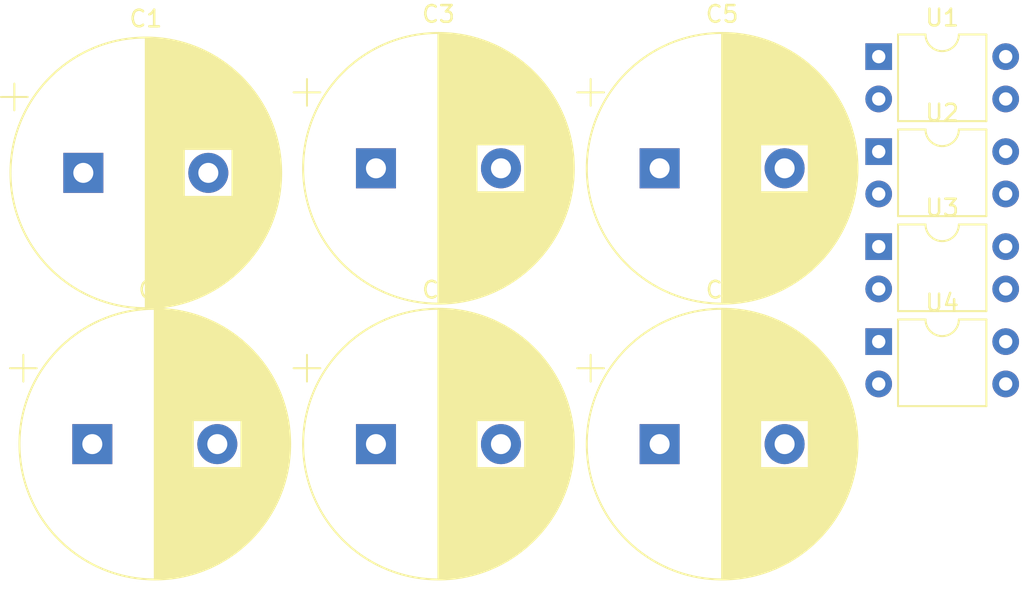
<source format=kicad_pcb>
(kicad_pcb (version 20171130) (host pcbnew 5.0.2-bee76a0~70~ubuntu18.04.1)

  (general
    (thickness 1.6)
    (drawings 0)
    (tracks 0)
    (zones 0)
    (modules 10)
    (nets 4)
  )

  (page A4)
  (layers
    (0 F.Cu signal)
    (31 B.Cu signal)
    (32 B.Adhes user)
    (33 F.Adhes user)
    (34 B.Paste user)
    (35 F.Paste user)
    (36 B.SilkS user)
    (37 F.SilkS user)
    (38 B.Mask user)
    (39 F.Mask user)
    (40 Dwgs.User user)
    (41 Cmts.User user)
    (42 Eco1.User user)
    (43 Eco2.User user)
    (44 Edge.Cuts user)
    (45 Margin user)
    (46 B.CrtYd user)
    (47 F.CrtYd user)
    (48 B.Fab user)
    (49 F.Fab user)
  )

  (setup
    (last_trace_width 0.25)
    (trace_clearance 0.2)
    (zone_clearance 0.508)
    (zone_45_only no)
    (trace_min 0.2)
    (segment_width 0.2)
    (edge_width 0.15)
    (via_size 0.8)
    (via_drill 0.4)
    (via_min_size 0.4)
    (via_min_drill 0.3)
    (uvia_size 0.3)
    (uvia_drill 0.1)
    (uvias_allowed no)
    (uvia_min_size 0.2)
    (uvia_min_drill 0.1)
    (pcb_text_width 0.3)
    (pcb_text_size 1.5 1.5)
    (mod_edge_width 0.15)
    (mod_text_size 1 1)
    (mod_text_width 0.15)
    (pad_size 1.524 1.524)
    (pad_drill 0.762)
    (pad_to_mask_clearance 0.051)
    (solder_mask_min_width 0.25)
    (aux_axis_origin 0 0)
    (visible_elements FFFFFF7F)
    (pcbplotparams
      (layerselection 0x010fc_ffffffff)
      (usegerberextensions false)
      (usegerberattributes false)
      (usegerberadvancedattributes false)
      (creategerberjobfile false)
      (excludeedgelayer true)
      (linewidth 0.100000)
      (plotframeref false)
      (viasonmask false)
      (mode 1)
      (useauxorigin false)
      (hpglpennumber 1)
      (hpglpenspeed 20)
      (hpglpendiameter 15.000000)
      (psnegative false)
      (psa4output false)
      (plotreference true)
      (plotvalue true)
      (plotinvisibletext false)
      (padsonsilk false)
      (subtractmaskfromsilk false)
      (outputformat 1)
      (mirror false)
      (drillshape 1)
      (scaleselection 1)
      (outputdirectory ""))
  )

  (net 0 "")
  (net 1 gndd)
  (net 2 Cewka+)
  (net 3 GNDD)

  (net_class Default "This is the default net class."
    (clearance 0.2)
    (trace_width 0.25)
    (via_dia 0.8)
    (via_drill 0.4)
    (uvia_dia 0.3)
    (uvia_drill 0.1)
    (add_net Cewka+)
    (add_net GNDD)
    (add_net gndd)
  )

  (module Capacitor_THT:CP_Radial_D16.0mm_P7.50mm (layer F.Cu) (tedit 5AE50EF1) (tstamp 5D3A8FF3)
    (at 128.5 114)
    (descr "CP, Radial series, Radial, pin pitch=7.50mm, , diameter=16mm, Electrolytic Capacitor")
    (tags "CP Radial series Radial pin pitch 7.50mm  diameter 16mm Electrolytic Capacitor")
    (path /5D44DF18)
    (fp_text reference C1 (at 3.75 -9.25) (layer F.SilkS)
      (effects (font (size 1 1) (thickness 0.15)))
    )
    (fp_text value 2200u (at 3.75 9.25) (layer F.Fab)
      (effects (font (size 1 1) (thickness 0.15)))
    )
    (fp_text user %R (at 3.75 0) (layer F.Fab)
      (effects (font (size 1 1) (thickness 0.15)))
    )
    (fp_line (start -4.139491 -5.355) (end -4.139491 -3.755) (layer F.SilkS) (width 0.12))
    (fp_line (start -4.939491 -4.555) (end -3.339491 -4.555) (layer F.SilkS) (width 0.12))
    (fp_line (start 11.831 -0.765) (end 11.831 0.765) (layer F.SilkS) (width 0.12))
    (fp_line (start 11.791 -1.098) (end 11.791 1.098) (layer F.SilkS) (width 0.12))
    (fp_line (start 11.751 -1.351) (end 11.751 1.351) (layer F.SilkS) (width 0.12))
    (fp_line (start 11.711 -1.564) (end 11.711 1.564) (layer F.SilkS) (width 0.12))
    (fp_line (start 11.671 -1.752) (end 11.671 1.752) (layer F.SilkS) (width 0.12))
    (fp_line (start 11.631 -1.92) (end 11.631 1.92) (layer F.SilkS) (width 0.12))
    (fp_line (start 11.591 -2.074) (end 11.591 2.074) (layer F.SilkS) (width 0.12))
    (fp_line (start 11.551 -2.218) (end 11.551 2.218) (layer F.SilkS) (width 0.12))
    (fp_line (start 11.511 -2.351) (end 11.511 2.351) (layer F.SilkS) (width 0.12))
    (fp_line (start 11.471 -2.478) (end 11.471 2.478) (layer F.SilkS) (width 0.12))
    (fp_line (start 11.431 -2.597) (end 11.431 2.597) (layer F.SilkS) (width 0.12))
    (fp_line (start 11.391 -2.711) (end 11.391 2.711) (layer F.SilkS) (width 0.12))
    (fp_line (start 11.351 -2.82) (end 11.351 2.82) (layer F.SilkS) (width 0.12))
    (fp_line (start 11.311 -2.924) (end 11.311 2.924) (layer F.SilkS) (width 0.12))
    (fp_line (start 11.271 -3.024) (end 11.271 3.024) (layer F.SilkS) (width 0.12))
    (fp_line (start 11.231 -3.12) (end 11.231 3.12) (layer F.SilkS) (width 0.12))
    (fp_line (start 11.191 -3.213) (end 11.191 3.213) (layer F.SilkS) (width 0.12))
    (fp_line (start 11.151 -3.303) (end 11.151 3.303) (layer F.SilkS) (width 0.12))
    (fp_line (start 11.111 -3.39) (end 11.111 3.39) (layer F.SilkS) (width 0.12))
    (fp_line (start 11.071 -3.475) (end 11.071 3.475) (layer F.SilkS) (width 0.12))
    (fp_line (start 11.031 -3.557) (end 11.031 3.557) (layer F.SilkS) (width 0.12))
    (fp_line (start 10.991 -3.637) (end 10.991 3.637) (layer F.SilkS) (width 0.12))
    (fp_line (start 10.951 -3.715) (end 10.951 3.715) (layer F.SilkS) (width 0.12))
    (fp_line (start 10.911 -3.79) (end 10.911 3.79) (layer F.SilkS) (width 0.12))
    (fp_line (start 10.871 -3.864) (end 10.871 3.864) (layer F.SilkS) (width 0.12))
    (fp_line (start 10.831 -3.936) (end 10.831 3.936) (layer F.SilkS) (width 0.12))
    (fp_line (start 10.791 -4.007) (end 10.791 4.007) (layer F.SilkS) (width 0.12))
    (fp_line (start 10.751 -4.076) (end 10.751 4.076) (layer F.SilkS) (width 0.12))
    (fp_line (start 10.711 -4.143) (end 10.711 4.143) (layer F.SilkS) (width 0.12))
    (fp_line (start 10.671 -4.209) (end 10.671 4.209) (layer F.SilkS) (width 0.12))
    (fp_line (start 10.631 -4.273) (end 10.631 4.273) (layer F.SilkS) (width 0.12))
    (fp_line (start 10.591 -4.336) (end 10.591 4.336) (layer F.SilkS) (width 0.12))
    (fp_line (start 10.551 -4.398) (end 10.551 4.398) (layer F.SilkS) (width 0.12))
    (fp_line (start 10.511 -4.459) (end 10.511 4.459) (layer F.SilkS) (width 0.12))
    (fp_line (start 10.471 -4.519) (end 10.471 4.519) (layer F.SilkS) (width 0.12))
    (fp_line (start 10.431 -4.577) (end 10.431 4.577) (layer F.SilkS) (width 0.12))
    (fp_line (start 10.391 -4.634) (end 10.391 4.634) (layer F.SilkS) (width 0.12))
    (fp_line (start 10.351 -4.691) (end 10.351 4.691) (layer F.SilkS) (width 0.12))
    (fp_line (start 10.311 -4.746) (end 10.311 4.746) (layer F.SilkS) (width 0.12))
    (fp_line (start 10.271 -4.8) (end 10.271 4.8) (layer F.SilkS) (width 0.12))
    (fp_line (start 10.231 -4.854) (end 10.231 4.854) (layer F.SilkS) (width 0.12))
    (fp_line (start 10.191 -4.906) (end 10.191 4.906) (layer F.SilkS) (width 0.12))
    (fp_line (start 10.151 -4.958) (end 10.151 4.958) (layer F.SilkS) (width 0.12))
    (fp_line (start 10.111 -5.009) (end 10.111 5.009) (layer F.SilkS) (width 0.12))
    (fp_line (start 10.071 -5.059) (end 10.071 5.059) (layer F.SilkS) (width 0.12))
    (fp_line (start 10.031 -5.108) (end 10.031 5.108) (layer F.SilkS) (width 0.12))
    (fp_line (start 9.991 -5.156) (end 9.991 5.156) (layer F.SilkS) (width 0.12))
    (fp_line (start 9.951 -5.204) (end 9.951 5.204) (layer F.SilkS) (width 0.12))
    (fp_line (start 9.911 -5.251) (end 9.911 5.251) (layer F.SilkS) (width 0.12))
    (fp_line (start 9.871 -5.297) (end 9.871 5.297) (layer F.SilkS) (width 0.12))
    (fp_line (start 9.831 -5.343) (end 9.831 5.343) (layer F.SilkS) (width 0.12))
    (fp_line (start 9.791 -5.388) (end 9.791 5.388) (layer F.SilkS) (width 0.12))
    (fp_line (start 9.751 -5.432) (end 9.751 5.432) (layer F.SilkS) (width 0.12))
    (fp_line (start 9.711 -5.475) (end 9.711 5.475) (layer F.SilkS) (width 0.12))
    (fp_line (start 9.671 -5.518) (end 9.671 5.518) (layer F.SilkS) (width 0.12))
    (fp_line (start 9.631 -5.56) (end 9.631 5.56) (layer F.SilkS) (width 0.12))
    (fp_line (start 9.591 -5.602) (end 9.591 5.602) (layer F.SilkS) (width 0.12))
    (fp_line (start 9.551 -5.643) (end 9.551 5.643) (layer F.SilkS) (width 0.12))
    (fp_line (start 9.511 -5.684) (end 9.511 5.684) (layer F.SilkS) (width 0.12))
    (fp_line (start 9.471 -5.724) (end 9.471 5.724) (layer F.SilkS) (width 0.12))
    (fp_line (start 9.431 -5.763) (end 9.431 5.763) (layer F.SilkS) (width 0.12))
    (fp_line (start 9.391 -5.802) (end 9.391 5.802) (layer F.SilkS) (width 0.12))
    (fp_line (start 9.351 -5.84) (end 9.351 5.84) (layer F.SilkS) (width 0.12))
    (fp_line (start 9.311 -5.878) (end 9.311 5.878) (layer F.SilkS) (width 0.12))
    (fp_line (start 9.271 -5.916) (end 9.271 5.916) (layer F.SilkS) (width 0.12))
    (fp_line (start 9.231 -5.952) (end 9.231 5.952) (layer F.SilkS) (width 0.12))
    (fp_line (start 9.191 -5.989) (end 9.191 5.989) (layer F.SilkS) (width 0.12))
    (fp_line (start 9.151 -6.025) (end 9.151 6.025) (layer F.SilkS) (width 0.12))
    (fp_line (start 9.111 -6.06) (end 9.111 6.06) (layer F.SilkS) (width 0.12))
    (fp_line (start 9.071 -6.095) (end 9.071 6.095) (layer F.SilkS) (width 0.12))
    (fp_line (start 9.031 -6.129) (end 9.031 6.129) (layer F.SilkS) (width 0.12))
    (fp_line (start 8.991 -6.163) (end 8.991 6.163) (layer F.SilkS) (width 0.12))
    (fp_line (start 8.951 -6.197) (end 8.951 6.197) (layer F.SilkS) (width 0.12))
    (fp_line (start 8.911 1.44) (end 8.911 6.23) (layer F.SilkS) (width 0.12))
    (fp_line (start 8.911 -6.23) (end 8.911 -1.44) (layer F.SilkS) (width 0.12))
    (fp_line (start 8.871 1.44) (end 8.871 6.263) (layer F.SilkS) (width 0.12))
    (fp_line (start 8.871 -6.263) (end 8.871 -1.44) (layer F.SilkS) (width 0.12))
    (fp_line (start 8.831 1.44) (end 8.831 6.295) (layer F.SilkS) (width 0.12))
    (fp_line (start 8.831 -6.295) (end 8.831 -1.44) (layer F.SilkS) (width 0.12))
    (fp_line (start 8.791 1.44) (end 8.791 6.327) (layer F.SilkS) (width 0.12))
    (fp_line (start 8.791 -6.327) (end 8.791 -1.44) (layer F.SilkS) (width 0.12))
    (fp_line (start 8.751 1.44) (end 8.751 6.358) (layer F.SilkS) (width 0.12))
    (fp_line (start 8.751 -6.358) (end 8.751 -1.44) (layer F.SilkS) (width 0.12))
    (fp_line (start 8.711 1.44) (end 8.711 6.39) (layer F.SilkS) (width 0.12))
    (fp_line (start 8.711 -6.39) (end 8.711 -1.44) (layer F.SilkS) (width 0.12))
    (fp_line (start 8.671 1.44) (end 8.671 6.42) (layer F.SilkS) (width 0.12))
    (fp_line (start 8.671 -6.42) (end 8.671 -1.44) (layer F.SilkS) (width 0.12))
    (fp_line (start 8.631 1.44) (end 8.631 6.45) (layer F.SilkS) (width 0.12))
    (fp_line (start 8.631 -6.45) (end 8.631 -1.44) (layer F.SilkS) (width 0.12))
    (fp_line (start 8.591 1.44) (end 8.591 6.48) (layer F.SilkS) (width 0.12))
    (fp_line (start 8.591 -6.48) (end 8.591 -1.44) (layer F.SilkS) (width 0.12))
    (fp_line (start 8.551 1.44) (end 8.551 6.51) (layer F.SilkS) (width 0.12))
    (fp_line (start 8.551 -6.51) (end 8.551 -1.44) (layer F.SilkS) (width 0.12))
    (fp_line (start 8.511 1.44) (end 8.511 6.539) (layer F.SilkS) (width 0.12))
    (fp_line (start 8.511 -6.539) (end 8.511 -1.44) (layer F.SilkS) (width 0.12))
    (fp_line (start 8.471 1.44) (end 8.471 6.568) (layer F.SilkS) (width 0.12))
    (fp_line (start 8.471 -6.568) (end 8.471 -1.44) (layer F.SilkS) (width 0.12))
    (fp_line (start 8.431 1.44) (end 8.431 6.596) (layer F.SilkS) (width 0.12))
    (fp_line (start 8.431 -6.596) (end 8.431 -1.44) (layer F.SilkS) (width 0.12))
    (fp_line (start 8.391 1.44) (end 8.391 6.624) (layer F.SilkS) (width 0.12))
    (fp_line (start 8.391 -6.624) (end 8.391 -1.44) (layer F.SilkS) (width 0.12))
    (fp_line (start 8.351 1.44) (end 8.351 6.652) (layer F.SilkS) (width 0.12))
    (fp_line (start 8.351 -6.652) (end 8.351 -1.44) (layer F.SilkS) (width 0.12))
    (fp_line (start 8.311 1.44) (end 8.311 6.679) (layer F.SilkS) (width 0.12))
    (fp_line (start 8.311 -6.679) (end 8.311 -1.44) (layer F.SilkS) (width 0.12))
    (fp_line (start 8.271 1.44) (end 8.271 6.706) (layer F.SilkS) (width 0.12))
    (fp_line (start 8.271 -6.706) (end 8.271 -1.44) (layer F.SilkS) (width 0.12))
    (fp_line (start 8.231 1.44) (end 8.231 6.733) (layer F.SilkS) (width 0.12))
    (fp_line (start 8.231 -6.733) (end 8.231 -1.44) (layer F.SilkS) (width 0.12))
    (fp_line (start 8.191 1.44) (end 8.191 6.759) (layer F.SilkS) (width 0.12))
    (fp_line (start 8.191 -6.759) (end 8.191 -1.44) (layer F.SilkS) (width 0.12))
    (fp_line (start 8.151 1.44) (end 8.151 6.785) (layer F.SilkS) (width 0.12))
    (fp_line (start 8.151 -6.785) (end 8.151 -1.44) (layer F.SilkS) (width 0.12))
    (fp_line (start 8.111 1.44) (end 8.111 6.811) (layer F.SilkS) (width 0.12))
    (fp_line (start 8.111 -6.811) (end 8.111 -1.44) (layer F.SilkS) (width 0.12))
    (fp_line (start 8.071 1.44) (end 8.071 6.836) (layer F.SilkS) (width 0.12))
    (fp_line (start 8.071 -6.836) (end 8.071 -1.44) (layer F.SilkS) (width 0.12))
    (fp_line (start 8.031 1.44) (end 8.031 6.861) (layer F.SilkS) (width 0.12))
    (fp_line (start 8.031 -6.861) (end 8.031 -1.44) (layer F.SilkS) (width 0.12))
    (fp_line (start 7.991 1.44) (end 7.991 6.886) (layer F.SilkS) (width 0.12))
    (fp_line (start 7.991 -6.886) (end 7.991 -1.44) (layer F.SilkS) (width 0.12))
    (fp_line (start 7.951 1.44) (end 7.951 6.91) (layer F.SilkS) (width 0.12))
    (fp_line (start 7.951 -6.91) (end 7.951 -1.44) (layer F.SilkS) (width 0.12))
    (fp_line (start 7.911 1.44) (end 7.911 6.934) (layer F.SilkS) (width 0.12))
    (fp_line (start 7.911 -6.934) (end 7.911 -1.44) (layer F.SilkS) (width 0.12))
    (fp_line (start 7.871 1.44) (end 7.871 6.958) (layer F.SilkS) (width 0.12))
    (fp_line (start 7.871 -6.958) (end 7.871 -1.44) (layer F.SilkS) (width 0.12))
    (fp_line (start 7.831 1.44) (end 7.831 6.981) (layer F.SilkS) (width 0.12))
    (fp_line (start 7.831 -6.981) (end 7.831 -1.44) (layer F.SilkS) (width 0.12))
    (fp_line (start 7.791 1.44) (end 7.791 7.004) (layer F.SilkS) (width 0.12))
    (fp_line (start 7.791 -7.004) (end 7.791 -1.44) (layer F.SilkS) (width 0.12))
    (fp_line (start 7.751 1.44) (end 7.751 7.027) (layer F.SilkS) (width 0.12))
    (fp_line (start 7.751 -7.027) (end 7.751 -1.44) (layer F.SilkS) (width 0.12))
    (fp_line (start 7.711 1.44) (end 7.711 7.049) (layer F.SilkS) (width 0.12))
    (fp_line (start 7.711 -7.049) (end 7.711 -1.44) (layer F.SilkS) (width 0.12))
    (fp_line (start 7.671 1.44) (end 7.671 7.072) (layer F.SilkS) (width 0.12))
    (fp_line (start 7.671 -7.072) (end 7.671 -1.44) (layer F.SilkS) (width 0.12))
    (fp_line (start 7.631 1.44) (end 7.631 7.094) (layer F.SilkS) (width 0.12))
    (fp_line (start 7.631 -7.094) (end 7.631 -1.44) (layer F.SilkS) (width 0.12))
    (fp_line (start 7.591 1.44) (end 7.591 7.115) (layer F.SilkS) (width 0.12))
    (fp_line (start 7.591 -7.115) (end 7.591 -1.44) (layer F.SilkS) (width 0.12))
    (fp_line (start 7.551 1.44) (end 7.551 7.136) (layer F.SilkS) (width 0.12))
    (fp_line (start 7.551 -7.136) (end 7.551 -1.44) (layer F.SilkS) (width 0.12))
    (fp_line (start 7.511 1.44) (end 7.511 7.157) (layer F.SilkS) (width 0.12))
    (fp_line (start 7.511 -7.157) (end 7.511 -1.44) (layer F.SilkS) (width 0.12))
    (fp_line (start 7.471 1.44) (end 7.471 7.178) (layer F.SilkS) (width 0.12))
    (fp_line (start 7.471 -7.178) (end 7.471 -1.44) (layer F.SilkS) (width 0.12))
    (fp_line (start 7.431 1.44) (end 7.431 7.199) (layer F.SilkS) (width 0.12))
    (fp_line (start 7.431 -7.199) (end 7.431 -1.44) (layer F.SilkS) (width 0.12))
    (fp_line (start 7.391 1.44) (end 7.391 7.219) (layer F.SilkS) (width 0.12))
    (fp_line (start 7.391 -7.219) (end 7.391 -1.44) (layer F.SilkS) (width 0.12))
    (fp_line (start 7.351 1.44) (end 7.351 7.239) (layer F.SilkS) (width 0.12))
    (fp_line (start 7.351 -7.239) (end 7.351 -1.44) (layer F.SilkS) (width 0.12))
    (fp_line (start 7.311 1.44) (end 7.311 7.258) (layer F.SilkS) (width 0.12))
    (fp_line (start 7.311 -7.258) (end 7.311 -1.44) (layer F.SilkS) (width 0.12))
    (fp_line (start 7.271 1.44) (end 7.271 7.278) (layer F.SilkS) (width 0.12))
    (fp_line (start 7.271 -7.278) (end 7.271 -1.44) (layer F.SilkS) (width 0.12))
    (fp_line (start 7.231 1.44) (end 7.231 7.297) (layer F.SilkS) (width 0.12))
    (fp_line (start 7.231 -7.297) (end 7.231 -1.44) (layer F.SilkS) (width 0.12))
    (fp_line (start 7.191 1.44) (end 7.191 7.316) (layer F.SilkS) (width 0.12))
    (fp_line (start 7.191 -7.316) (end 7.191 -1.44) (layer F.SilkS) (width 0.12))
    (fp_line (start 7.151 1.44) (end 7.151 7.334) (layer F.SilkS) (width 0.12))
    (fp_line (start 7.151 -7.334) (end 7.151 -1.44) (layer F.SilkS) (width 0.12))
    (fp_line (start 7.111 1.44) (end 7.111 7.353) (layer F.SilkS) (width 0.12))
    (fp_line (start 7.111 -7.353) (end 7.111 -1.44) (layer F.SilkS) (width 0.12))
    (fp_line (start 7.071 1.44) (end 7.071 7.371) (layer F.SilkS) (width 0.12))
    (fp_line (start 7.071 -7.371) (end 7.071 -1.44) (layer F.SilkS) (width 0.12))
    (fp_line (start 7.031 1.44) (end 7.031 7.389) (layer F.SilkS) (width 0.12))
    (fp_line (start 7.031 -7.389) (end 7.031 -1.44) (layer F.SilkS) (width 0.12))
    (fp_line (start 6.991 1.44) (end 6.991 7.406) (layer F.SilkS) (width 0.12))
    (fp_line (start 6.991 -7.406) (end 6.991 -1.44) (layer F.SilkS) (width 0.12))
    (fp_line (start 6.951 1.44) (end 6.951 7.423) (layer F.SilkS) (width 0.12))
    (fp_line (start 6.951 -7.423) (end 6.951 -1.44) (layer F.SilkS) (width 0.12))
    (fp_line (start 6.911 1.44) (end 6.911 7.44) (layer F.SilkS) (width 0.12))
    (fp_line (start 6.911 -7.44) (end 6.911 -1.44) (layer F.SilkS) (width 0.12))
    (fp_line (start 6.871 1.44) (end 6.871 7.457) (layer F.SilkS) (width 0.12))
    (fp_line (start 6.871 -7.457) (end 6.871 -1.44) (layer F.SilkS) (width 0.12))
    (fp_line (start 6.831 1.44) (end 6.831 7.474) (layer F.SilkS) (width 0.12))
    (fp_line (start 6.831 -7.474) (end 6.831 -1.44) (layer F.SilkS) (width 0.12))
    (fp_line (start 6.791 1.44) (end 6.791 7.49) (layer F.SilkS) (width 0.12))
    (fp_line (start 6.791 -7.49) (end 6.791 -1.44) (layer F.SilkS) (width 0.12))
    (fp_line (start 6.751 1.44) (end 6.751 7.506) (layer F.SilkS) (width 0.12))
    (fp_line (start 6.751 -7.506) (end 6.751 -1.44) (layer F.SilkS) (width 0.12))
    (fp_line (start 6.711 1.44) (end 6.711 7.522) (layer F.SilkS) (width 0.12))
    (fp_line (start 6.711 -7.522) (end 6.711 -1.44) (layer F.SilkS) (width 0.12))
    (fp_line (start 6.671 1.44) (end 6.671 7.537) (layer F.SilkS) (width 0.12))
    (fp_line (start 6.671 -7.537) (end 6.671 -1.44) (layer F.SilkS) (width 0.12))
    (fp_line (start 6.631 1.44) (end 6.631 7.553) (layer F.SilkS) (width 0.12))
    (fp_line (start 6.631 -7.553) (end 6.631 -1.44) (layer F.SilkS) (width 0.12))
    (fp_line (start 6.591 1.44) (end 6.591 7.568) (layer F.SilkS) (width 0.12))
    (fp_line (start 6.591 -7.568) (end 6.591 -1.44) (layer F.SilkS) (width 0.12))
    (fp_line (start 6.551 1.44) (end 6.551 7.582) (layer F.SilkS) (width 0.12))
    (fp_line (start 6.551 -7.582) (end 6.551 -1.44) (layer F.SilkS) (width 0.12))
    (fp_line (start 6.511 1.44) (end 6.511 7.597) (layer F.SilkS) (width 0.12))
    (fp_line (start 6.511 -7.597) (end 6.511 -1.44) (layer F.SilkS) (width 0.12))
    (fp_line (start 6.471 1.44) (end 6.471 7.611) (layer F.SilkS) (width 0.12))
    (fp_line (start 6.471 -7.611) (end 6.471 -1.44) (layer F.SilkS) (width 0.12))
    (fp_line (start 6.431 1.44) (end 6.431 7.625) (layer F.SilkS) (width 0.12))
    (fp_line (start 6.431 -7.625) (end 6.431 -1.44) (layer F.SilkS) (width 0.12))
    (fp_line (start 6.391 1.44) (end 6.391 7.639) (layer F.SilkS) (width 0.12))
    (fp_line (start 6.391 -7.639) (end 6.391 -1.44) (layer F.SilkS) (width 0.12))
    (fp_line (start 6.351 1.44) (end 6.351 7.653) (layer F.SilkS) (width 0.12))
    (fp_line (start 6.351 -7.653) (end 6.351 -1.44) (layer F.SilkS) (width 0.12))
    (fp_line (start 6.311 1.44) (end 6.311 7.666) (layer F.SilkS) (width 0.12))
    (fp_line (start 6.311 -7.666) (end 6.311 -1.44) (layer F.SilkS) (width 0.12))
    (fp_line (start 6.271 1.44) (end 6.271 7.68) (layer F.SilkS) (width 0.12))
    (fp_line (start 6.271 -7.68) (end 6.271 -1.44) (layer F.SilkS) (width 0.12))
    (fp_line (start 6.231 1.44) (end 6.231 7.693) (layer F.SilkS) (width 0.12))
    (fp_line (start 6.231 -7.693) (end 6.231 -1.44) (layer F.SilkS) (width 0.12))
    (fp_line (start 6.191 1.44) (end 6.191 7.705) (layer F.SilkS) (width 0.12))
    (fp_line (start 6.191 -7.705) (end 6.191 -1.44) (layer F.SilkS) (width 0.12))
    (fp_line (start 6.151 1.44) (end 6.151 7.718) (layer F.SilkS) (width 0.12))
    (fp_line (start 6.151 -7.718) (end 6.151 -1.44) (layer F.SilkS) (width 0.12))
    (fp_line (start 6.111 1.44) (end 6.111 7.73) (layer F.SilkS) (width 0.12))
    (fp_line (start 6.111 -7.73) (end 6.111 -1.44) (layer F.SilkS) (width 0.12))
    (fp_line (start 6.071 1.44) (end 6.071 7.742) (layer F.SilkS) (width 0.12))
    (fp_line (start 6.071 -7.742) (end 6.071 -1.44) (layer F.SilkS) (width 0.12))
    (fp_line (start 6.031 -7.754) (end 6.031 7.754) (layer F.SilkS) (width 0.12))
    (fp_line (start 5.991 -7.765) (end 5.991 7.765) (layer F.SilkS) (width 0.12))
    (fp_line (start 5.951 -7.777) (end 5.951 7.777) (layer F.SilkS) (width 0.12))
    (fp_line (start 5.911 -7.788) (end 5.911 7.788) (layer F.SilkS) (width 0.12))
    (fp_line (start 5.871 -7.799) (end 5.871 7.799) (layer F.SilkS) (width 0.12))
    (fp_line (start 5.831 -7.81) (end 5.831 7.81) (layer F.SilkS) (width 0.12))
    (fp_line (start 5.791 -7.82) (end 5.791 7.82) (layer F.SilkS) (width 0.12))
    (fp_line (start 5.751 -7.83) (end 5.751 7.83) (layer F.SilkS) (width 0.12))
    (fp_line (start 5.711 -7.84) (end 5.711 7.84) (layer F.SilkS) (width 0.12))
    (fp_line (start 5.671 -7.85) (end 5.671 7.85) (layer F.SilkS) (width 0.12))
    (fp_line (start 5.631 -7.86) (end 5.631 7.86) (layer F.SilkS) (width 0.12))
    (fp_line (start 5.591 -7.869) (end 5.591 7.869) (layer F.SilkS) (width 0.12))
    (fp_line (start 5.551 -7.878) (end 5.551 7.878) (layer F.SilkS) (width 0.12))
    (fp_line (start 5.511 -7.887) (end 5.511 7.887) (layer F.SilkS) (width 0.12))
    (fp_line (start 5.471 -7.896) (end 5.471 7.896) (layer F.SilkS) (width 0.12))
    (fp_line (start 5.431 -7.905) (end 5.431 7.905) (layer F.SilkS) (width 0.12))
    (fp_line (start 5.391 -7.913) (end 5.391 7.913) (layer F.SilkS) (width 0.12))
    (fp_line (start 5.351 -7.921) (end 5.351 7.921) (layer F.SilkS) (width 0.12))
    (fp_line (start 5.311 -7.929) (end 5.311 7.929) (layer F.SilkS) (width 0.12))
    (fp_line (start 5.271 -7.937) (end 5.271 7.937) (layer F.SilkS) (width 0.12))
    (fp_line (start 5.231 -7.944) (end 5.231 7.944) (layer F.SilkS) (width 0.12))
    (fp_line (start 5.191 -7.952) (end 5.191 7.952) (layer F.SilkS) (width 0.12))
    (fp_line (start 5.151 -7.959) (end 5.151 7.959) (layer F.SilkS) (width 0.12))
    (fp_line (start 5.111 -7.966) (end 5.111 7.966) (layer F.SilkS) (width 0.12))
    (fp_line (start 5.071 -7.972) (end 5.071 7.972) (layer F.SilkS) (width 0.12))
    (fp_line (start 5.031 -7.979) (end 5.031 7.979) (layer F.SilkS) (width 0.12))
    (fp_line (start 4.991 -7.985) (end 4.991 7.985) (layer F.SilkS) (width 0.12))
    (fp_line (start 4.951 -7.991) (end 4.951 7.991) (layer F.SilkS) (width 0.12))
    (fp_line (start 4.911 -7.997) (end 4.911 7.997) (layer F.SilkS) (width 0.12))
    (fp_line (start 4.871 -8.003) (end 4.871 8.003) (layer F.SilkS) (width 0.12))
    (fp_line (start 4.831 -8.008) (end 4.831 8.008) (layer F.SilkS) (width 0.12))
    (fp_line (start 4.791 -8.014) (end 4.791 8.014) (layer F.SilkS) (width 0.12))
    (fp_line (start 4.751 -8.019) (end 4.751 8.019) (layer F.SilkS) (width 0.12))
    (fp_line (start 4.711 -8.024) (end 4.711 8.024) (layer F.SilkS) (width 0.12))
    (fp_line (start 4.671 -8.028) (end 4.671 8.028) (layer F.SilkS) (width 0.12))
    (fp_line (start 4.631 -8.033) (end 4.631 8.033) (layer F.SilkS) (width 0.12))
    (fp_line (start 4.591 -8.037) (end 4.591 8.037) (layer F.SilkS) (width 0.12))
    (fp_line (start 4.551 -8.041) (end 4.551 8.041) (layer F.SilkS) (width 0.12))
    (fp_line (start 4.511 -8.045) (end 4.511 8.045) (layer F.SilkS) (width 0.12))
    (fp_line (start 4.471 -8.049) (end 4.471 8.049) (layer F.SilkS) (width 0.12))
    (fp_line (start 4.43 -8.052) (end 4.43 8.052) (layer F.SilkS) (width 0.12))
    (fp_line (start 4.39 -8.055) (end 4.39 8.055) (layer F.SilkS) (width 0.12))
    (fp_line (start 4.35 -8.058) (end 4.35 8.058) (layer F.SilkS) (width 0.12))
    (fp_line (start 4.31 -8.061) (end 4.31 8.061) (layer F.SilkS) (width 0.12))
    (fp_line (start 4.27 -8.064) (end 4.27 8.064) (layer F.SilkS) (width 0.12))
    (fp_line (start 4.23 -8.066) (end 4.23 8.066) (layer F.SilkS) (width 0.12))
    (fp_line (start 4.19 -8.069) (end 4.19 8.069) (layer F.SilkS) (width 0.12))
    (fp_line (start 4.15 -8.071) (end 4.15 8.071) (layer F.SilkS) (width 0.12))
    (fp_line (start 4.11 -8.073) (end 4.11 8.073) (layer F.SilkS) (width 0.12))
    (fp_line (start 4.07 -8.074) (end 4.07 8.074) (layer F.SilkS) (width 0.12))
    (fp_line (start 4.03 -8.076) (end 4.03 8.076) (layer F.SilkS) (width 0.12))
    (fp_line (start 3.99 -8.077) (end 3.99 8.077) (layer F.SilkS) (width 0.12))
    (fp_line (start 3.95 -8.078) (end 3.95 8.078) (layer F.SilkS) (width 0.12))
    (fp_line (start 3.91 -8.079) (end 3.91 8.079) (layer F.SilkS) (width 0.12))
    (fp_line (start 3.87 -8.08) (end 3.87 8.08) (layer F.SilkS) (width 0.12))
    (fp_line (start 3.83 -8.08) (end 3.83 8.08) (layer F.SilkS) (width 0.12))
    (fp_line (start 3.79 -8.08) (end 3.79 8.08) (layer F.SilkS) (width 0.12))
    (fp_line (start 3.75 -8.081) (end 3.75 8.081) (layer F.SilkS) (width 0.12))
    (fp_line (start -2.325168 -4.3075) (end -2.325168 -2.7075) (layer F.Fab) (width 0.1))
    (fp_line (start -3.125168 -3.5075) (end -1.525168 -3.5075) (layer F.Fab) (width 0.1))
    (fp_circle (center 3.75 0) (end 12 0) (layer F.CrtYd) (width 0.05))
    (fp_circle (center 3.75 0) (end 11.87 0) (layer F.SilkS) (width 0.12))
    (fp_circle (center 3.75 0) (end 11.75 0) (layer F.Fab) (width 0.1))
    (pad 2 thru_hole circle (at 7.5 0) (size 2.4 2.4) (drill 1.2) (layers *.Cu *.Mask)
      (net 1 gndd))
    (pad 1 thru_hole rect (at 0 0) (size 2.4 2.4) (drill 1.2) (layers *.Cu *.Mask)
      (net 2 Cewka+))
    (model ${KISYS3DMOD}/Capacitor_THT.3dshapes/CP_Radial_D16.0mm_P7.50mm.wrl
      (at (xyz 0 0 0))
      (scale (xyz 1 1 1))
      (rotate (xyz 0 0 0))
    )
  )

  (module Capacitor_THT:CP_Radial_D16.0mm_P7.50mm (layer F.Cu) (tedit 5AE50EF1) (tstamp 5D3A9114)
    (at 129.039492 130.275001)
    (descr "CP, Radial series, Radial, pin pitch=7.50mm, , diameter=16mm, Electrolytic Capacitor")
    (tags "CP Radial series Radial pin pitch 7.50mm  diameter 16mm Electrolytic Capacitor")
    (path /5D44DEA8)
    (fp_text reference C2 (at 3.75 -9.25) (layer F.SilkS)
      (effects (font (size 1 1) (thickness 0.15)))
    )
    (fp_text value 2200u (at 3.75 9.25) (layer F.Fab)
      (effects (font (size 1 1) (thickness 0.15)))
    )
    (fp_circle (center 3.75 0) (end 11.75 0) (layer F.Fab) (width 0.1))
    (fp_circle (center 3.75 0) (end 11.87 0) (layer F.SilkS) (width 0.12))
    (fp_circle (center 3.75 0) (end 12 0) (layer F.CrtYd) (width 0.05))
    (fp_line (start -3.125168 -3.5075) (end -1.525168 -3.5075) (layer F.Fab) (width 0.1))
    (fp_line (start -2.325168 -4.3075) (end -2.325168 -2.7075) (layer F.Fab) (width 0.1))
    (fp_line (start 3.75 -8.081) (end 3.75 8.081) (layer F.SilkS) (width 0.12))
    (fp_line (start 3.79 -8.08) (end 3.79 8.08) (layer F.SilkS) (width 0.12))
    (fp_line (start 3.83 -8.08) (end 3.83 8.08) (layer F.SilkS) (width 0.12))
    (fp_line (start 3.87 -8.08) (end 3.87 8.08) (layer F.SilkS) (width 0.12))
    (fp_line (start 3.91 -8.079) (end 3.91 8.079) (layer F.SilkS) (width 0.12))
    (fp_line (start 3.95 -8.078) (end 3.95 8.078) (layer F.SilkS) (width 0.12))
    (fp_line (start 3.99 -8.077) (end 3.99 8.077) (layer F.SilkS) (width 0.12))
    (fp_line (start 4.03 -8.076) (end 4.03 8.076) (layer F.SilkS) (width 0.12))
    (fp_line (start 4.07 -8.074) (end 4.07 8.074) (layer F.SilkS) (width 0.12))
    (fp_line (start 4.11 -8.073) (end 4.11 8.073) (layer F.SilkS) (width 0.12))
    (fp_line (start 4.15 -8.071) (end 4.15 8.071) (layer F.SilkS) (width 0.12))
    (fp_line (start 4.19 -8.069) (end 4.19 8.069) (layer F.SilkS) (width 0.12))
    (fp_line (start 4.23 -8.066) (end 4.23 8.066) (layer F.SilkS) (width 0.12))
    (fp_line (start 4.27 -8.064) (end 4.27 8.064) (layer F.SilkS) (width 0.12))
    (fp_line (start 4.31 -8.061) (end 4.31 8.061) (layer F.SilkS) (width 0.12))
    (fp_line (start 4.35 -8.058) (end 4.35 8.058) (layer F.SilkS) (width 0.12))
    (fp_line (start 4.39 -8.055) (end 4.39 8.055) (layer F.SilkS) (width 0.12))
    (fp_line (start 4.43 -8.052) (end 4.43 8.052) (layer F.SilkS) (width 0.12))
    (fp_line (start 4.471 -8.049) (end 4.471 8.049) (layer F.SilkS) (width 0.12))
    (fp_line (start 4.511 -8.045) (end 4.511 8.045) (layer F.SilkS) (width 0.12))
    (fp_line (start 4.551 -8.041) (end 4.551 8.041) (layer F.SilkS) (width 0.12))
    (fp_line (start 4.591 -8.037) (end 4.591 8.037) (layer F.SilkS) (width 0.12))
    (fp_line (start 4.631 -8.033) (end 4.631 8.033) (layer F.SilkS) (width 0.12))
    (fp_line (start 4.671 -8.028) (end 4.671 8.028) (layer F.SilkS) (width 0.12))
    (fp_line (start 4.711 -8.024) (end 4.711 8.024) (layer F.SilkS) (width 0.12))
    (fp_line (start 4.751 -8.019) (end 4.751 8.019) (layer F.SilkS) (width 0.12))
    (fp_line (start 4.791 -8.014) (end 4.791 8.014) (layer F.SilkS) (width 0.12))
    (fp_line (start 4.831 -8.008) (end 4.831 8.008) (layer F.SilkS) (width 0.12))
    (fp_line (start 4.871 -8.003) (end 4.871 8.003) (layer F.SilkS) (width 0.12))
    (fp_line (start 4.911 -7.997) (end 4.911 7.997) (layer F.SilkS) (width 0.12))
    (fp_line (start 4.951 -7.991) (end 4.951 7.991) (layer F.SilkS) (width 0.12))
    (fp_line (start 4.991 -7.985) (end 4.991 7.985) (layer F.SilkS) (width 0.12))
    (fp_line (start 5.031 -7.979) (end 5.031 7.979) (layer F.SilkS) (width 0.12))
    (fp_line (start 5.071 -7.972) (end 5.071 7.972) (layer F.SilkS) (width 0.12))
    (fp_line (start 5.111 -7.966) (end 5.111 7.966) (layer F.SilkS) (width 0.12))
    (fp_line (start 5.151 -7.959) (end 5.151 7.959) (layer F.SilkS) (width 0.12))
    (fp_line (start 5.191 -7.952) (end 5.191 7.952) (layer F.SilkS) (width 0.12))
    (fp_line (start 5.231 -7.944) (end 5.231 7.944) (layer F.SilkS) (width 0.12))
    (fp_line (start 5.271 -7.937) (end 5.271 7.937) (layer F.SilkS) (width 0.12))
    (fp_line (start 5.311 -7.929) (end 5.311 7.929) (layer F.SilkS) (width 0.12))
    (fp_line (start 5.351 -7.921) (end 5.351 7.921) (layer F.SilkS) (width 0.12))
    (fp_line (start 5.391 -7.913) (end 5.391 7.913) (layer F.SilkS) (width 0.12))
    (fp_line (start 5.431 -7.905) (end 5.431 7.905) (layer F.SilkS) (width 0.12))
    (fp_line (start 5.471 -7.896) (end 5.471 7.896) (layer F.SilkS) (width 0.12))
    (fp_line (start 5.511 -7.887) (end 5.511 7.887) (layer F.SilkS) (width 0.12))
    (fp_line (start 5.551 -7.878) (end 5.551 7.878) (layer F.SilkS) (width 0.12))
    (fp_line (start 5.591 -7.869) (end 5.591 7.869) (layer F.SilkS) (width 0.12))
    (fp_line (start 5.631 -7.86) (end 5.631 7.86) (layer F.SilkS) (width 0.12))
    (fp_line (start 5.671 -7.85) (end 5.671 7.85) (layer F.SilkS) (width 0.12))
    (fp_line (start 5.711 -7.84) (end 5.711 7.84) (layer F.SilkS) (width 0.12))
    (fp_line (start 5.751 -7.83) (end 5.751 7.83) (layer F.SilkS) (width 0.12))
    (fp_line (start 5.791 -7.82) (end 5.791 7.82) (layer F.SilkS) (width 0.12))
    (fp_line (start 5.831 -7.81) (end 5.831 7.81) (layer F.SilkS) (width 0.12))
    (fp_line (start 5.871 -7.799) (end 5.871 7.799) (layer F.SilkS) (width 0.12))
    (fp_line (start 5.911 -7.788) (end 5.911 7.788) (layer F.SilkS) (width 0.12))
    (fp_line (start 5.951 -7.777) (end 5.951 7.777) (layer F.SilkS) (width 0.12))
    (fp_line (start 5.991 -7.765) (end 5.991 7.765) (layer F.SilkS) (width 0.12))
    (fp_line (start 6.031 -7.754) (end 6.031 7.754) (layer F.SilkS) (width 0.12))
    (fp_line (start 6.071 -7.742) (end 6.071 -1.44) (layer F.SilkS) (width 0.12))
    (fp_line (start 6.071 1.44) (end 6.071 7.742) (layer F.SilkS) (width 0.12))
    (fp_line (start 6.111 -7.73) (end 6.111 -1.44) (layer F.SilkS) (width 0.12))
    (fp_line (start 6.111 1.44) (end 6.111 7.73) (layer F.SilkS) (width 0.12))
    (fp_line (start 6.151 -7.718) (end 6.151 -1.44) (layer F.SilkS) (width 0.12))
    (fp_line (start 6.151 1.44) (end 6.151 7.718) (layer F.SilkS) (width 0.12))
    (fp_line (start 6.191 -7.705) (end 6.191 -1.44) (layer F.SilkS) (width 0.12))
    (fp_line (start 6.191 1.44) (end 6.191 7.705) (layer F.SilkS) (width 0.12))
    (fp_line (start 6.231 -7.693) (end 6.231 -1.44) (layer F.SilkS) (width 0.12))
    (fp_line (start 6.231 1.44) (end 6.231 7.693) (layer F.SilkS) (width 0.12))
    (fp_line (start 6.271 -7.68) (end 6.271 -1.44) (layer F.SilkS) (width 0.12))
    (fp_line (start 6.271 1.44) (end 6.271 7.68) (layer F.SilkS) (width 0.12))
    (fp_line (start 6.311 -7.666) (end 6.311 -1.44) (layer F.SilkS) (width 0.12))
    (fp_line (start 6.311 1.44) (end 6.311 7.666) (layer F.SilkS) (width 0.12))
    (fp_line (start 6.351 -7.653) (end 6.351 -1.44) (layer F.SilkS) (width 0.12))
    (fp_line (start 6.351 1.44) (end 6.351 7.653) (layer F.SilkS) (width 0.12))
    (fp_line (start 6.391 -7.639) (end 6.391 -1.44) (layer F.SilkS) (width 0.12))
    (fp_line (start 6.391 1.44) (end 6.391 7.639) (layer F.SilkS) (width 0.12))
    (fp_line (start 6.431 -7.625) (end 6.431 -1.44) (layer F.SilkS) (width 0.12))
    (fp_line (start 6.431 1.44) (end 6.431 7.625) (layer F.SilkS) (width 0.12))
    (fp_line (start 6.471 -7.611) (end 6.471 -1.44) (layer F.SilkS) (width 0.12))
    (fp_line (start 6.471 1.44) (end 6.471 7.611) (layer F.SilkS) (width 0.12))
    (fp_line (start 6.511 -7.597) (end 6.511 -1.44) (layer F.SilkS) (width 0.12))
    (fp_line (start 6.511 1.44) (end 6.511 7.597) (layer F.SilkS) (width 0.12))
    (fp_line (start 6.551 -7.582) (end 6.551 -1.44) (layer F.SilkS) (width 0.12))
    (fp_line (start 6.551 1.44) (end 6.551 7.582) (layer F.SilkS) (width 0.12))
    (fp_line (start 6.591 -7.568) (end 6.591 -1.44) (layer F.SilkS) (width 0.12))
    (fp_line (start 6.591 1.44) (end 6.591 7.568) (layer F.SilkS) (width 0.12))
    (fp_line (start 6.631 -7.553) (end 6.631 -1.44) (layer F.SilkS) (width 0.12))
    (fp_line (start 6.631 1.44) (end 6.631 7.553) (layer F.SilkS) (width 0.12))
    (fp_line (start 6.671 -7.537) (end 6.671 -1.44) (layer F.SilkS) (width 0.12))
    (fp_line (start 6.671 1.44) (end 6.671 7.537) (layer F.SilkS) (width 0.12))
    (fp_line (start 6.711 -7.522) (end 6.711 -1.44) (layer F.SilkS) (width 0.12))
    (fp_line (start 6.711 1.44) (end 6.711 7.522) (layer F.SilkS) (width 0.12))
    (fp_line (start 6.751 -7.506) (end 6.751 -1.44) (layer F.SilkS) (width 0.12))
    (fp_line (start 6.751 1.44) (end 6.751 7.506) (layer F.SilkS) (width 0.12))
    (fp_line (start 6.791 -7.49) (end 6.791 -1.44) (layer F.SilkS) (width 0.12))
    (fp_line (start 6.791 1.44) (end 6.791 7.49) (layer F.SilkS) (width 0.12))
    (fp_line (start 6.831 -7.474) (end 6.831 -1.44) (layer F.SilkS) (width 0.12))
    (fp_line (start 6.831 1.44) (end 6.831 7.474) (layer F.SilkS) (width 0.12))
    (fp_line (start 6.871 -7.457) (end 6.871 -1.44) (layer F.SilkS) (width 0.12))
    (fp_line (start 6.871 1.44) (end 6.871 7.457) (layer F.SilkS) (width 0.12))
    (fp_line (start 6.911 -7.44) (end 6.911 -1.44) (layer F.SilkS) (width 0.12))
    (fp_line (start 6.911 1.44) (end 6.911 7.44) (layer F.SilkS) (width 0.12))
    (fp_line (start 6.951 -7.423) (end 6.951 -1.44) (layer F.SilkS) (width 0.12))
    (fp_line (start 6.951 1.44) (end 6.951 7.423) (layer F.SilkS) (width 0.12))
    (fp_line (start 6.991 -7.406) (end 6.991 -1.44) (layer F.SilkS) (width 0.12))
    (fp_line (start 6.991 1.44) (end 6.991 7.406) (layer F.SilkS) (width 0.12))
    (fp_line (start 7.031 -7.389) (end 7.031 -1.44) (layer F.SilkS) (width 0.12))
    (fp_line (start 7.031 1.44) (end 7.031 7.389) (layer F.SilkS) (width 0.12))
    (fp_line (start 7.071 -7.371) (end 7.071 -1.44) (layer F.SilkS) (width 0.12))
    (fp_line (start 7.071 1.44) (end 7.071 7.371) (layer F.SilkS) (width 0.12))
    (fp_line (start 7.111 -7.353) (end 7.111 -1.44) (layer F.SilkS) (width 0.12))
    (fp_line (start 7.111 1.44) (end 7.111 7.353) (layer F.SilkS) (width 0.12))
    (fp_line (start 7.151 -7.334) (end 7.151 -1.44) (layer F.SilkS) (width 0.12))
    (fp_line (start 7.151 1.44) (end 7.151 7.334) (layer F.SilkS) (width 0.12))
    (fp_line (start 7.191 -7.316) (end 7.191 -1.44) (layer F.SilkS) (width 0.12))
    (fp_line (start 7.191 1.44) (end 7.191 7.316) (layer F.SilkS) (width 0.12))
    (fp_line (start 7.231 -7.297) (end 7.231 -1.44) (layer F.SilkS) (width 0.12))
    (fp_line (start 7.231 1.44) (end 7.231 7.297) (layer F.SilkS) (width 0.12))
    (fp_line (start 7.271 -7.278) (end 7.271 -1.44) (layer F.SilkS) (width 0.12))
    (fp_line (start 7.271 1.44) (end 7.271 7.278) (layer F.SilkS) (width 0.12))
    (fp_line (start 7.311 -7.258) (end 7.311 -1.44) (layer F.SilkS) (width 0.12))
    (fp_line (start 7.311 1.44) (end 7.311 7.258) (layer F.SilkS) (width 0.12))
    (fp_line (start 7.351 -7.239) (end 7.351 -1.44) (layer F.SilkS) (width 0.12))
    (fp_line (start 7.351 1.44) (end 7.351 7.239) (layer F.SilkS) (width 0.12))
    (fp_line (start 7.391 -7.219) (end 7.391 -1.44) (layer F.SilkS) (width 0.12))
    (fp_line (start 7.391 1.44) (end 7.391 7.219) (layer F.SilkS) (width 0.12))
    (fp_line (start 7.431 -7.199) (end 7.431 -1.44) (layer F.SilkS) (width 0.12))
    (fp_line (start 7.431 1.44) (end 7.431 7.199) (layer F.SilkS) (width 0.12))
    (fp_line (start 7.471 -7.178) (end 7.471 -1.44) (layer F.SilkS) (width 0.12))
    (fp_line (start 7.471 1.44) (end 7.471 7.178) (layer F.SilkS) (width 0.12))
    (fp_line (start 7.511 -7.157) (end 7.511 -1.44) (layer F.SilkS) (width 0.12))
    (fp_line (start 7.511 1.44) (end 7.511 7.157) (layer F.SilkS) (width 0.12))
    (fp_line (start 7.551 -7.136) (end 7.551 -1.44) (layer F.SilkS) (width 0.12))
    (fp_line (start 7.551 1.44) (end 7.551 7.136) (layer F.SilkS) (width 0.12))
    (fp_line (start 7.591 -7.115) (end 7.591 -1.44) (layer F.SilkS) (width 0.12))
    (fp_line (start 7.591 1.44) (end 7.591 7.115) (layer F.SilkS) (width 0.12))
    (fp_line (start 7.631 -7.094) (end 7.631 -1.44) (layer F.SilkS) (width 0.12))
    (fp_line (start 7.631 1.44) (end 7.631 7.094) (layer F.SilkS) (width 0.12))
    (fp_line (start 7.671 -7.072) (end 7.671 -1.44) (layer F.SilkS) (width 0.12))
    (fp_line (start 7.671 1.44) (end 7.671 7.072) (layer F.SilkS) (width 0.12))
    (fp_line (start 7.711 -7.049) (end 7.711 -1.44) (layer F.SilkS) (width 0.12))
    (fp_line (start 7.711 1.44) (end 7.711 7.049) (layer F.SilkS) (width 0.12))
    (fp_line (start 7.751 -7.027) (end 7.751 -1.44) (layer F.SilkS) (width 0.12))
    (fp_line (start 7.751 1.44) (end 7.751 7.027) (layer F.SilkS) (width 0.12))
    (fp_line (start 7.791 -7.004) (end 7.791 -1.44) (layer F.SilkS) (width 0.12))
    (fp_line (start 7.791 1.44) (end 7.791 7.004) (layer F.SilkS) (width 0.12))
    (fp_line (start 7.831 -6.981) (end 7.831 -1.44) (layer F.SilkS) (width 0.12))
    (fp_line (start 7.831 1.44) (end 7.831 6.981) (layer F.SilkS) (width 0.12))
    (fp_line (start 7.871 -6.958) (end 7.871 -1.44) (layer F.SilkS) (width 0.12))
    (fp_line (start 7.871 1.44) (end 7.871 6.958) (layer F.SilkS) (width 0.12))
    (fp_line (start 7.911 -6.934) (end 7.911 -1.44) (layer F.SilkS) (width 0.12))
    (fp_line (start 7.911 1.44) (end 7.911 6.934) (layer F.SilkS) (width 0.12))
    (fp_line (start 7.951 -6.91) (end 7.951 -1.44) (layer F.SilkS) (width 0.12))
    (fp_line (start 7.951 1.44) (end 7.951 6.91) (layer F.SilkS) (width 0.12))
    (fp_line (start 7.991 -6.886) (end 7.991 -1.44) (layer F.SilkS) (width 0.12))
    (fp_line (start 7.991 1.44) (end 7.991 6.886) (layer F.SilkS) (width 0.12))
    (fp_line (start 8.031 -6.861) (end 8.031 -1.44) (layer F.SilkS) (width 0.12))
    (fp_line (start 8.031 1.44) (end 8.031 6.861) (layer F.SilkS) (width 0.12))
    (fp_line (start 8.071 -6.836) (end 8.071 -1.44) (layer F.SilkS) (width 0.12))
    (fp_line (start 8.071 1.44) (end 8.071 6.836) (layer F.SilkS) (width 0.12))
    (fp_line (start 8.111 -6.811) (end 8.111 -1.44) (layer F.SilkS) (width 0.12))
    (fp_line (start 8.111 1.44) (end 8.111 6.811) (layer F.SilkS) (width 0.12))
    (fp_line (start 8.151 -6.785) (end 8.151 -1.44) (layer F.SilkS) (width 0.12))
    (fp_line (start 8.151 1.44) (end 8.151 6.785) (layer F.SilkS) (width 0.12))
    (fp_line (start 8.191 -6.759) (end 8.191 -1.44) (layer F.SilkS) (width 0.12))
    (fp_line (start 8.191 1.44) (end 8.191 6.759) (layer F.SilkS) (width 0.12))
    (fp_line (start 8.231 -6.733) (end 8.231 -1.44) (layer F.SilkS) (width 0.12))
    (fp_line (start 8.231 1.44) (end 8.231 6.733) (layer F.SilkS) (width 0.12))
    (fp_line (start 8.271 -6.706) (end 8.271 -1.44) (layer F.SilkS) (width 0.12))
    (fp_line (start 8.271 1.44) (end 8.271 6.706) (layer F.SilkS) (width 0.12))
    (fp_line (start 8.311 -6.679) (end 8.311 -1.44) (layer F.SilkS) (width 0.12))
    (fp_line (start 8.311 1.44) (end 8.311 6.679) (layer F.SilkS) (width 0.12))
    (fp_line (start 8.351 -6.652) (end 8.351 -1.44) (layer F.SilkS) (width 0.12))
    (fp_line (start 8.351 1.44) (end 8.351 6.652) (layer F.SilkS) (width 0.12))
    (fp_line (start 8.391 -6.624) (end 8.391 -1.44) (layer F.SilkS) (width 0.12))
    (fp_line (start 8.391 1.44) (end 8.391 6.624) (layer F.SilkS) (width 0.12))
    (fp_line (start 8.431 -6.596) (end 8.431 -1.44) (layer F.SilkS) (width 0.12))
    (fp_line (start 8.431 1.44) (end 8.431 6.596) (layer F.SilkS) (width 0.12))
    (fp_line (start 8.471 -6.568) (end 8.471 -1.44) (layer F.SilkS) (width 0.12))
    (fp_line (start 8.471 1.44) (end 8.471 6.568) (layer F.SilkS) (width 0.12))
    (fp_line (start 8.511 -6.539) (end 8.511 -1.44) (layer F.SilkS) (width 0.12))
    (fp_line (start 8.511 1.44) (end 8.511 6.539) (layer F.SilkS) (width 0.12))
    (fp_line (start 8.551 -6.51) (end 8.551 -1.44) (layer F.SilkS) (width 0.12))
    (fp_line (start 8.551 1.44) (end 8.551 6.51) (layer F.SilkS) (width 0.12))
    (fp_line (start 8.591 -6.48) (end 8.591 -1.44) (layer F.SilkS) (width 0.12))
    (fp_line (start 8.591 1.44) (end 8.591 6.48) (layer F.SilkS) (width 0.12))
    (fp_line (start 8.631 -6.45) (end 8.631 -1.44) (layer F.SilkS) (width 0.12))
    (fp_line (start 8.631 1.44) (end 8.631 6.45) (layer F.SilkS) (width 0.12))
    (fp_line (start 8.671 -6.42) (end 8.671 -1.44) (layer F.SilkS) (width 0.12))
    (fp_line (start 8.671 1.44) (end 8.671 6.42) (layer F.SilkS) (width 0.12))
    (fp_line (start 8.711 -6.39) (end 8.711 -1.44) (layer F.SilkS) (width 0.12))
    (fp_line (start 8.711 1.44) (end 8.711 6.39) (layer F.SilkS) (width 0.12))
    (fp_line (start 8.751 -6.358) (end 8.751 -1.44) (layer F.SilkS) (width 0.12))
    (fp_line (start 8.751 1.44) (end 8.751 6.358) (layer F.SilkS) (width 0.12))
    (fp_line (start 8.791 -6.327) (end 8.791 -1.44) (layer F.SilkS) (width 0.12))
    (fp_line (start 8.791 1.44) (end 8.791 6.327) (layer F.SilkS) (width 0.12))
    (fp_line (start 8.831 -6.295) (end 8.831 -1.44) (layer F.SilkS) (width 0.12))
    (fp_line (start 8.831 1.44) (end 8.831 6.295) (layer F.SilkS) (width 0.12))
    (fp_line (start 8.871 -6.263) (end 8.871 -1.44) (layer F.SilkS) (width 0.12))
    (fp_line (start 8.871 1.44) (end 8.871 6.263) (layer F.SilkS) (width 0.12))
    (fp_line (start 8.911 -6.23) (end 8.911 -1.44) (layer F.SilkS) (width 0.12))
    (fp_line (start 8.911 1.44) (end 8.911 6.23) (layer F.SilkS) (width 0.12))
    (fp_line (start 8.951 -6.197) (end 8.951 6.197) (layer F.SilkS) (width 0.12))
    (fp_line (start 8.991 -6.163) (end 8.991 6.163) (layer F.SilkS) (width 0.12))
    (fp_line (start 9.031 -6.129) (end 9.031 6.129) (layer F.SilkS) (width 0.12))
    (fp_line (start 9.071 -6.095) (end 9.071 6.095) (layer F.SilkS) (width 0.12))
    (fp_line (start 9.111 -6.06) (end 9.111 6.06) (layer F.SilkS) (width 0.12))
    (fp_line (start 9.151 -6.025) (end 9.151 6.025) (layer F.SilkS) (width 0.12))
    (fp_line (start 9.191 -5.989) (end 9.191 5.989) (layer F.SilkS) (width 0.12))
    (fp_line (start 9.231 -5.952) (end 9.231 5.952) (layer F.SilkS) (width 0.12))
    (fp_line (start 9.271 -5.916) (end 9.271 5.916) (layer F.SilkS) (width 0.12))
    (fp_line (start 9.311 -5.878) (end 9.311 5.878) (layer F.SilkS) (width 0.12))
    (fp_line (start 9.351 -5.84) (end 9.351 5.84) (layer F.SilkS) (width 0.12))
    (fp_line (start 9.391 -5.802) (end 9.391 5.802) (layer F.SilkS) (width 0.12))
    (fp_line (start 9.431 -5.763) (end 9.431 5.763) (layer F.SilkS) (width 0.12))
    (fp_line (start 9.471 -5.724) (end 9.471 5.724) (layer F.SilkS) (width 0.12))
    (fp_line (start 9.511 -5.684) (end 9.511 5.684) (layer F.SilkS) (width 0.12))
    (fp_line (start 9.551 -5.643) (end 9.551 5.643) (layer F.SilkS) (width 0.12))
    (fp_line (start 9.591 -5.602) (end 9.591 5.602) (layer F.SilkS) (width 0.12))
    (fp_line (start 9.631 -5.56) (end 9.631 5.56) (layer F.SilkS) (width 0.12))
    (fp_line (start 9.671 -5.518) (end 9.671 5.518) (layer F.SilkS) (width 0.12))
    (fp_line (start 9.711 -5.475) (end 9.711 5.475) (layer F.SilkS) (width 0.12))
    (fp_line (start 9.751 -5.432) (end 9.751 5.432) (layer F.SilkS) (width 0.12))
    (fp_line (start 9.791 -5.388) (end 9.791 5.388) (layer F.SilkS) (width 0.12))
    (fp_line (start 9.831 -5.343) (end 9.831 5.343) (layer F.SilkS) (width 0.12))
    (fp_line (start 9.871 -5.297) (end 9.871 5.297) (layer F.SilkS) (width 0.12))
    (fp_line (start 9.911 -5.251) (end 9.911 5.251) (layer F.SilkS) (width 0.12))
    (fp_line (start 9.951 -5.204) (end 9.951 5.204) (layer F.SilkS) (width 0.12))
    (fp_line (start 9.991 -5.156) (end 9.991 5.156) (layer F.SilkS) (width 0.12))
    (fp_line (start 10.031 -5.108) (end 10.031 5.108) (layer F.SilkS) (width 0.12))
    (fp_line (start 10.071 -5.059) (end 10.071 5.059) (layer F.SilkS) (width 0.12))
    (fp_line (start 10.111 -5.009) (end 10.111 5.009) (layer F.SilkS) (width 0.12))
    (fp_line (start 10.151 -4.958) (end 10.151 4.958) (layer F.SilkS) (width 0.12))
    (fp_line (start 10.191 -4.906) (end 10.191 4.906) (layer F.SilkS) (width 0.12))
    (fp_line (start 10.231 -4.854) (end 10.231 4.854) (layer F.SilkS) (width 0.12))
    (fp_line (start 10.271 -4.8) (end 10.271 4.8) (layer F.SilkS) (width 0.12))
    (fp_line (start 10.311 -4.746) (end 10.311 4.746) (layer F.SilkS) (width 0.12))
    (fp_line (start 10.351 -4.691) (end 10.351 4.691) (layer F.SilkS) (width 0.12))
    (fp_line (start 10.391 -4.634) (end 10.391 4.634) (layer F.SilkS) (width 0.12))
    (fp_line (start 10.431 -4.577) (end 10.431 4.577) (layer F.SilkS) (width 0.12))
    (fp_line (start 10.471 -4.519) (end 10.471 4.519) (layer F.SilkS) (width 0.12))
    (fp_line (start 10.511 -4.459) (end 10.511 4.459) (layer F.SilkS) (width 0.12))
    (fp_line (start 10.551 -4.398) (end 10.551 4.398) (layer F.SilkS) (width 0.12))
    (fp_line (start 10.591 -4.336) (end 10.591 4.336) (layer F.SilkS) (width 0.12))
    (fp_line (start 10.631 -4.273) (end 10.631 4.273) (layer F.SilkS) (width 0.12))
    (fp_line (start 10.671 -4.209) (end 10.671 4.209) (layer F.SilkS) (width 0.12))
    (fp_line (start 10.711 -4.143) (end 10.711 4.143) (layer F.SilkS) (width 0.12))
    (fp_line (start 10.751 -4.076) (end 10.751 4.076) (layer F.SilkS) (width 0.12))
    (fp_line (start 10.791 -4.007) (end 10.791 4.007) (layer F.SilkS) (width 0.12))
    (fp_line (start 10.831 -3.936) (end 10.831 3.936) (layer F.SilkS) (width 0.12))
    (fp_line (start 10.871 -3.864) (end 10.871 3.864) (layer F.SilkS) (width 0.12))
    (fp_line (start 10.911 -3.79) (end 10.911 3.79) (layer F.SilkS) (width 0.12))
    (fp_line (start 10.951 -3.715) (end 10.951 3.715) (layer F.SilkS) (width 0.12))
    (fp_line (start 10.991 -3.637) (end 10.991 3.637) (layer F.SilkS) (width 0.12))
    (fp_line (start 11.031 -3.557) (end 11.031 3.557) (layer F.SilkS) (width 0.12))
    (fp_line (start 11.071 -3.475) (end 11.071 3.475) (layer F.SilkS) (width 0.12))
    (fp_line (start 11.111 -3.39) (end 11.111 3.39) (layer F.SilkS) (width 0.12))
    (fp_line (start 11.151 -3.303) (end 11.151 3.303) (layer F.SilkS) (width 0.12))
    (fp_line (start 11.191 -3.213) (end 11.191 3.213) (layer F.SilkS) (width 0.12))
    (fp_line (start 11.231 -3.12) (end 11.231 3.12) (layer F.SilkS) (width 0.12))
    (fp_line (start 11.271 -3.024) (end 11.271 3.024) (layer F.SilkS) (width 0.12))
    (fp_line (start 11.311 -2.924) (end 11.311 2.924) (layer F.SilkS) (width 0.12))
    (fp_line (start 11.351 -2.82) (end 11.351 2.82) (layer F.SilkS) (width 0.12))
    (fp_line (start 11.391 -2.711) (end 11.391 2.711) (layer F.SilkS) (width 0.12))
    (fp_line (start 11.431 -2.597) (end 11.431 2.597) (layer F.SilkS) (width 0.12))
    (fp_line (start 11.471 -2.478) (end 11.471 2.478) (layer F.SilkS) (width 0.12))
    (fp_line (start 11.511 -2.351) (end 11.511 2.351) (layer F.SilkS) (width 0.12))
    (fp_line (start 11.551 -2.218) (end 11.551 2.218) (layer F.SilkS) (width 0.12))
    (fp_line (start 11.591 -2.074) (end 11.591 2.074) (layer F.SilkS) (width 0.12))
    (fp_line (start 11.631 -1.92) (end 11.631 1.92) (layer F.SilkS) (width 0.12))
    (fp_line (start 11.671 -1.752) (end 11.671 1.752) (layer F.SilkS) (width 0.12))
    (fp_line (start 11.711 -1.564) (end 11.711 1.564) (layer F.SilkS) (width 0.12))
    (fp_line (start 11.751 -1.351) (end 11.751 1.351) (layer F.SilkS) (width 0.12))
    (fp_line (start 11.791 -1.098) (end 11.791 1.098) (layer F.SilkS) (width 0.12))
    (fp_line (start 11.831 -0.765) (end 11.831 0.765) (layer F.SilkS) (width 0.12))
    (fp_line (start -4.939491 -4.555) (end -3.339491 -4.555) (layer F.SilkS) (width 0.12))
    (fp_line (start -4.139491 -5.355) (end -4.139491 -3.755) (layer F.SilkS) (width 0.12))
    (fp_text user %R (at 3.75 0) (layer F.Fab)
      (effects (font (size 1 1) (thickness 0.15)))
    )
    (pad 1 thru_hole rect (at 0 0) (size 2.4 2.4) (drill 1.2) (layers *.Cu *.Mask)
      (net 2 Cewka+))
    (pad 2 thru_hole circle (at 7.5 0) (size 2.4 2.4) (drill 1.2) (layers *.Cu *.Mask)
      (net 1 gndd))
    (model ${KISYS3DMOD}/Capacitor_THT.3dshapes/CP_Radial_D16.0mm_P7.50mm.wrl
      (at (xyz 0 0 0))
      (scale (xyz 1 1 1))
      (rotate (xyz 0 0 0))
    )
  )

  (module Capacitor_THT:CP_Radial_D16.0mm_P7.50mm (layer F.Cu) (tedit 5AE50EF1) (tstamp 5D3A9235)
    (at 146.059492 113.725001)
    (descr "CP, Radial series, Radial, pin pitch=7.50mm, , diameter=16mm, Electrolytic Capacitor")
    (tags "CP Radial series Radial pin pitch 7.50mm  diameter 16mm Electrolytic Capacitor")
    (path /5D2E64D4)
    (fp_text reference C3 (at 3.75 -9.25) (layer F.SilkS)
      (effects (font (size 1 1) (thickness 0.15)))
    )
    (fp_text value 2200u (at 3.75 9.25) (layer F.Fab)
      (effects (font (size 1 1) (thickness 0.15)))
    )
    (fp_circle (center 3.75 0) (end 11.75 0) (layer F.Fab) (width 0.1))
    (fp_circle (center 3.75 0) (end 11.87 0) (layer F.SilkS) (width 0.12))
    (fp_circle (center 3.75 0) (end 12 0) (layer F.CrtYd) (width 0.05))
    (fp_line (start -3.125168 -3.5075) (end -1.525168 -3.5075) (layer F.Fab) (width 0.1))
    (fp_line (start -2.325168 -4.3075) (end -2.325168 -2.7075) (layer F.Fab) (width 0.1))
    (fp_line (start 3.75 -8.081) (end 3.75 8.081) (layer F.SilkS) (width 0.12))
    (fp_line (start 3.79 -8.08) (end 3.79 8.08) (layer F.SilkS) (width 0.12))
    (fp_line (start 3.83 -8.08) (end 3.83 8.08) (layer F.SilkS) (width 0.12))
    (fp_line (start 3.87 -8.08) (end 3.87 8.08) (layer F.SilkS) (width 0.12))
    (fp_line (start 3.91 -8.079) (end 3.91 8.079) (layer F.SilkS) (width 0.12))
    (fp_line (start 3.95 -8.078) (end 3.95 8.078) (layer F.SilkS) (width 0.12))
    (fp_line (start 3.99 -8.077) (end 3.99 8.077) (layer F.SilkS) (width 0.12))
    (fp_line (start 4.03 -8.076) (end 4.03 8.076) (layer F.SilkS) (width 0.12))
    (fp_line (start 4.07 -8.074) (end 4.07 8.074) (layer F.SilkS) (width 0.12))
    (fp_line (start 4.11 -8.073) (end 4.11 8.073) (layer F.SilkS) (width 0.12))
    (fp_line (start 4.15 -8.071) (end 4.15 8.071) (layer F.SilkS) (width 0.12))
    (fp_line (start 4.19 -8.069) (end 4.19 8.069) (layer F.SilkS) (width 0.12))
    (fp_line (start 4.23 -8.066) (end 4.23 8.066) (layer F.SilkS) (width 0.12))
    (fp_line (start 4.27 -8.064) (end 4.27 8.064) (layer F.SilkS) (width 0.12))
    (fp_line (start 4.31 -8.061) (end 4.31 8.061) (layer F.SilkS) (width 0.12))
    (fp_line (start 4.35 -8.058) (end 4.35 8.058) (layer F.SilkS) (width 0.12))
    (fp_line (start 4.39 -8.055) (end 4.39 8.055) (layer F.SilkS) (width 0.12))
    (fp_line (start 4.43 -8.052) (end 4.43 8.052) (layer F.SilkS) (width 0.12))
    (fp_line (start 4.471 -8.049) (end 4.471 8.049) (layer F.SilkS) (width 0.12))
    (fp_line (start 4.511 -8.045) (end 4.511 8.045) (layer F.SilkS) (width 0.12))
    (fp_line (start 4.551 -8.041) (end 4.551 8.041) (layer F.SilkS) (width 0.12))
    (fp_line (start 4.591 -8.037) (end 4.591 8.037) (layer F.SilkS) (width 0.12))
    (fp_line (start 4.631 -8.033) (end 4.631 8.033) (layer F.SilkS) (width 0.12))
    (fp_line (start 4.671 -8.028) (end 4.671 8.028) (layer F.SilkS) (width 0.12))
    (fp_line (start 4.711 -8.024) (end 4.711 8.024) (layer F.SilkS) (width 0.12))
    (fp_line (start 4.751 -8.019) (end 4.751 8.019) (layer F.SilkS) (width 0.12))
    (fp_line (start 4.791 -8.014) (end 4.791 8.014) (layer F.SilkS) (width 0.12))
    (fp_line (start 4.831 -8.008) (end 4.831 8.008) (layer F.SilkS) (width 0.12))
    (fp_line (start 4.871 -8.003) (end 4.871 8.003) (layer F.SilkS) (width 0.12))
    (fp_line (start 4.911 -7.997) (end 4.911 7.997) (layer F.SilkS) (width 0.12))
    (fp_line (start 4.951 -7.991) (end 4.951 7.991) (layer F.SilkS) (width 0.12))
    (fp_line (start 4.991 -7.985) (end 4.991 7.985) (layer F.SilkS) (width 0.12))
    (fp_line (start 5.031 -7.979) (end 5.031 7.979) (layer F.SilkS) (width 0.12))
    (fp_line (start 5.071 -7.972) (end 5.071 7.972) (layer F.SilkS) (width 0.12))
    (fp_line (start 5.111 -7.966) (end 5.111 7.966) (layer F.SilkS) (width 0.12))
    (fp_line (start 5.151 -7.959) (end 5.151 7.959) (layer F.SilkS) (width 0.12))
    (fp_line (start 5.191 -7.952) (end 5.191 7.952) (layer F.SilkS) (width 0.12))
    (fp_line (start 5.231 -7.944) (end 5.231 7.944) (layer F.SilkS) (width 0.12))
    (fp_line (start 5.271 -7.937) (end 5.271 7.937) (layer F.SilkS) (width 0.12))
    (fp_line (start 5.311 -7.929) (end 5.311 7.929) (layer F.SilkS) (width 0.12))
    (fp_line (start 5.351 -7.921) (end 5.351 7.921) (layer F.SilkS) (width 0.12))
    (fp_line (start 5.391 -7.913) (end 5.391 7.913) (layer F.SilkS) (width 0.12))
    (fp_line (start 5.431 -7.905) (end 5.431 7.905) (layer F.SilkS) (width 0.12))
    (fp_line (start 5.471 -7.896) (end 5.471 7.896) (layer F.SilkS) (width 0.12))
    (fp_line (start 5.511 -7.887) (end 5.511 7.887) (layer F.SilkS) (width 0.12))
    (fp_line (start 5.551 -7.878) (end 5.551 7.878) (layer F.SilkS) (width 0.12))
    (fp_line (start 5.591 -7.869) (end 5.591 7.869) (layer F.SilkS) (width 0.12))
    (fp_line (start 5.631 -7.86) (end 5.631 7.86) (layer F.SilkS) (width 0.12))
    (fp_line (start 5.671 -7.85) (end 5.671 7.85) (layer F.SilkS) (width 0.12))
    (fp_line (start 5.711 -7.84) (end 5.711 7.84) (layer F.SilkS) (width 0.12))
    (fp_line (start 5.751 -7.83) (end 5.751 7.83) (layer F.SilkS) (width 0.12))
    (fp_line (start 5.791 -7.82) (end 5.791 7.82) (layer F.SilkS) (width 0.12))
    (fp_line (start 5.831 -7.81) (end 5.831 7.81) (layer F.SilkS) (width 0.12))
    (fp_line (start 5.871 -7.799) (end 5.871 7.799) (layer F.SilkS) (width 0.12))
    (fp_line (start 5.911 -7.788) (end 5.911 7.788) (layer F.SilkS) (width 0.12))
    (fp_line (start 5.951 -7.777) (end 5.951 7.777) (layer F.SilkS) (width 0.12))
    (fp_line (start 5.991 -7.765) (end 5.991 7.765) (layer F.SilkS) (width 0.12))
    (fp_line (start 6.031 -7.754) (end 6.031 7.754) (layer F.SilkS) (width 0.12))
    (fp_line (start 6.071 -7.742) (end 6.071 -1.44) (layer F.SilkS) (width 0.12))
    (fp_line (start 6.071 1.44) (end 6.071 7.742) (layer F.SilkS) (width 0.12))
    (fp_line (start 6.111 -7.73) (end 6.111 -1.44) (layer F.SilkS) (width 0.12))
    (fp_line (start 6.111 1.44) (end 6.111 7.73) (layer F.SilkS) (width 0.12))
    (fp_line (start 6.151 -7.718) (end 6.151 -1.44) (layer F.SilkS) (width 0.12))
    (fp_line (start 6.151 1.44) (end 6.151 7.718) (layer F.SilkS) (width 0.12))
    (fp_line (start 6.191 -7.705) (end 6.191 -1.44) (layer F.SilkS) (width 0.12))
    (fp_line (start 6.191 1.44) (end 6.191 7.705) (layer F.SilkS) (width 0.12))
    (fp_line (start 6.231 -7.693) (end 6.231 -1.44) (layer F.SilkS) (width 0.12))
    (fp_line (start 6.231 1.44) (end 6.231 7.693) (layer F.SilkS) (width 0.12))
    (fp_line (start 6.271 -7.68) (end 6.271 -1.44) (layer F.SilkS) (width 0.12))
    (fp_line (start 6.271 1.44) (end 6.271 7.68) (layer F.SilkS) (width 0.12))
    (fp_line (start 6.311 -7.666) (end 6.311 -1.44) (layer F.SilkS) (width 0.12))
    (fp_line (start 6.311 1.44) (end 6.311 7.666) (layer F.SilkS) (width 0.12))
    (fp_line (start 6.351 -7.653) (end 6.351 -1.44) (layer F.SilkS) (width 0.12))
    (fp_line (start 6.351 1.44) (end 6.351 7.653) (layer F.SilkS) (width 0.12))
    (fp_line (start 6.391 -7.639) (end 6.391 -1.44) (layer F.SilkS) (width 0.12))
    (fp_line (start 6.391 1.44) (end 6.391 7.639) (layer F.SilkS) (width 0.12))
    (fp_line (start 6.431 -7.625) (end 6.431 -1.44) (layer F.SilkS) (width 0.12))
    (fp_line (start 6.431 1.44) (end 6.431 7.625) (layer F.SilkS) (width 0.12))
    (fp_line (start 6.471 -7.611) (end 6.471 -1.44) (layer F.SilkS) (width 0.12))
    (fp_line (start 6.471 1.44) (end 6.471 7.611) (layer F.SilkS) (width 0.12))
    (fp_line (start 6.511 -7.597) (end 6.511 -1.44) (layer F.SilkS) (width 0.12))
    (fp_line (start 6.511 1.44) (end 6.511 7.597) (layer F.SilkS) (width 0.12))
    (fp_line (start 6.551 -7.582) (end 6.551 -1.44) (layer F.SilkS) (width 0.12))
    (fp_line (start 6.551 1.44) (end 6.551 7.582) (layer F.SilkS) (width 0.12))
    (fp_line (start 6.591 -7.568) (end 6.591 -1.44) (layer F.SilkS) (width 0.12))
    (fp_line (start 6.591 1.44) (end 6.591 7.568) (layer F.SilkS) (width 0.12))
    (fp_line (start 6.631 -7.553) (end 6.631 -1.44) (layer F.SilkS) (width 0.12))
    (fp_line (start 6.631 1.44) (end 6.631 7.553) (layer F.SilkS) (width 0.12))
    (fp_line (start 6.671 -7.537) (end 6.671 -1.44) (layer F.SilkS) (width 0.12))
    (fp_line (start 6.671 1.44) (end 6.671 7.537) (layer F.SilkS) (width 0.12))
    (fp_line (start 6.711 -7.522) (end 6.711 -1.44) (layer F.SilkS) (width 0.12))
    (fp_line (start 6.711 1.44) (end 6.711 7.522) (layer F.SilkS) (width 0.12))
    (fp_line (start 6.751 -7.506) (end 6.751 -1.44) (layer F.SilkS) (width 0.12))
    (fp_line (start 6.751 1.44) (end 6.751 7.506) (layer F.SilkS) (width 0.12))
    (fp_line (start 6.791 -7.49) (end 6.791 -1.44) (layer F.SilkS) (width 0.12))
    (fp_line (start 6.791 1.44) (end 6.791 7.49) (layer F.SilkS) (width 0.12))
    (fp_line (start 6.831 -7.474) (end 6.831 -1.44) (layer F.SilkS) (width 0.12))
    (fp_line (start 6.831 1.44) (end 6.831 7.474) (layer F.SilkS) (width 0.12))
    (fp_line (start 6.871 -7.457) (end 6.871 -1.44) (layer F.SilkS) (width 0.12))
    (fp_line (start 6.871 1.44) (end 6.871 7.457) (layer F.SilkS) (width 0.12))
    (fp_line (start 6.911 -7.44) (end 6.911 -1.44) (layer F.SilkS) (width 0.12))
    (fp_line (start 6.911 1.44) (end 6.911 7.44) (layer F.SilkS) (width 0.12))
    (fp_line (start 6.951 -7.423) (end 6.951 -1.44) (layer F.SilkS) (width 0.12))
    (fp_line (start 6.951 1.44) (end 6.951 7.423) (layer F.SilkS) (width 0.12))
    (fp_line (start 6.991 -7.406) (end 6.991 -1.44) (layer F.SilkS) (width 0.12))
    (fp_line (start 6.991 1.44) (end 6.991 7.406) (layer F.SilkS) (width 0.12))
    (fp_line (start 7.031 -7.389) (end 7.031 -1.44) (layer F.SilkS) (width 0.12))
    (fp_line (start 7.031 1.44) (end 7.031 7.389) (layer F.SilkS) (width 0.12))
    (fp_line (start 7.071 -7.371) (end 7.071 -1.44) (layer F.SilkS) (width 0.12))
    (fp_line (start 7.071 1.44) (end 7.071 7.371) (layer F.SilkS) (width 0.12))
    (fp_line (start 7.111 -7.353) (end 7.111 -1.44) (layer F.SilkS) (width 0.12))
    (fp_line (start 7.111 1.44) (end 7.111 7.353) (layer F.SilkS) (width 0.12))
    (fp_line (start 7.151 -7.334) (end 7.151 -1.44) (layer F.SilkS) (width 0.12))
    (fp_line (start 7.151 1.44) (end 7.151 7.334) (layer F.SilkS) (width 0.12))
    (fp_line (start 7.191 -7.316) (end 7.191 -1.44) (layer F.SilkS) (width 0.12))
    (fp_line (start 7.191 1.44) (end 7.191 7.316) (layer F.SilkS) (width 0.12))
    (fp_line (start 7.231 -7.297) (end 7.231 -1.44) (layer F.SilkS) (width 0.12))
    (fp_line (start 7.231 1.44) (end 7.231 7.297) (layer F.SilkS) (width 0.12))
    (fp_line (start 7.271 -7.278) (end 7.271 -1.44) (layer F.SilkS) (width 0.12))
    (fp_line (start 7.271 1.44) (end 7.271 7.278) (layer F.SilkS) (width 0.12))
    (fp_line (start 7.311 -7.258) (end 7.311 -1.44) (layer F.SilkS) (width 0.12))
    (fp_line (start 7.311 1.44) (end 7.311 7.258) (layer F.SilkS) (width 0.12))
    (fp_line (start 7.351 -7.239) (end 7.351 -1.44) (layer F.SilkS) (width 0.12))
    (fp_line (start 7.351 1.44) (end 7.351 7.239) (layer F.SilkS) (width 0.12))
    (fp_line (start 7.391 -7.219) (end 7.391 -1.44) (layer F.SilkS) (width 0.12))
    (fp_line (start 7.391 1.44) (end 7.391 7.219) (layer F.SilkS) (width 0.12))
    (fp_line (start 7.431 -7.199) (end 7.431 -1.44) (layer F.SilkS) (width 0.12))
    (fp_line (start 7.431 1.44) (end 7.431 7.199) (layer F.SilkS) (width 0.12))
    (fp_line (start 7.471 -7.178) (end 7.471 -1.44) (layer F.SilkS) (width 0.12))
    (fp_line (start 7.471 1.44) (end 7.471 7.178) (layer F.SilkS) (width 0.12))
    (fp_line (start 7.511 -7.157) (end 7.511 -1.44) (layer F.SilkS) (width 0.12))
    (fp_line (start 7.511 1.44) (end 7.511 7.157) (layer F.SilkS) (width 0.12))
    (fp_line (start 7.551 -7.136) (end 7.551 -1.44) (layer F.SilkS) (width 0.12))
    (fp_line (start 7.551 1.44) (end 7.551 7.136) (layer F.SilkS) (width 0.12))
    (fp_line (start 7.591 -7.115) (end 7.591 -1.44) (layer F.SilkS) (width 0.12))
    (fp_line (start 7.591 1.44) (end 7.591 7.115) (layer F.SilkS) (width 0.12))
    (fp_line (start 7.631 -7.094) (end 7.631 -1.44) (layer F.SilkS) (width 0.12))
    (fp_line (start 7.631 1.44) (end 7.631 7.094) (layer F.SilkS) (width 0.12))
    (fp_line (start 7.671 -7.072) (end 7.671 -1.44) (layer F.SilkS) (width 0.12))
    (fp_line (start 7.671 1.44) (end 7.671 7.072) (layer F.SilkS) (width 0.12))
    (fp_line (start 7.711 -7.049) (end 7.711 -1.44) (layer F.SilkS) (width 0.12))
    (fp_line (start 7.711 1.44) (end 7.711 7.049) (layer F.SilkS) (width 0.12))
    (fp_line (start 7.751 -7.027) (end 7.751 -1.44) (layer F.SilkS) (width 0.12))
    (fp_line (start 7.751 1.44) (end 7.751 7.027) (layer F.SilkS) (width 0.12))
    (fp_line (start 7.791 -7.004) (end 7.791 -1.44) (layer F.SilkS) (width 0.12))
    (fp_line (start 7.791 1.44) (end 7.791 7.004) (layer F.SilkS) (width 0.12))
    (fp_line (start 7.831 -6.981) (end 7.831 -1.44) (layer F.SilkS) (width 0.12))
    (fp_line (start 7.831 1.44) (end 7.831 6.981) (layer F.SilkS) (width 0.12))
    (fp_line (start 7.871 -6.958) (end 7.871 -1.44) (layer F.SilkS) (width 0.12))
    (fp_line (start 7.871 1.44) (end 7.871 6.958) (layer F.SilkS) (width 0.12))
    (fp_line (start 7.911 -6.934) (end 7.911 -1.44) (layer F.SilkS) (width 0.12))
    (fp_line (start 7.911 1.44) (end 7.911 6.934) (layer F.SilkS) (width 0.12))
    (fp_line (start 7.951 -6.91) (end 7.951 -1.44) (layer F.SilkS) (width 0.12))
    (fp_line (start 7.951 1.44) (end 7.951 6.91) (layer F.SilkS) (width 0.12))
    (fp_line (start 7.991 -6.886) (end 7.991 -1.44) (layer F.SilkS) (width 0.12))
    (fp_line (start 7.991 1.44) (end 7.991 6.886) (layer F.SilkS) (width 0.12))
    (fp_line (start 8.031 -6.861) (end 8.031 -1.44) (layer F.SilkS) (width 0.12))
    (fp_line (start 8.031 1.44) (end 8.031 6.861) (layer F.SilkS) (width 0.12))
    (fp_line (start 8.071 -6.836) (end 8.071 -1.44) (layer F.SilkS) (width 0.12))
    (fp_line (start 8.071 1.44) (end 8.071 6.836) (layer F.SilkS) (width 0.12))
    (fp_line (start 8.111 -6.811) (end 8.111 -1.44) (layer F.SilkS) (width 0.12))
    (fp_line (start 8.111 1.44) (end 8.111 6.811) (layer F.SilkS) (width 0.12))
    (fp_line (start 8.151 -6.785) (end 8.151 -1.44) (layer F.SilkS) (width 0.12))
    (fp_line (start 8.151 1.44) (end 8.151 6.785) (layer F.SilkS) (width 0.12))
    (fp_line (start 8.191 -6.759) (end 8.191 -1.44) (layer F.SilkS) (width 0.12))
    (fp_line (start 8.191 1.44) (end 8.191 6.759) (layer F.SilkS) (width 0.12))
    (fp_line (start 8.231 -6.733) (end 8.231 -1.44) (layer F.SilkS) (width 0.12))
    (fp_line (start 8.231 1.44) (end 8.231 6.733) (layer F.SilkS) (width 0.12))
    (fp_line (start 8.271 -6.706) (end 8.271 -1.44) (layer F.SilkS) (width 0.12))
    (fp_line (start 8.271 1.44) (end 8.271 6.706) (layer F.SilkS) (width 0.12))
    (fp_line (start 8.311 -6.679) (end 8.311 -1.44) (layer F.SilkS) (width 0.12))
    (fp_line (start 8.311 1.44) (end 8.311 6.679) (layer F.SilkS) (width 0.12))
    (fp_line (start 8.351 -6.652) (end 8.351 -1.44) (layer F.SilkS) (width 0.12))
    (fp_line (start 8.351 1.44) (end 8.351 6.652) (layer F.SilkS) (width 0.12))
    (fp_line (start 8.391 -6.624) (end 8.391 -1.44) (layer F.SilkS) (width 0.12))
    (fp_line (start 8.391 1.44) (end 8.391 6.624) (layer F.SilkS) (width 0.12))
    (fp_line (start 8.431 -6.596) (end 8.431 -1.44) (layer F.SilkS) (width 0.12))
    (fp_line (start 8.431 1.44) (end 8.431 6.596) (layer F.SilkS) (width 0.12))
    (fp_line (start 8.471 -6.568) (end 8.471 -1.44) (layer F.SilkS) (width 0.12))
    (fp_line (start 8.471 1.44) (end 8.471 6.568) (layer F.SilkS) (width 0.12))
    (fp_line (start 8.511 -6.539) (end 8.511 -1.44) (layer F.SilkS) (width 0.12))
    (fp_line (start 8.511 1.44) (end 8.511 6.539) (layer F.SilkS) (width 0.12))
    (fp_line (start 8.551 -6.51) (end 8.551 -1.44) (layer F.SilkS) (width 0.12))
    (fp_line (start 8.551 1.44) (end 8.551 6.51) (layer F.SilkS) (width 0.12))
    (fp_line (start 8.591 -6.48) (end 8.591 -1.44) (layer F.SilkS) (width 0.12))
    (fp_line (start 8.591 1.44) (end 8.591 6.48) (layer F.SilkS) (width 0.12))
    (fp_line (start 8.631 -6.45) (end 8.631 -1.44) (layer F.SilkS) (width 0.12))
    (fp_line (start 8.631 1.44) (end 8.631 6.45) (layer F.SilkS) (width 0.12))
    (fp_line (start 8.671 -6.42) (end 8.671 -1.44) (layer F.SilkS) (width 0.12))
    (fp_line (start 8.671 1.44) (end 8.671 6.42) (layer F.SilkS) (width 0.12))
    (fp_line (start 8.711 -6.39) (end 8.711 -1.44) (layer F.SilkS) (width 0.12))
    (fp_line (start 8.711 1.44) (end 8.711 6.39) (layer F.SilkS) (width 0.12))
    (fp_line (start 8.751 -6.358) (end 8.751 -1.44) (layer F.SilkS) (width 0.12))
    (fp_line (start 8.751 1.44) (end 8.751 6.358) (layer F.SilkS) (width 0.12))
    (fp_line (start 8.791 -6.327) (end 8.791 -1.44) (layer F.SilkS) (width 0.12))
    (fp_line (start 8.791 1.44) (end 8.791 6.327) (layer F.SilkS) (width 0.12))
    (fp_line (start 8.831 -6.295) (end 8.831 -1.44) (layer F.SilkS) (width 0.12))
    (fp_line (start 8.831 1.44) (end 8.831 6.295) (layer F.SilkS) (width 0.12))
    (fp_line (start 8.871 -6.263) (end 8.871 -1.44) (layer F.SilkS) (width 0.12))
    (fp_line (start 8.871 1.44) (end 8.871 6.263) (layer F.SilkS) (width 0.12))
    (fp_line (start 8.911 -6.23) (end 8.911 -1.44) (layer F.SilkS) (width 0.12))
    (fp_line (start 8.911 1.44) (end 8.911 6.23) (layer F.SilkS) (width 0.12))
    (fp_line (start 8.951 -6.197) (end 8.951 6.197) (layer F.SilkS) (width 0.12))
    (fp_line (start 8.991 -6.163) (end 8.991 6.163) (layer F.SilkS) (width 0.12))
    (fp_line (start 9.031 -6.129) (end 9.031 6.129) (layer F.SilkS) (width 0.12))
    (fp_line (start 9.071 -6.095) (end 9.071 6.095) (layer F.SilkS) (width 0.12))
    (fp_line (start 9.111 -6.06) (end 9.111 6.06) (layer F.SilkS) (width 0.12))
    (fp_line (start 9.151 -6.025) (end 9.151 6.025) (layer F.SilkS) (width 0.12))
    (fp_line (start 9.191 -5.989) (end 9.191 5.989) (layer F.SilkS) (width 0.12))
    (fp_line (start 9.231 -5.952) (end 9.231 5.952) (layer F.SilkS) (width 0.12))
    (fp_line (start 9.271 -5.916) (end 9.271 5.916) (layer F.SilkS) (width 0.12))
    (fp_line (start 9.311 -5.878) (end 9.311 5.878) (layer F.SilkS) (width 0.12))
    (fp_line (start 9.351 -5.84) (end 9.351 5.84) (layer F.SilkS) (width 0.12))
    (fp_line (start 9.391 -5.802) (end 9.391 5.802) (layer F.SilkS) (width 0.12))
    (fp_line (start 9.431 -5.763) (end 9.431 5.763) (layer F.SilkS) (width 0.12))
    (fp_line (start 9.471 -5.724) (end 9.471 5.724) (layer F.SilkS) (width 0.12))
    (fp_line (start 9.511 -5.684) (end 9.511 5.684) (layer F.SilkS) (width 0.12))
    (fp_line (start 9.551 -5.643) (end 9.551 5.643) (layer F.SilkS) (width 0.12))
    (fp_line (start 9.591 -5.602) (end 9.591 5.602) (layer F.SilkS) (width 0.12))
    (fp_line (start 9.631 -5.56) (end 9.631 5.56) (layer F.SilkS) (width 0.12))
    (fp_line (start 9.671 -5.518) (end 9.671 5.518) (layer F.SilkS) (width 0.12))
    (fp_line (start 9.711 -5.475) (end 9.711 5.475) (layer F.SilkS) (width 0.12))
    (fp_line (start 9.751 -5.432) (end 9.751 5.432) (layer F.SilkS) (width 0.12))
    (fp_line (start 9.791 -5.388) (end 9.791 5.388) (layer F.SilkS) (width 0.12))
    (fp_line (start 9.831 -5.343) (end 9.831 5.343) (layer F.SilkS) (width 0.12))
    (fp_line (start 9.871 -5.297) (end 9.871 5.297) (layer F.SilkS) (width 0.12))
    (fp_line (start 9.911 -5.251) (end 9.911 5.251) (layer F.SilkS) (width 0.12))
    (fp_line (start 9.951 -5.204) (end 9.951 5.204) (layer F.SilkS) (width 0.12))
    (fp_line (start 9.991 -5.156) (end 9.991 5.156) (layer F.SilkS) (width 0.12))
    (fp_line (start 10.031 -5.108) (end 10.031 5.108) (layer F.SilkS) (width 0.12))
    (fp_line (start 10.071 -5.059) (end 10.071 5.059) (layer F.SilkS) (width 0.12))
    (fp_line (start 10.111 -5.009) (end 10.111 5.009) (layer F.SilkS) (width 0.12))
    (fp_line (start 10.151 -4.958) (end 10.151 4.958) (layer F.SilkS) (width 0.12))
    (fp_line (start 10.191 -4.906) (end 10.191 4.906) (layer F.SilkS) (width 0.12))
    (fp_line (start 10.231 -4.854) (end 10.231 4.854) (layer F.SilkS) (width 0.12))
    (fp_line (start 10.271 -4.8) (end 10.271 4.8) (layer F.SilkS) (width 0.12))
    (fp_line (start 10.311 -4.746) (end 10.311 4.746) (layer F.SilkS) (width 0.12))
    (fp_line (start 10.351 -4.691) (end 10.351 4.691) (layer F.SilkS) (width 0.12))
    (fp_line (start 10.391 -4.634) (end 10.391 4.634) (layer F.SilkS) (width 0.12))
    (fp_line (start 10.431 -4.577) (end 10.431 4.577) (layer F.SilkS) (width 0.12))
    (fp_line (start 10.471 -4.519) (end 10.471 4.519) (layer F.SilkS) (width 0.12))
    (fp_line (start 10.511 -4.459) (end 10.511 4.459) (layer F.SilkS) (width 0.12))
    (fp_line (start 10.551 -4.398) (end 10.551 4.398) (layer F.SilkS) (width 0.12))
    (fp_line (start 10.591 -4.336) (end 10.591 4.336) (layer F.SilkS) (width 0.12))
    (fp_line (start 10.631 -4.273) (end 10.631 4.273) (layer F.SilkS) (width 0.12))
    (fp_line (start 10.671 -4.209) (end 10.671 4.209) (layer F.SilkS) (width 0.12))
    (fp_line (start 10.711 -4.143) (end 10.711 4.143) (layer F.SilkS) (width 0.12))
    (fp_line (start 10.751 -4.076) (end 10.751 4.076) (layer F.SilkS) (width 0.12))
    (fp_line (start 10.791 -4.007) (end 10.791 4.007) (layer F.SilkS) (width 0.12))
    (fp_line (start 10.831 -3.936) (end 10.831 3.936) (layer F.SilkS) (width 0.12))
    (fp_line (start 10.871 -3.864) (end 10.871 3.864) (layer F.SilkS) (width 0.12))
    (fp_line (start 10.911 -3.79) (end 10.911 3.79) (layer F.SilkS) (width 0.12))
    (fp_line (start 10.951 -3.715) (end 10.951 3.715) (layer F.SilkS) (width 0.12))
    (fp_line (start 10.991 -3.637) (end 10.991 3.637) (layer F.SilkS) (width 0.12))
    (fp_line (start 11.031 -3.557) (end 11.031 3.557) (layer F.SilkS) (width 0.12))
    (fp_line (start 11.071 -3.475) (end 11.071 3.475) (layer F.SilkS) (width 0.12))
    (fp_line (start 11.111 -3.39) (end 11.111 3.39) (layer F.SilkS) (width 0.12))
    (fp_line (start 11.151 -3.303) (end 11.151 3.303) (layer F.SilkS) (width 0.12))
    (fp_line (start 11.191 -3.213) (end 11.191 3.213) (layer F.SilkS) (width 0.12))
    (fp_line (start 11.231 -3.12) (end 11.231 3.12) (layer F.SilkS) (width 0.12))
    (fp_line (start 11.271 -3.024) (end 11.271 3.024) (layer F.SilkS) (width 0.12))
    (fp_line (start 11.311 -2.924) (end 11.311 2.924) (layer F.SilkS) (width 0.12))
    (fp_line (start 11.351 -2.82) (end 11.351 2.82) (layer F.SilkS) (width 0.12))
    (fp_line (start 11.391 -2.711) (end 11.391 2.711) (layer F.SilkS) (width 0.12))
    (fp_line (start 11.431 -2.597) (end 11.431 2.597) (layer F.SilkS) (width 0.12))
    (fp_line (start 11.471 -2.478) (end 11.471 2.478) (layer F.SilkS) (width 0.12))
    (fp_line (start 11.511 -2.351) (end 11.511 2.351) (layer F.SilkS) (width 0.12))
    (fp_line (start 11.551 -2.218) (end 11.551 2.218) (layer F.SilkS) (width 0.12))
    (fp_line (start 11.591 -2.074) (end 11.591 2.074) (layer F.SilkS) (width 0.12))
    (fp_line (start 11.631 -1.92) (end 11.631 1.92) (layer F.SilkS) (width 0.12))
    (fp_line (start 11.671 -1.752) (end 11.671 1.752) (layer F.SilkS) (width 0.12))
    (fp_line (start 11.711 -1.564) (end 11.711 1.564) (layer F.SilkS) (width 0.12))
    (fp_line (start 11.751 -1.351) (end 11.751 1.351) (layer F.SilkS) (width 0.12))
    (fp_line (start 11.791 -1.098) (end 11.791 1.098) (layer F.SilkS) (width 0.12))
    (fp_line (start 11.831 -0.765) (end 11.831 0.765) (layer F.SilkS) (width 0.12))
    (fp_line (start -4.939491 -4.555) (end -3.339491 -4.555) (layer F.SilkS) (width 0.12))
    (fp_line (start -4.139491 -5.355) (end -4.139491 -3.755) (layer F.SilkS) (width 0.12))
    (fp_text user %R (at 3.75 0) (layer F.Fab)
      (effects (font (size 1 1) (thickness 0.15)))
    )
    (pad 1 thru_hole rect (at 0 0) (size 2.4 2.4) (drill 1.2) (layers *.Cu *.Mask)
      (net 2 Cewka+))
    (pad 2 thru_hole circle (at 7.5 0) (size 2.4 2.4) (drill 1.2) (layers *.Cu *.Mask)
      (net 1 gndd))
    (model ${KISYS3DMOD}/Capacitor_THT.3dshapes/CP_Radial_D16.0mm_P7.50mm.wrl
      (at (xyz 0 0 0))
      (scale (xyz 1 1 1))
      (rotate (xyz 0 0 0))
    )
  )

  (module Capacitor_THT:CP_Radial_D16.0mm_P7.50mm (layer F.Cu) (tedit 5AE50EF1) (tstamp 5D3A9356)
    (at 146.059492 130.275001)
    (descr "CP, Radial series, Radial, pin pitch=7.50mm, , diameter=16mm, Electrolytic Capacitor")
    (tags "CP Radial series Radial pin pitch 7.50mm  diameter 16mm Electrolytic Capacitor")
    (path /5D2E648C)
    (fp_text reference C4 (at 3.75 -9.25) (layer F.SilkS)
      (effects (font (size 1 1) (thickness 0.15)))
    )
    (fp_text value 2200u (at 3.75 9.25) (layer F.Fab)
      (effects (font (size 1 1) (thickness 0.15)))
    )
    (fp_text user %R (at 3.75 0) (layer F.Fab)
      (effects (font (size 1 1) (thickness 0.15)))
    )
    (fp_line (start -4.139491 -5.355) (end -4.139491 -3.755) (layer F.SilkS) (width 0.12))
    (fp_line (start -4.939491 -4.555) (end -3.339491 -4.555) (layer F.SilkS) (width 0.12))
    (fp_line (start 11.831 -0.765) (end 11.831 0.765) (layer F.SilkS) (width 0.12))
    (fp_line (start 11.791 -1.098) (end 11.791 1.098) (layer F.SilkS) (width 0.12))
    (fp_line (start 11.751 -1.351) (end 11.751 1.351) (layer F.SilkS) (width 0.12))
    (fp_line (start 11.711 -1.564) (end 11.711 1.564) (layer F.SilkS) (width 0.12))
    (fp_line (start 11.671 -1.752) (end 11.671 1.752) (layer F.SilkS) (width 0.12))
    (fp_line (start 11.631 -1.92) (end 11.631 1.92) (layer F.SilkS) (width 0.12))
    (fp_line (start 11.591 -2.074) (end 11.591 2.074) (layer F.SilkS) (width 0.12))
    (fp_line (start 11.551 -2.218) (end 11.551 2.218) (layer F.SilkS) (width 0.12))
    (fp_line (start 11.511 -2.351) (end 11.511 2.351) (layer F.SilkS) (width 0.12))
    (fp_line (start 11.471 -2.478) (end 11.471 2.478) (layer F.SilkS) (width 0.12))
    (fp_line (start 11.431 -2.597) (end 11.431 2.597) (layer F.SilkS) (width 0.12))
    (fp_line (start 11.391 -2.711) (end 11.391 2.711) (layer F.SilkS) (width 0.12))
    (fp_line (start 11.351 -2.82) (end 11.351 2.82) (layer F.SilkS) (width 0.12))
    (fp_line (start 11.311 -2.924) (end 11.311 2.924) (layer F.SilkS) (width 0.12))
    (fp_line (start 11.271 -3.024) (end 11.271 3.024) (layer F.SilkS) (width 0.12))
    (fp_line (start 11.231 -3.12) (end 11.231 3.12) (layer F.SilkS) (width 0.12))
    (fp_line (start 11.191 -3.213) (end 11.191 3.213) (layer F.SilkS) (width 0.12))
    (fp_line (start 11.151 -3.303) (end 11.151 3.303) (layer F.SilkS) (width 0.12))
    (fp_line (start 11.111 -3.39) (end 11.111 3.39) (layer F.SilkS) (width 0.12))
    (fp_line (start 11.071 -3.475) (end 11.071 3.475) (layer F.SilkS) (width 0.12))
    (fp_line (start 11.031 -3.557) (end 11.031 3.557) (layer F.SilkS) (width 0.12))
    (fp_line (start 10.991 -3.637) (end 10.991 3.637) (layer F.SilkS) (width 0.12))
    (fp_line (start 10.951 -3.715) (end 10.951 3.715) (layer F.SilkS) (width 0.12))
    (fp_line (start 10.911 -3.79) (end 10.911 3.79) (layer F.SilkS) (width 0.12))
    (fp_line (start 10.871 -3.864) (end 10.871 3.864) (layer F.SilkS) (width 0.12))
    (fp_line (start 10.831 -3.936) (end 10.831 3.936) (layer F.SilkS) (width 0.12))
    (fp_line (start 10.791 -4.007) (end 10.791 4.007) (layer F.SilkS) (width 0.12))
    (fp_line (start 10.751 -4.076) (end 10.751 4.076) (layer F.SilkS) (width 0.12))
    (fp_line (start 10.711 -4.143) (end 10.711 4.143) (layer F.SilkS) (width 0.12))
    (fp_line (start 10.671 -4.209) (end 10.671 4.209) (layer F.SilkS) (width 0.12))
    (fp_line (start 10.631 -4.273) (end 10.631 4.273) (layer F.SilkS) (width 0.12))
    (fp_line (start 10.591 -4.336) (end 10.591 4.336) (layer F.SilkS) (width 0.12))
    (fp_line (start 10.551 -4.398) (end 10.551 4.398) (layer F.SilkS) (width 0.12))
    (fp_line (start 10.511 -4.459) (end 10.511 4.459) (layer F.SilkS) (width 0.12))
    (fp_line (start 10.471 -4.519) (end 10.471 4.519) (layer F.SilkS) (width 0.12))
    (fp_line (start 10.431 -4.577) (end 10.431 4.577) (layer F.SilkS) (width 0.12))
    (fp_line (start 10.391 -4.634) (end 10.391 4.634) (layer F.SilkS) (width 0.12))
    (fp_line (start 10.351 -4.691) (end 10.351 4.691) (layer F.SilkS) (width 0.12))
    (fp_line (start 10.311 -4.746) (end 10.311 4.746) (layer F.SilkS) (width 0.12))
    (fp_line (start 10.271 -4.8) (end 10.271 4.8) (layer F.SilkS) (width 0.12))
    (fp_line (start 10.231 -4.854) (end 10.231 4.854) (layer F.SilkS) (width 0.12))
    (fp_line (start 10.191 -4.906) (end 10.191 4.906) (layer F.SilkS) (width 0.12))
    (fp_line (start 10.151 -4.958) (end 10.151 4.958) (layer F.SilkS) (width 0.12))
    (fp_line (start 10.111 -5.009) (end 10.111 5.009) (layer F.SilkS) (width 0.12))
    (fp_line (start 10.071 -5.059) (end 10.071 5.059) (layer F.SilkS) (width 0.12))
    (fp_line (start 10.031 -5.108) (end 10.031 5.108) (layer F.SilkS) (width 0.12))
    (fp_line (start 9.991 -5.156) (end 9.991 5.156) (layer F.SilkS) (width 0.12))
    (fp_line (start 9.951 -5.204) (end 9.951 5.204) (layer F.SilkS) (width 0.12))
    (fp_line (start 9.911 -5.251) (end 9.911 5.251) (layer F.SilkS) (width 0.12))
    (fp_line (start 9.871 -5.297) (end 9.871 5.297) (layer F.SilkS) (width 0.12))
    (fp_line (start 9.831 -5.343) (end 9.831 5.343) (layer F.SilkS) (width 0.12))
    (fp_line (start 9.791 -5.388) (end 9.791 5.388) (layer F.SilkS) (width 0.12))
    (fp_line (start 9.751 -5.432) (end 9.751 5.432) (layer F.SilkS) (width 0.12))
    (fp_line (start 9.711 -5.475) (end 9.711 5.475) (layer F.SilkS) (width 0.12))
    (fp_line (start 9.671 -5.518) (end 9.671 5.518) (layer F.SilkS) (width 0.12))
    (fp_line (start 9.631 -5.56) (end 9.631 5.56) (layer F.SilkS) (width 0.12))
    (fp_line (start 9.591 -5.602) (end 9.591 5.602) (layer F.SilkS) (width 0.12))
    (fp_line (start 9.551 -5.643) (end 9.551 5.643) (layer F.SilkS) (width 0.12))
    (fp_line (start 9.511 -5.684) (end 9.511 5.684) (layer F.SilkS) (width 0.12))
    (fp_line (start 9.471 -5.724) (end 9.471 5.724) (layer F.SilkS) (width 0.12))
    (fp_line (start 9.431 -5.763) (end 9.431 5.763) (layer F.SilkS) (width 0.12))
    (fp_line (start 9.391 -5.802) (end 9.391 5.802) (layer F.SilkS) (width 0.12))
    (fp_line (start 9.351 -5.84) (end 9.351 5.84) (layer F.SilkS) (width 0.12))
    (fp_line (start 9.311 -5.878) (end 9.311 5.878) (layer F.SilkS) (width 0.12))
    (fp_line (start 9.271 -5.916) (end 9.271 5.916) (layer F.SilkS) (width 0.12))
    (fp_line (start 9.231 -5.952) (end 9.231 5.952) (layer F.SilkS) (width 0.12))
    (fp_line (start 9.191 -5.989) (end 9.191 5.989) (layer F.SilkS) (width 0.12))
    (fp_line (start 9.151 -6.025) (end 9.151 6.025) (layer F.SilkS) (width 0.12))
    (fp_line (start 9.111 -6.06) (end 9.111 6.06) (layer F.SilkS) (width 0.12))
    (fp_line (start 9.071 -6.095) (end 9.071 6.095) (layer F.SilkS) (width 0.12))
    (fp_line (start 9.031 -6.129) (end 9.031 6.129) (layer F.SilkS) (width 0.12))
    (fp_line (start 8.991 -6.163) (end 8.991 6.163) (layer F.SilkS) (width 0.12))
    (fp_line (start 8.951 -6.197) (end 8.951 6.197) (layer F.SilkS) (width 0.12))
    (fp_line (start 8.911 1.44) (end 8.911 6.23) (layer F.SilkS) (width 0.12))
    (fp_line (start 8.911 -6.23) (end 8.911 -1.44) (layer F.SilkS) (width 0.12))
    (fp_line (start 8.871 1.44) (end 8.871 6.263) (layer F.SilkS) (width 0.12))
    (fp_line (start 8.871 -6.263) (end 8.871 -1.44) (layer F.SilkS) (width 0.12))
    (fp_line (start 8.831 1.44) (end 8.831 6.295) (layer F.SilkS) (width 0.12))
    (fp_line (start 8.831 -6.295) (end 8.831 -1.44) (layer F.SilkS) (width 0.12))
    (fp_line (start 8.791 1.44) (end 8.791 6.327) (layer F.SilkS) (width 0.12))
    (fp_line (start 8.791 -6.327) (end 8.791 -1.44) (layer F.SilkS) (width 0.12))
    (fp_line (start 8.751 1.44) (end 8.751 6.358) (layer F.SilkS) (width 0.12))
    (fp_line (start 8.751 -6.358) (end 8.751 -1.44) (layer F.SilkS) (width 0.12))
    (fp_line (start 8.711 1.44) (end 8.711 6.39) (layer F.SilkS) (width 0.12))
    (fp_line (start 8.711 -6.39) (end 8.711 -1.44) (layer F.SilkS) (width 0.12))
    (fp_line (start 8.671 1.44) (end 8.671 6.42) (layer F.SilkS) (width 0.12))
    (fp_line (start 8.671 -6.42) (end 8.671 -1.44) (layer F.SilkS) (width 0.12))
    (fp_line (start 8.631 1.44) (end 8.631 6.45) (layer F.SilkS) (width 0.12))
    (fp_line (start 8.631 -6.45) (end 8.631 -1.44) (layer F.SilkS) (width 0.12))
    (fp_line (start 8.591 1.44) (end 8.591 6.48) (layer F.SilkS) (width 0.12))
    (fp_line (start 8.591 -6.48) (end 8.591 -1.44) (layer F.SilkS) (width 0.12))
    (fp_line (start 8.551 1.44) (end 8.551 6.51) (layer F.SilkS) (width 0.12))
    (fp_line (start 8.551 -6.51) (end 8.551 -1.44) (layer F.SilkS) (width 0.12))
    (fp_line (start 8.511 1.44) (end 8.511 6.539) (layer F.SilkS) (width 0.12))
    (fp_line (start 8.511 -6.539) (end 8.511 -1.44) (layer F.SilkS) (width 0.12))
    (fp_line (start 8.471 1.44) (end 8.471 6.568) (layer F.SilkS) (width 0.12))
    (fp_line (start 8.471 -6.568) (end 8.471 -1.44) (layer F.SilkS) (width 0.12))
    (fp_line (start 8.431 1.44) (end 8.431 6.596) (layer F.SilkS) (width 0.12))
    (fp_line (start 8.431 -6.596) (end 8.431 -1.44) (layer F.SilkS) (width 0.12))
    (fp_line (start 8.391 1.44) (end 8.391 6.624) (layer F.SilkS) (width 0.12))
    (fp_line (start 8.391 -6.624) (end 8.391 -1.44) (layer F.SilkS) (width 0.12))
    (fp_line (start 8.351 1.44) (end 8.351 6.652) (layer F.SilkS) (width 0.12))
    (fp_line (start 8.351 -6.652) (end 8.351 -1.44) (layer F.SilkS) (width 0.12))
    (fp_line (start 8.311 1.44) (end 8.311 6.679) (layer F.SilkS) (width 0.12))
    (fp_line (start 8.311 -6.679) (end 8.311 -1.44) (layer F.SilkS) (width 0.12))
    (fp_line (start 8.271 1.44) (end 8.271 6.706) (layer F.SilkS) (width 0.12))
    (fp_line (start 8.271 -6.706) (end 8.271 -1.44) (layer F.SilkS) (width 0.12))
    (fp_line (start 8.231 1.44) (end 8.231 6.733) (layer F.SilkS) (width 0.12))
    (fp_line (start 8.231 -6.733) (end 8.231 -1.44) (layer F.SilkS) (width 0.12))
    (fp_line (start 8.191 1.44) (end 8.191 6.759) (layer F.SilkS) (width 0.12))
    (fp_line (start 8.191 -6.759) (end 8.191 -1.44) (layer F.SilkS) (width 0.12))
    (fp_line (start 8.151 1.44) (end 8.151 6.785) (layer F.SilkS) (width 0.12))
    (fp_line (start 8.151 -6.785) (end 8.151 -1.44) (layer F.SilkS) (width 0.12))
    (fp_line (start 8.111 1.44) (end 8.111 6.811) (layer F.SilkS) (width 0.12))
    (fp_line (start 8.111 -6.811) (end 8.111 -1.44) (layer F.SilkS) (width 0.12))
    (fp_line (start 8.071 1.44) (end 8.071 6.836) (layer F.SilkS) (width 0.12))
    (fp_line (start 8.071 -6.836) (end 8.071 -1.44) (layer F.SilkS) (width 0.12))
    (fp_line (start 8.031 1.44) (end 8.031 6.861) (layer F.SilkS) (width 0.12))
    (fp_line (start 8.031 -6.861) (end 8.031 -1.44) (layer F.SilkS) (width 0.12))
    (fp_line (start 7.991 1.44) (end 7.991 6.886) (layer F.SilkS) (width 0.12))
    (fp_line (start 7.991 -6.886) (end 7.991 -1.44) (layer F.SilkS) (width 0.12))
    (fp_line (start 7.951 1.44) (end 7.951 6.91) (layer F.SilkS) (width 0.12))
    (fp_line (start 7.951 -6.91) (end 7.951 -1.44) (layer F.SilkS) (width 0.12))
    (fp_line (start 7.911 1.44) (end 7.911 6.934) (layer F.SilkS) (width 0.12))
    (fp_line (start 7.911 -6.934) (end 7.911 -1.44) (layer F.SilkS) (width 0.12))
    (fp_line (start 7.871 1.44) (end 7.871 6.958) (layer F.SilkS) (width 0.12))
    (fp_line (start 7.871 -6.958) (end 7.871 -1.44) (layer F.SilkS) (width 0.12))
    (fp_line (start 7.831 1.44) (end 7.831 6.981) (layer F.SilkS) (width 0.12))
    (fp_line (start 7.831 -6.981) (end 7.831 -1.44) (layer F.SilkS) (width 0.12))
    (fp_line (start 7.791 1.44) (end 7.791 7.004) (layer F.SilkS) (width 0.12))
    (fp_line (start 7.791 -7.004) (end 7.791 -1.44) (layer F.SilkS) (width 0.12))
    (fp_line (start 7.751 1.44) (end 7.751 7.027) (layer F.SilkS) (width 0.12))
    (fp_line (start 7.751 -7.027) (end 7.751 -1.44) (layer F.SilkS) (width 0.12))
    (fp_line (start 7.711 1.44) (end 7.711 7.049) (layer F.SilkS) (width 0.12))
    (fp_line (start 7.711 -7.049) (end 7.711 -1.44) (layer F.SilkS) (width 0.12))
    (fp_line (start 7.671 1.44) (end 7.671 7.072) (layer F.SilkS) (width 0.12))
    (fp_line (start 7.671 -7.072) (end 7.671 -1.44) (layer F.SilkS) (width 0.12))
    (fp_line (start 7.631 1.44) (end 7.631 7.094) (layer F.SilkS) (width 0.12))
    (fp_line (start 7.631 -7.094) (end 7.631 -1.44) (layer F.SilkS) (width 0.12))
    (fp_line (start 7.591 1.44) (end 7.591 7.115) (layer F.SilkS) (width 0.12))
    (fp_line (start 7.591 -7.115) (end 7.591 -1.44) (layer F.SilkS) (width 0.12))
    (fp_line (start 7.551 1.44) (end 7.551 7.136) (layer F.SilkS) (width 0.12))
    (fp_line (start 7.551 -7.136) (end 7.551 -1.44) (layer F.SilkS) (width 0.12))
    (fp_line (start 7.511 1.44) (end 7.511 7.157) (layer F.SilkS) (width 0.12))
    (fp_line (start 7.511 -7.157) (end 7.511 -1.44) (layer F.SilkS) (width 0.12))
    (fp_line (start 7.471 1.44) (end 7.471 7.178) (layer F.SilkS) (width 0.12))
    (fp_line (start 7.471 -7.178) (end 7.471 -1.44) (layer F.SilkS) (width 0.12))
    (fp_line (start 7.431 1.44) (end 7.431 7.199) (layer F.SilkS) (width 0.12))
    (fp_line (start 7.431 -7.199) (end 7.431 -1.44) (layer F.SilkS) (width 0.12))
    (fp_line (start 7.391 1.44) (end 7.391 7.219) (layer F.SilkS) (width 0.12))
    (fp_line (start 7.391 -7.219) (end 7.391 -1.44) (layer F.SilkS) (width 0.12))
    (fp_line (start 7.351 1.44) (end 7.351 7.239) (layer F.SilkS) (width 0.12))
    (fp_line (start 7.351 -7.239) (end 7.351 -1.44) (layer F.SilkS) (width 0.12))
    (fp_line (start 7.311 1.44) (end 7.311 7.258) (layer F.SilkS) (width 0.12))
    (fp_line (start 7.311 -7.258) (end 7.311 -1.44) (layer F.SilkS) (width 0.12))
    (fp_line (start 7.271 1.44) (end 7.271 7.278) (layer F.SilkS) (width 0.12))
    (fp_line (start 7.271 -7.278) (end 7.271 -1.44) (layer F.SilkS) (width 0.12))
    (fp_line (start 7.231 1.44) (end 7.231 7.297) (layer F.SilkS) (width 0.12))
    (fp_line (start 7.231 -7.297) (end 7.231 -1.44) (layer F.SilkS) (width 0.12))
    (fp_line (start 7.191 1.44) (end 7.191 7.316) (layer F.SilkS) (width 0.12))
    (fp_line (start 7.191 -7.316) (end 7.191 -1.44) (layer F.SilkS) (width 0.12))
    (fp_line (start 7.151 1.44) (end 7.151 7.334) (layer F.SilkS) (width 0.12))
    (fp_line (start 7.151 -7.334) (end 7.151 -1.44) (layer F.SilkS) (width 0.12))
    (fp_line (start 7.111 1.44) (end 7.111 7.353) (layer F.SilkS) (width 0.12))
    (fp_line (start 7.111 -7.353) (end 7.111 -1.44) (layer F.SilkS) (width 0.12))
    (fp_line (start 7.071 1.44) (end 7.071 7.371) (layer F.SilkS) (width 0.12))
    (fp_line (start 7.071 -7.371) (end 7.071 -1.44) (layer F.SilkS) (width 0.12))
    (fp_line (start 7.031 1.44) (end 7.031 7.389) (layer F.SilkS) (width 0.12))
    (fp_line (start 7.031 -7.389) (end 7.031 -1.44) (layer F.SilkS) (width 0.12))
    (fp_line (start 6.991 1.44) (end 6.991 7.406) (layer F.SilkS) (width 0.12))
    (fp_line (start 6.991 -7.406) (end 6.991 -1.44) (layer F.SilkS) (width 0.12))
    (fp_line (start 6.951 1.44) (end 6.951 7.423) (layer F.SilkS) (width 0.12))
    (fp_line (start 6.951 -7.423) (end 6.951 -1.44) (layer F.SilkS) (width 0.12))
    (fp_line (start 6.911 1.44) (end 6.911 7.44) (layer F.SilkS) (width 0.12))
    (fp_line (start 6.911 -7.44) (end 6.911 -1.44) (layer F.SilkS) (width 0.12))
    (fp_line (start 6.871 1.44) (end 6.871 7.457) (layer F.SilkS) (width 0.12))
    (fp_line (start 6.871 -7.457) (end 6.871 -1.44) (layer F.SilkS) (width 0.12))
    (fp_line (start 6.831 1.44) (end 6.831 7.474) (layer F.SilkS) (width 0.12))
    (fp_line (start 6.831 -7.474) (end 6.831 -1.44) (layer F.SilkS) (width 0.12))
    (fp_line (start 6.791 1.44) (end 6.791 7.49) (layer F.SilkS) (width 0.12))
    (fp_line (start 6.791 -7.49) (end 6.791 -1.44) (layer F.SilkS) (width 0.12))
    (fp_line (start 6.751 1.44) (end 6.751 7.506) (layer F.SilkS) (width 0.12))
    (fp_line (start 6.751 -7.506) (end 6.751 -1.44) (layer F.SilkS) (width 0.12))
    (fp_line (start 6.711 1.44) (end 6.711 7.522) (layer F.SilkS) (width 0.12))
    (fp_line (start 6.711 -7.522) (end 6.711 -1.44) (layer F.SilkS) (width 0.12))
    (fp_line (start 6.671 1.44) (end 6.671 7.537) (layer F.SilkS) (width 0.12))
    (fp_line (start 6.671 -7.537) (end 6.671 -1.44) (layer F.SilkS) (width 0.12))
    (fp_line (start 6.631 1.44) (end 6.631 7.553) (layer F.SilkS) (width 0.12))
    (fp_line (start 6.631 -7.553) (end 6.631 -1.44) (layer F.SilkS) (width 0.12))
    (fp_line (start 6.591 1.44) (end 6.591 7.568) (layer F.SilkS) (width 0.12))
    (fp_line (start 6.591 -7.568) (end 6.591 -1.44) (layer F.SilkS) (width 0.12))
    (fp_line (start 6.551 1.44) (end 6.551 7.582) (layer F.SilkS) (width 0.12))
    (fp_line (start 6.551 -7.582) (end 6.551 -1.44) (layer F.SilkS) (width 0.12))
    (fp_line (start 6.511 1.44) (end 6.511 7.597) (layer F.SilkS) (width 0.12))
    (fp_line (start 6.511 -7.597) (end 6.511 -1.44) (layer F.SilkS) (width 0.12))
    (fp_line (start 6.471 1.44) (end 6.471 7.611) (layer F.SilkS) (width 0.12))
    (fp_line (start 6.471 -7.611) (end 6.471 -1.44) (layer F.SilkS) (width 0.12))
    (fp_line (start 6.431 1.44) (end 6.431 7.625) (layer F.SilkS) (width 0.12))
    (fp_line (start 6.431 -7.625) (end 6.431 -1.44) (layer F.SilkS) (width 0.12))
    (fp_line (start 6.391 1.44) (end 6.391 7.639) (layer F.SilkS) (width 0.12))
    (fp_line (start 6.391 -7.639) (end 6.391 -1.44) (layer F.SilkS) (width 0.12))
    (fp_line (start 6.351 1.44) (end 6.351 7.653) (layer F.SilkS) (width 0.12))
    (fp_line (start 6.351 -7.653) (end 6.351 -1.44) (layer F.SilkS) (width 0.12))
    (fp_line (start 6.311 1.44) (end 6.311 7.666) (layer F.SilkS) (width 0.12))
    (fp_line (start 6.311 -7.666) (end 6.311 -1.44) (layer F.SilkS) (width 0.12))
    (fp_line (start 6.271 1.44) (end 6.271 7.68) (layer F.SilkS) (width 0.12))
    (fp_line (start 6.271 -7.68) (end 6.271 -1.44) (layer F.SilkS) (width 0.12))
    (fp_line (start 6.231 1.44) (end 6.231 7.693) (layer F.SilkS) (width 0.12))
    (fp_line (start 6.231 -7.693) (end 6.231 -1.44) (layer F.SilkS) (width 0.12))
    (fp_line (start 6.191 1.44) (end 6.191 7.705) (layer F.SilkS) (width 0.12))
    (fp_line (start 6.191 -7.705) (end 6.191 -1.44) (layer F.SilkS) (width 0.12))
    (fp_line (start 6.151 1.44) (end 6.151 7.718) (layer F.SilkS) (width 0.12))
    (fp_line (start 6.151 -7.718) (end 6.151 -1.44) (layer F.SilkS) (width 0.12))
    (fp_line (start 6.111 1.44) (end 6.111 7.73) (layer F.SilkS) (width 0.12))
    (fp_line (start 6.111 -7.73) (end 6.111 -1.44) (layer F.SilkS) (width 0.12))
    (fp_line (start 6.071 1.44) (end 6.071 7.742) (layer F.SilkS) (width 0.12))
    (fp_line (start 6.071 -7.742) (end 6.071 -1.44) (layer F.SilkS) (width 0.12))
    (fp_line (start 6.031 -7.754) (end 6.031 7.754) (layer F.SilkS) (width 0.12))
    (fp_line (start 5.991 -7.765) (end 5.991 7.765) (layer F.SilkS) (width 0.12))
    (fp_line (start 5.951 -7.777) (end 5.951 7.777) (layer F.SilkS) (width 0.12))
    (fp_line (start 5.911 -7.788) (end 5.911 7.788) (layer F.SilkS) (width 0.12))
    (fp_line (start 5.871 -7.799) (end 5.871 7.799) (layer F.SilkS) (width 0.12))
    (fp_line (start 5.831 -7.81) (end 5.831 7.81) (layer F.SilkS) (width 0.12))
    (fp_line (start 5.791 -7.82) (end 5.791 7.82) (layer F.SilkS) (width 0.12))
    (fp_line (start 5.751 -7.83) (end 5.751 7.83) (layer F.SilkS) (width 0.12))
    (fp_line (start 5.711 -7.84) (end 5.711 7.84) (layer F.SilkS) (width 0.12))
    (fp_line (start 5.671 -7.85) (end 5.671 7.85) (layer F.SilkS) (width 0.12))
    (fp_line (start 5.631 -7.86) (end 5.631 7.86) (layer F.SilkS) (width 0.12))
    (fp_line (start 5.591 -7.869) (end 5.591 7.869) (layer F.SilkS) (width 0.12))
    (fp_line (start 5.551 -7.878) (end 5.551 7.878) (layer F.SilkS) (width 0.12))
    (fp_line (start 5.511 -7.887) (end 5.511 7.887) (layer F.SilkS) (width 0.12))
    (fp_line (start 5.471 -7.896) (end 5.471 7.896) (layer F.SilkS) (width 0.12))
    (fp_line (start 5.431 -7.905) (end 5.431 7.905) (layer F.SilkS) (width 0.12))
    (fp_line (start 5.391 -7.913) (end 5.391 7.913) (layer F.SilkS) (width 0.12))
    (fp_line (start 5.351 -7.921) (end 5.351 7.921) (layer F.SilkS) (width 0.12))
    (fp_line (start 5.311 -7.929) (end 5.311 7.929) (layer F.SilkS) (width 0.12))
    (fp_line (start 5.271 -7.937) (end 5.271 7.937) (layer F.SilkS) (width 0.12))
    (fp_line (start 5.231 -7.944) (end 5.231 7.944) (layer F.SilkS) (width 0.12))
    (fp_line (start 5.191 -7.952) (end 5.191 7.952) (layer F.SilkS) (width 0.12))
    (fp_line (start 5.151 -7.959) (end 5.151 7.959) (layer F.SilkS) (width 0.12))
    (fp_line (start 5.111 -7.966) (end 5.111 7.966) (layer F.SilkS) (width 0.12))
    (fp_line (start 5.071 -7.972) (end 5.071 7.972) (layer F.SilkS) (width 0.12))
    (fp_line (start 5.031 -7.979) (end 5.031 7.979) (layer F.SilkS) (width 0.12))
    (fp_line (start 4.991 -7.985) (end 4.991 7.985) (layer F.SilkS) (width 0.12))
    (fp_line (start 4.951 -7.991) (end 4.951 7.991) (layer F.SilkS) (width 0.12))
    (fp_line (start 4.911 -7.997) (end 4.911 7.997) (layer F.SilkS) (width 0.12))
    (fp_line (start 4.871 -8.003) (end 4.871 8.003) (layer F.SilkS) (width 0.12))
    (fp_line (start 4.831 -8.008) (end 4.831 8.008) (layer F.SilkS) (width 0.12))
    (fp_line (start 4.791 -8.014) (end 4.791 8.014) (layer F.SilkS) (width 0.12))
    (fp_line (start 4.751 -8.019) (end 4.751 8.019) (layer F.SilkS) (width 0.12))
    (fp_line (start 4.711 -8.024) (end 4.711 8.024) (layer F.SilkS) (width 0.12))
    (fp_line (start 4.671 -8.028) (end 4.671 8.028) (layer F.SilkS) (width 0.12))
    (fp_line (start 4.631 -8.033) (end 4.631 8.033) (layer F.SilkS) (width 0.12))
    (fp_line (start 4.591 -8.037) (end 4.591 8.037) (layer F.SilkS) (width 0.12))
    (fp_line (start 4.551 -8.041) (end 4.551 8.041) (layer F.SilkS) (width 0.12))
    (fp_line (start 4.511 -8.045) (end 4.511 8.045) (layer F.SilkS) (width 0.12))
    (fp_line (start 4.471 -8.049) (end 4.471 8.049) (layer F.SilkS) (width 0.12))
    (fp_line (start 4.43 -8.052) (end 4.43 8.052) (layer F.SilkS) (width 0.12))
    (fp_line (start 4.39 -8.055) (end 4.39 8.055) (layer F.SilkS) (width 0.12))
    (fp_line (start 4.35 -8.058) (end 4.35 8.058) (layer F.SilkS) (width 0.12))
    (fp_line (start 4.31 -8.061) (end 4.31 8.061) (layer F.SilkS) (width 0.12))
    (fp_line (start 4.27 -8.064) (end 4.27 8.064) (layer F.SilkS) (width 0.12))
    (fp_line (start 4.23 -8.066) (end 4.23 8.066) (layer F.SilkS) (width 0.12))
    (fp_line (start 4.19 -8.069) (end 4.19 8.069) (layer F.SilkS) (width 0.12))
    (fp_line (start 4.15 -8.071) (end 4.15 8.071) (layer F.SilkS) (width 0.12))
    (fp_line (start 4.11 -8.073) (end 4.11 8.073) (layer F.SilkS) (width 0.12))
    (fp_line (start 4.07 -8.074) (end 4.07 8.074) (layer F.SilkS) (width 0.12))
    (fp_line (start 4.03 -8.076) (end 4.03 8.076) (layer F.SilkS) (width 0.12))
    (fp_line (start 3.99 -8.077) (end 3.99 8.077) (layer F.SilkS) (width 0.12))
    (fp_line (start 3.95 -8.078) (end 3.95 8.078) (layer F.SilkS) (width 0.12))
    (fp_line (start 3.91 -8.079) (end 3.91 8.079) (layer F.SilkS) (width 0.12))
    (fp_line (start 3.87 -8.08) (end 3.87 8.08) (layer F.SilkS) (width 0.12))
    (fp_line (start 3.83 -8.08) (end 3.83 8.08) (layer F.SilkS) (width 0.12))
    (fp_line (start 3.79 -8.08) (end 3.79 8.08) (layer F.SilkS) (width 0.12))
    (fp_line (start 3.75 -8.081) (end 3.75 8.081) (layer F.SilkS) (width 0.12))
    (fp_line (start -2.325168 -4.3075) (end -2.325168 -2.7075) (layer F.Fab) (width 0.1))
    (fp_line (start -3.125168 -3.5075) (end -1.525168 -3.5075) (layer F.Fab) (width 0.1))
    (fp_circle (center 3.75 0) (end 12 0) (layer F.CrtYd) (width 0.05))
    (fp_circle (center 3.75 0) (end 11.87 0) (layer F.SilkS) (width 0.12))
    (fp_circle (center 3.75 0) (end 11.75 0) (layer F.Fab) (width 0.1))
    (pad 2 thru_hole circle (at 7.5 0) (size 2.4 2.4) (drill 1.2) (layers *.Cu *.Mask)
      (net 1 gndd))
    (pad 1 thru_hole rect (at 0 0) (size 2.4 2.4) (drill 1.2) (layers *.Cu *.Mask)
      (net 2 Cewka+))
    (model ${KISYS3DMOD}/Capacitor_THT.3dshapes/CP_Radial_D16.0mm_P7.50mm.wrl
      (at (xyz 0 0 0))
      (scale (xyz 1 1 1))
      (rotate (xyz 0 0 0))
    )
  )

  (module Capacitor_THT:CP_Radial_D16.0mm_P7.50mm (layer F.Cu) (tedit 5AE50EF1) (tstamp 5D3A9477)
    (at 163.079492 113.725001)
    (descr "CP, Radial series, Radial, pin pitch=7.50mm, , diameter=16mm, Electrolytic Capacitor")
    (tags "CP Radial series Radial pin pitch 7.50mm  diameter 16mm Electrolytic Capacitor")
    (path /5D2E6386)
    (fp_text reference C5 (at 3.75 -9.25) (layer F.SilkS)
      (effects (font (size 1 1) (thickness 0.15)))
    )
    (fp_text value 2200u (at 3.75 9.25) (layer F.Fab)
      (effects (font (size 1 1) (thickness 0.15)))
    )
    (fp_circle (center 3.75 0) (end 11.75 0) (layer F.Fab) (width 0.1))
    (fp_circle (center 3.75 0) (end 11.87 0) (layer F.SilkS) (width 0.12))
    (fp_circle (center 3.75 0) (end 12 0) (layer F.CrtYd) (width 0.05))
    (fp_line (start -3.125168 -3.5075) (end -1.525168 -3.5075) (layer F.Fab) (width 0.1))
    (fp_line (start -2.325168 -4.3075) (end -2.325168 -2.7075) (layer F.Fab) (width 0.1))
    (fp_line (start 3.75 -8.081) (end 3.75 8.081) (layer F.SilkS) (width 0.12))
    (fp_line (start 3.79 -8.08) (end 3.79 8.08) (layer F.SilkS) (width 0.12))
    (fp_line (start 3.83 -8.08) (end 3.83 8.08) (layer F.SilkS) (width 0.12))
    (fp_line (start 3.87 -8.08) (end 3.87 8.08) (layer F.SilkS) (width 0.12))
    (fp_line (start 3.91 -8.079) (end 3.91 8.079) (layer F.SilkS) (width 0.12))
    (fp_line (start 3.95 -8.078) (end 3.95 8.078) (layer F.SilkS) (width 0.12))
    (fp_line (start 3.99 -8.077) (end 3.99 8.077) (layer F.SilkS) (width 0.12))
    (fp_line (start 4.03 -8.076) (end 4.03 8.076) (layer F.SilkS) (width 0.12))
    (fp_line (start 4.07 -8.074) (end 4.07 8.074) (layer F.SilkS) (width 0.12))
    (fp_line (start 4.11 -8.073) (end 4.11 8.073) (layer F.SilkS) (width 0.12))
    (fp_line (start 4.15 -8.071) (end 4.15 8.071) (layer F.SilkS) (width 0.12))
    (fp_line (start 4.19 -8.069) (end 4.19 8.069) (layer F.SilkS) (width 0.12))
    (fp_line (start 4.23 -8.066) (end 4.23 8.066) (layer F.SilkS) (width 0.12))
    (fp_line (start 4.27 -8.064) (end 4.27 8.064) (layer F.SilkS) (width 0.12))
    (fp_line (start 4.31 -8.061) (end 4.31 8.061) (layer F.SilkS) (width 0.12))
    (fp_line (start 4.35 -8.058) (end 4.35 8.058) (layer F.SilkS) (width 0.12))
    (fp_line (start 4.39 -8.055) (end 4.39 8.055) (layer F.SilkS) (width 0.12))
    (fp_line (start 4.43 -8.052) (end 4.43 8.052) (layer F.SilkS) (width 0.12))
    (fp_line (start 4.471 -8.049) (end 4.471 8.049) (layer F.SilkS) (width 0.12))
    (fp_line (start 4.511 -8.045) (end 4.511 8.045) (layer F.SilkS) (width 0.12))
    (fp_line (start 4.551 -8.041) (end 4.551 8.041) (layer F.SilkS) (width 0.12))
    (fp_line (start 4.591 -8.037) (end 4.591 8.037) (layer F.SilkS) (width 0.12))
    (fp_line (start 4.631 -8.033) (end 4.631 8.033) (layer F.SilkS) (width 0.12))
    (fp_line (start 4.671 -8.028) (end 4.671 8.028) (layer F.SilkS) (width 0.12))
    (fp_line (start 4.711 -8.024) (end 4.711 8.024) (layer F.SilkS) (width 0.12))
    (fp_line (start 4.751 -8.019) (end 4.751 8.019) (layer F.SilkS) (width 0.12))
    (fp_line (start 4.791 -8.014) (end 4.791 8.014) (layer F.SilkS) (width 0.12))
    (fp_line (start 4.831 -8.008) (end 4.831 8.008) (layer F.SilkS) (width 0.12))
    (fp_line (start 4.871 -8.003) (end 4.871 8.003) (layer F.SilkS) (width 0.12))
    (fp_line (start 4.911 -7.997) (end 4.911 7.997) (layer F.SilkS) (width 0.12))
    (fp_line (start 4.951 -7.991) (end 4.951 7.991) (layer F.SilkS) (width 0.12))
    (fp_line (start 4.991 -7.985) (end 4.991 7.985) (layer F.SilkS) (width 0.12))
    (fp_line (start 5.031 -7.979) (end 5.031 7.979) (layer F.SilkS) (width 0.12))
    (fp_line (start 5.071 -7.972) (end 5.071 7.972) (layer F.SilkS) (width 0.12))
    (fp_line (start 5.111 -7.966) (end 5.111 7.966) (layer F.SilkS) (width 0.12))
    (fp_line (start 5.151 -7.959) (end 5.151 7.959) (layer F.SilkS) (width 0.12))
    (fp_line (start 5.191 -7.952) (end 5.191 7.952) (layer F.SilkS) (width 0.12))
    (fp_line (start 5.231 -7.944) (end 5.231 7.944) (layer F.SilkS) (width 0.12))
    (fp_line (start 5.271 -7.937) (end 5.271 7.937) (layer F.SilkS) (width 0.12))
    (fp_line (start 5.311 -7.929) (end 5.311 7.929) (layer F.SilkS) (width 0.12))
    (fp_line (start 5.351 -7.921) (end 5.351 7.921) (layer F.SilkS) (width 0.12))
    (fp_line (start 5.391 -7.913) (end 5.391 7.913) (layer F.SilkS) (width 0.12))
    (fp_line (start 5.431 -7.905) (end 5.431 7.905) (layer F.SilkS) (width 0.12))
    (fp_line (start 5.471 -7.896) (end 5.471 7.896) (layer F.SilkS) (width 0.12))
    (fp_line (start 5.511 -7.887) (end 5.511 7.887) (layer F.SilkS) (width 0.12))
    (fp_line (start 5.551 -7.878) (end 5.551 7.878) (layer F.SilkS) (width 0.12))
    (fp_line (start 5.591 -7.869) (end 5.591 7.869) (layer F.SilkS) (width 0.12))
    (fp_line (start 5.631 -7.86) (end 5.631 7.86) (layer F.SilkS) (width 0.12))
    (fp_line (start 5.671 -7.85) (end 5.671 7.85) (layer F.SilkS) (width 0.12))
    (fp_line (start 5.711 -7.84) (end 5.711 7.84) (layer F.SilkS) (width 0.12))
    (fp_line (start 5.751 -7.83) (end 5.751 7.83) (layer F.SilkS) (width 0.12))
    (fp_line (start 5.791 -7.82) (end 5.791 7.82) (layer F.SilkS) (width 0.12))
    (fp_line (start 5.831 -7.81) (end 5.831 7.81) (layer F.SilkS) (width 0.12))
    (fp_line (start 5.871 -7.799) (end 5.871 7.799) (layer F.SilkS) (width 0.12))
    (fp_line (start 5.911 -7.788) (end 5.911 7.788) (layer F.SilkS) (width 0.12))
    (fp_line (start 5.951 -7.777) (end 5.951 7.777) (layer F.SilkS) (width 0.12))
    (fp_line (start 5.991 -7.765) (end 5.991 7.765) (layer F.SilkS) (width 0.12))
    (fp_line (start 6.031 -7.754) (end 6.031 7.754) (layer F.SilkS) (width 0.12))
    (fp_line (start 6.071 -7.742) (end 6.071 -1.44) (layer F.SilkS) (width 0.12))
    (fp_line (start 6.071 1.44) (end 6.071 7.742) (layer F.SilkS) (width 0.12))
    (fp_line (start 6.111 -7.73) (end 6.111 -1.44) (layer F.SilkS) (width 0.12))
    (fp_line (start 6.111 1.44) (end 6.111 7.73) (layer F.SilkS) (width 0.12))
    (fp_line (start 6.151 -7.718) (end 6.151 -1.44) (layer F.SilkS) (width 0.12))
    (fp_line (start 6.151 1.44) (end 6.151 7.718) (layer F.SilkS) (width 0.12))
    (fp_line (start 6.191 -7.705) (end 6.191 -1.44) (layer F.SilkS) (width 0.12))
    (fp_line (start 6.191 1.44) (end 6.191 7.705) (layer F.SilkS) (width 0.12))
    (fp_line (start 6.231 -7.693) (end 6.231 -1.44) (layer F.SilkS) (width 0.12))
    (fp_line (start 6.231 1.44) (end 6.231 7.693) (layer F.SilkS) (width 0.12))
    (fp_line (start 6.271 -7.68) (end 6.271 -1.44) (layer F.SilkS) (width 0.12))
    (fp_line (start 6.271 1.44) (end 6.271 7.68) (layer F.SilkS) (width 0.12))
    (fp_line (start 6.311 -7.666) (end 6.311 -1.44) (layer F.SilkS) (width 0.12))
    (fp_line (start 6.311 1.44) (end 6.311 7.666) (layer F.SilkS) (width 0.12))
    (fp_line (start 6.351 -7.653) (end 6.351 -1.44) (layer F.SilkS) (width 0.12))
    (fp_line (start 6.351 1.44) (end 6.351 7.653) (layer F.SilkS) (width 0.12))
    (fp_line (start 6.391 -7.639) (end 6.391 -1.44) (layer F.SilkS) (width 0.12))
    (fp_line (start 6.391 1.44) (end 6.391 7.639) (layer F.SilkS) (width 0.12))
    (fp_line (start 6.431 -7.625) (end 6.431 -1.44) (layer F.SilkS) (width 0.12))
    (fp_line (start 6.431 1.44) (end 6.431 7.625) (layer F.SilkS) (width 0.12))
    (fp_line (start 6.471 -7.611) (end 6.471 -1.44) (layer F.SilkS) (width 0.12))
    (fp_line (start 6.471 1.44) (end 6.471 7.611) (layer F.SilkS) (width 0.12))
    (fp_line (start 6.511 -7.597) (end 6.511 -1.44) (layer F.SilkS) (width 0.12))
    (fp_line (start 6.511 1.44) (end 6.511 7.597) (layer F.SilkS) (width 0.12))
    (fp_line (start 6.551 -7.582) (end 6.551 -1.44) (layer F.SilkS) (width 0.12))
    (fp_line (start 6.551 1.44) (end 6.551 7.582) (layer F.SilkS) (width 0.12))
    (fp_line (start 6.591 -7.568) (end 6.591 -1.44) (layer F.SilkS) (width 0.12))
    (fp_line (start 6.591 1.44) (end 6.591 7.568) (layer F.SilkS) (width 0.12))
    (fp_line (start 6.631 -7.553) (end 6.631 -1.44) (layer F.SilkS) (width 0.12))
    (fp_line (start 6.631 1.44) (end 6.631 7.553) (layer F.SilkS) (width 0.12))
    (fp_line (start 6.671 -7.537) (end 6.671 -1.44) (layer F.SilkS) (width 0.12))
    (fp_line (start 6.671 1.44) (end 6.671 7.537) (layer F.SilkS) (width 0.12))
    (fp_line (start 6.711 -7.522) (end 6.711 -1.44) (layer F.SilkS) (width 0.12))
    (fp_line (start 6.711 1.44) (end 6.711 7.522) (layer F.SilkS) (width 0.12))
    (fp_line (start 6.751 -7.506) (end 6.751 -1.44) (layer F.SilkS) (width 0.12))
    (fp_line (start 6.751 1.44) (end 6.751 7.506) (layer F.SilkS) (width 0.12))
    (fp_line (start 6.791 -7.49) (end 6.791 -1.44) (layer F.SilkS) (width 0.12))
    (fp_line (start 6.791 1.44) (end 6.791 7.49) (layer F.SilkS) (width 0.12))
    (fp_line (start 6.831 -7.474) (end 6.831 -1.44) (layer F.SilkS) (width 0.12))
    (fp_line (start 6.831 1.44) (end 6.831 7.474) (layer F.SilkS) (width 0.12))
    (fp_line (start 6.871 -7.457) (end 6.871 -1.44) (layer F.SilkS) (width 0.12))
    (fp_line (start 6.871 1.44) (end 6.871 7.457) (layer F.SilkS) (width 0.12))
    (fp_line (start 6.911 -7.44) (end 6.911 -1.44) (layer F.SilkS) (width 0.12))
    (fp_line (start 6.911 1.44) (end 6.911 7.44) (layer F.SilkS) (width 0.12))
    (fp_line (start 6.951 -7.423) (end 6.951 -1.44) (layer F.SilkS) (width 0.12))
    (fp_line (start 6.951 1.44) (end 6.951 7.423) (layer F.SilkS) (width 0.12))
    (fp_line (start 6.991 -7.406) (end 6.991 -1.44) (layer F.SilkS) (width 0.12))
    (fp_line (start 6.991 1.44) (end 6.991 7.406) (layer F.SilkS) (width 0.12))
    (fp_line (start 7.031 -7.389) (end 7.031 -1.44) (layer F.SilkS) (width 0.12))
    (fp_line (start 7.031 1.44) (end 7.031 7.389) (layer F.SilkS) (width 0.12))
    (fp_line (start 7.071 -7.371) (end 7.071 -1.44) (layer F.SilkS) (width 0.12))
    (fp_line (start 7.071 1.44) (end 7.071 7.371) (layer F.SilkS) (width 0.12))
    (fp_line (start 7.111 -7.353) (end 7.111 -1.44) (layer F.SilkS) (width 0.12))
    (fp_line (start 7.111 1.44) (end 7.111 7.353) (layer F.SilkS) (width 0.12))
    (fp_line (start 7.151 -7.334) (end 7.151 -1.44) (layer F.SilkS) (width 0.12))
    (fp_line (start 7.151 1.44) (end 7.151 7.334) (layer F.SilkS) (width 0.12))
    (fp_line (start 7.191 -7.316) (end 7.191 -1.44) (layer F.SilkS) (width 0.12))
    (fp_line (start 7.191 1.44) (end 7.191 7.316) (layer F.SilkS) (width 0.12))
    (fp_line (start 7.231 -7.297) (end 7.231 -1.44) (layer F.SilkS) (width 0.12))
    (fp_line (start 7.231 1.44) (end 7.231 7.297) (layer F.SilkS) (width 0.12))
    (fp_line (start 7.271 -7.278) (end 7.271 -1.44) (layer F.SilkS) (width 0.12))
    (fp_line (start 7.271 1.44) (end 7.271 7.278) (layer F.SilkS) (width 0.12))
    (fp_line (start 7.311 -7.258) (end 7.311 -1.44) (layer F.SilkS) (width 0.12))
    (fp_line (start 7.311 1.44) (end 7.311 7.258) (layer F.SilkS) (width 0.12))
    (fp_line (start 7.351 -7.239) (end 7.351 -1.44) (layer F.SilkS) (width 0.12))
    (fp_line (start 7.351 1.44) (end 7.351 7.239) (layer F.SilkS) (width 0.12))
    (fp_line (start 7.391 -7.219) (end 7.391 -1.44) (layer F.SilkS) (width 0.12))
    (fp_line (start 7.391 1.44) (end 7.391 7.219) (layer F.SilkS) (width 0.12))
    (fp_line (start 7.431 -7.199) (end 7.431 -1.44) (layer F.SilkS) (width 0.12))
    (fp_line (start 7.431 1.44) (end 7.431 7.199) (layer F.SilkS) (width 0.12))
    (fp_line (start 7.471 -7.178) (end 7.471 -1.44) (layer F.SilkS) (width 0.12))
    (fp_line (start 7.471 1.44) (end 7.471 7.178) (layer F.SilkS) (width 0.12))
    (fp_line (start 7.511 -7.157) (end 7.511 -1.44) (layer F.SilkS) (width 0.12))
    (fp_line (start 7.511 1.44) (end 7.511 7.157) (layer F.SilkS) (width 0.12))
    (fp_line (start 7.551 -7.136) (end 7.551 -1.44) (layer F.SilkS) (width 0.12))
    (fp_line (start 7.551 1.44) (end 7.551 7.136) (layer F.SilkS) (width 0.12))
    (fp_line (start 7.591 -7.115) (end 7.591 -1.44) (layer F.SilkS) (width 0.12))
    (fp_line (start 7.591 1.44) (end 7.591 7.115) (layer F.SilkS) (width 0.12))
    (fp_line (start 7.631 -7.094) (end 7.631 -1.44) (layer F.SilkS) (width 0.12))
    (fp_line (start 7.631 1.44) (end 7.631 7.094) (layer F.SilkS) (width 0.12))
    (fp_line (start 7.671 -7.072) (end 7.671 -1.44) (layer F.SilkS) (width 0.12))
    (fp_line (start 7.671 1.44) (end 7.671 7.072) (layer F.SilkS) (width 0.12))
    (fp_line (start 7.711 -7.049) (end 7.711 -1.44) (layer F.SilkS) (width 0.12))
    (fp_line (start 7.711 1.44) (end 7.711 7.049) (layer F.SilkS) (width 0.12))
    (fp_line (start 7.751 -7.027) (end 7.751 -1.44) (layer F.SilkS) (width 0.12))
    (fp_line (start 7.751 1.44) (end 7.751 7.027) (layer F.SilkS) (width 0.12))
    (fp_line (start 7.791 -7.004) (end 7.791 -1.44) (layer F.SilkS) (width 0.12))
    (fp_line (start 7.791 1.44) (end 7.791 7.004) (layer F.SilkS) (width 0.12))
    (fp_line (start 7.831 -6.981) (end 7.831 -1.44) (layer F.SilkS) (width 0.12))
    (fp_line (start 7.831 1.44) (end 7.831 6.981) (layer F.SilkS) (width 0.12))
    (fp_line (start 7.871 -6.958) (end 7.871 -1.44) (layer F.SilkS) (width 0.12))
    (fp_line (start 7.871 1.44) (end 7.871 6.958) (layer F.SilkS) (width 0.12))
    (fp_line (start 7.911 -6.934) (end 7.911 -1.44) (layer F.SilkS) (width 0.12))
    (fp_line (start 7.911 1.44) (end 7.911 6.934) (layer F.SilkS) (width 0.12))
    (fp_line (start 7.951 -6.91) (end 7.951 -1.44) (layer F.SilkS) (width 0.12))
    (fp_line (start 7.951 1.44) (end 7.951 6.91) (layer F.SilkS) (width 0.12))
    (fp_line (start 7.991 -6.886) (end 7.991 -1.44) (layer F.SilkS) (width 0.12))
    (fp_line (start 7.991 1.44) (end 7.991 6.886) (layer F.SilkS) (width 0.12))
    (fp_line (start 8.031 -6.861) (end 8.031 -1.44) (layer F.SilkS) (width 0.12))
    (fp_line (start 8.031 1.44) (end 8.031 6.861) (layer F.SilkS) (width 0.12))
    (fp_line (start 8.071 -6.836) (end 8.071 -1.44) (layer F.SilkS) (width 0.12))
    (fp_line (start 8.071 1.44) (end 8.071 6.836) (layer F.SilkS) (width 0.12))
    (fp_line (start 8.111 -6.811) (end 8.111 -1.44) (layer F.SilkS) (width 0.12))
    (fp_line (start 8.111 1.44) (end 8.111 6.811) (layer F.SilkS) (width 0.12))
    (fp_line (start 8.151 -6.785) (end 8.151 -1.44) (layer F.SilkS) (width 0.12))
    (fp_line (start 8.151 1.44) (end 8.151 6.785) (layer F.SilkS) (width 0.12))
    (fp_line (start 8.191 -6.759) (end 8.191 -1.44) (layer F.SilkS) (width 0.12))
    (fp_line (start 8.191 1.44) (end 8.191 6.759) (layer F.SilkS) (width 0.12))
    (fp_line (start 8.231 -6.733) (end 8.231 -1.44) (layer F.SilkS) (width 0.12))
    (fp_line (start 8.231 1.44) (end 8.231 6.733) (layer F.SilkS) (width 0.12))
    (fp_line (start 8.271 -6.706) (end 8.271 -1.44) (layer F.SilkS) (width 0.12))
    (fp_line (start 8.271 1.44) (end 8.271 6.706) (layer F.SilkS) (width 0.12))
    (fp_line (start 8.311 -6.679) (end 8.311 -1.44) (layer F.SilkS) (width 0.12))
    (fp_line (start 8.311 1.44) (end 8.311 6.679) (layer F.SilkS) (width 0.12))
    (fp_line (start 8.351 -6.652) (end 8.351 -1.44) (layer F.SilkS) (width 0.12))
    (fp_line (start 8.351 1.44) (end 8.351 6.652) (layer F.SilkS) (width 0.12))
    (fp_line (start 8.391 -6.624) (end 8.391 -1.44) (layer F.SilkS) (width 0.12))
    (fp_line (start 8.391 1.44) (end 8.391 6.624) (layer F.SilkS) (width 0.12))
    (fp_line (start 8.431 -6.596) (end 8.431 -1.44) (layer F.SilkS) (width 0.12))
    (fp_line (start 8.431 1.44) (end 8.431 6.596) (layer F.SilkS) (width 0.12))
    (fp_line (start 8.471 -6.568) (end 8.471 -1.44) (layer F.SilkS) (width 0.12))
    (fp_line (start 8.471 1.44) (end 8.471 6.568) (layer F.SilkS) (width 0.12))
    (fp_line (start 8.511 -6.539) (end 8.511 -1.44) (layer F.SilkS) (width 0.12))
    (fp_line (start 8.511 1.44) (end 8.511 6.539) (layer F.SilkS) (width 0.12))
    (fp_line (start 8.551 -6.51) (end 8.551 -1.44) (layer F.SilkS) (width 0.12))
    (fp_line (start 8.551 1.44) (end 8.551 6.51) (layer F.SilkS) (width 0.12))
    (fp_line (start 8.591 -6.48) (end 8.591 -1.44) (layer F.SilkS) (width 0.12))
    (fp_line (start 8.591 1.44) (end 8.591 6.48) (layer F.SilkS) (width 0.12))
    (fp_line (start 8.631 -6.45) (end 8.631 -1.44) (layer F.SilkS) (width 0.12))
    (fp_line (start 8.631 1.44) (end 8.631 6.45) (layer F.SilkS) (width 0.12))
    (fp_line (start 8.671 -6.42) (end 8.671 -1.44) (layer F.SilkS) (width 0.12))
    (fp_line (start 8.671 1.44) (end 8.671 6.42) (layer F.SilkS) (width 0.12))
    (fp_line (start 8.711 -6.39) (end 8.711 -1.44) (layer F.SilkS) (width 0.12))
    (fp_line (start 8.711 1.44) (end 8.711 6.39) (layer F.SilkS) (width 0.12))
    (fp_line (start 8.751 -6.358) (end 8.751 -1.44) (layer F.SilkS) (width 0.12))
    (fp_line (start 8.751 1.44) (end 8.751 6.358) (layer F.SilkS) (width 0.12))
    (fp_line (start 8.791 -6.327) (end 8.791 -1.44) (layer F.SilkS) (width 0.12))
    (fp_line (start 8.791 1.44) (end 8.791 6.327) (layer F.SilkS) (width 0.12))
    (fp_line (start 8.831 -6.295) (end 8.831 -1.44) (layer F.SilkS) (width 0.12))
    (fp_line (start 8.831 1.44) (end 8.831 6.295) (layer F.SilkS) (width 0.12))
    (fp_line (start 8.871 -6.263) (end 8.871 -1.44) (layer F.SilkS) (width 0.12))
    (fp_line (start 8.871 1.44) (end 8.871 6.263) (layer F.SilkS) (width 0.12))
    (fp_line (start 8.911 -6.23) (end 8.911 -1.44) (layer F.SilkS) (width 0.12))
    (fp_line (start 8.911 1.44) (end 8.911 6.23) (layer F.SilkS) (width 0.12))
    (fp_line (start 8.951 -6.197) (end 8.951 6.197) (layer F.SilkS) (width 0.12))
    (fp_line (start 8.991 -6.163) (end 8.991 6.163) (layer F.SilkS) (width 0.12))
    (fp_line (start 9.031 -6.129) (end 9.031 6.129) (layer F.SilkS) (width 0.12))
    (fp_line (start 9.071 -6.095) (end 9.071 6.095) (layer F.SilkS) (width 0.12))
    (fp_line (start 9.111 -6.06) (end 9.111 6.06) (layer F.SilkS) (width 0.12))
    (fp_line (start 9.151 -6.025) (end 9.151 6.025) (layer F.SilkS) (width 0.12))
    (fp_line (start 9.191 -5.989) (end 9.191 5.989) (layer F.SilkS) (width 0.12))
    (fp_line (start 9.231 -5.952) (end 9.231 5.952) (layer F.SilkS) (width 0.12))
    (fp_line (start 9.271 -5.916) (end 9.271 5.916) (layer F.SilkS) (width 0.12))
    (fp_line (start 9.311 -5.878) (end 9.311 5.878) (layer F.SilkS) (width 0.12))
    (fp_line (start 9.351 -5.84) (end 9.351 5.84) (layer F.SilkS) (width 0.12))
    (fp_line (start 9.391 -5.802) (end 9.391 5.802) (layer F.SilkS) (width 0.12))
    (fp_line (start 9.431 -5.763) (end 9.431 5.763) (layer F.SilkS) (width 0.12))
    (fp_line (start 9.471 -5.724) (end 9.471 5.724) (layer F.SilkS) (width 0.12))
    (fp_line (start 9.511 -5.684) (end 9.511 5.684) (layer F.SilkS) (width 0.12))
    (fp_line (start 9.551 -5.643) (end 9.551 5.643) (layer F.SilkS) (width 0.12))
    (fp_line (start 9.591 -5.602) (end 9.591 5.602) (layer F.SilkS) (width 0.12))
    (fp_line (start 9.631 -5.56) (end 9.631 5.56) (layer F.SilkS) (width 0.12))
    (fp_line (start 9.671 -5.518) (end 9.671 5.518) (layer F.SilkS) (width 0.12))
    (fp_line (start 9.711 -5.475) (end 9.711 5.475) (layer F.SilkS) (width 0.12))
    (fp_line (start 9.751 -5.432) (end 9.751 5.432) (layer F.SilkS) (width 0.12))
    (fp_line (start 9.791 -5.388) (end 9.791 5.388) (layer F.SilkS) (width 0.12))
    (fp_line (start 9.831 -5.343) (end 9.831 5.343) (layer F.SilkS) (width 0.12))
    (fp_line (start 9.871 -5.297) (end 9.871 5.297) (layer F.SilkS) (width 0.12))
    (fp_line (start 9.911 -5.251) (end 9.911 5.251) (layer F.SilkS) (width 0.12))
    (fp_line (start 9.951 -5.204) (end 9.951 5.204) (layer F.SilkS) (width 0.12))
    (fp_line (start 9.991 -5.156) (end 9.991 5.156) (layer F.SilkS) (width 0.12))
    (fp_line (start 10.031 -5.108) (end 10.031 5.108) (layer F.SilkS) (width 0.12))
    (fp_line (start 10.071 -5.059) (end 10.071 5.059) (layer F.SilkS) (width 0.12))
    (fp_line (start 10.111 -5.009) (end 10.111 5.009) (layer F.SilkS) (width 0.12))
    (fp_line (start 10.151 -4.958) (end 10.151 4.958) (layer F.SilkS) (width 0.12))
    (fp_line (start 10.191 -4.906) (end 10.191 4.906) (layer F.SilkS) (width 0.12))
    (fp_line (start 10.231 -4.854) (end 10.231 4.854) (layer F.SilkS) (width 0.12))
    (fp_line (start 10.271 -4.8) (end 10.271 4.8) (layer F.SilkS) (width 0.12))
    (fp_line (start 10.311 -4.746) (end 10.311 4.746) (layer F.SilkS) (width 0.12))
    (fp_line (start 10.351 -4.691) (end 10.351 4.691) (layer F.SilkS) (width 0.12))
    (fp_line (start 10.391 -4.634) (end 10.391 4.634) (layer F.SilkS) (width 0.12))
    (fp_line (start 10.431 -4.577) (end 10.431 4.577) (layer F.SilkS) (width 0.12))
    (fp_line (start 10.471 -4.519) (end 10.471 4.519) (layer F.SilkS) (width 0.12))
    (fp_line (start 10.511 -4.459) (end 10.511 4.459) (layer F.SilkS) (width 0.12))
    (fp_line (start 10.551 -4.398) (end 10.551 4.398) (layer F.SilkS) (width 0.12))
    (fp_line (start 10.591 -4.336) (end 10.591 4.336) (layer F.SilkS) (width 0.12))
    (fp_line (start 10.631 -4.273) (end 10.631 4.273) (layer F.SilkS) (width 0.12))
    (fp_line (start 10.671 -4.209) (end 10.671 4.209) (layer F.SilkS) (width 0.12))
    (fp_line (start 10.711 -4.143) (end 10.711 4.143) (layer F.SilkS) (width 0.12))
    (fp_line (start 10.751 -4.076) (end 10.751 4.076) (layer F.SilkS) (width 0.12))
    (fp_line (start 10.791 -4.007) (end 10.791 4.007) (layer F.SilkS) (width 0.12))
    (fp_line (start 10.831 -3.936) (end 10.831 3.936) (layer F.SilkS) (width 0.12))
    (fp_line (start 10.871 -3.864) (end 10.871 3.864) (layer F.SilkS) (width 0.12))
    (fp_line (start 10.911 -3.79) (end 10.911 3.79) (layer F.SilkS) (width 0.12))
    (fp_line (start 10.951 -3.715) (end 10.951 3.715) (layer F.SilkS) (width 0.12))
    (fp_line (start 10.991 -3.637) (end 10.991 3.637) (layer F.SilkS) (width 0.12))
    (fp_line (start 11.031 -3.557) (end 11.031 3.557) (layer F.SilkS) (width 0.12))
    (fp_line (start 11.071 -3.475) (end 11.071 3.475) (layer F.SilkS) (width 0.12))
    (fp_line (start 11.111 -3.39) (end 11.111 3.39) (layer F.SilkS) (width 0.12))
    (fp_line (start 11.151 -3.303) (end 11.151 3.303) (layer F.SilkS) (width 0.12))
    (fp_line (start 11.191 -3.213) (end 11.191 3.213) (layer F.SilkS) (width 0.12))
    (fp_line (start 11.231 -3.12) (end 11.231 3.12) (layer F.SilkS) (width 0.12))
    (fp_line (start 11.271 -3.024) (end 11.271 3.024) (layer F.SilkS) (width 0.12))
    (fp_line (start 11.311 -2.924) (end 11.311 2.924) (layer F.SilkS) (width 0.12))
    (fp_line (start 11.351 -2.82) (end 11.351 2.82) (layer F.SilkS) (width 0.12))
    (fp_line (start 11.391 -2.711) (end 11.391 2.711) (layer F.SilkS) (width 0.12))
    (fp_line (start 11.431 -2.597) (end 11.431 2.597) (layer F.SilkS) (width 0.12))
    (fp_line (start 11.471 -2.478) (end 11.471 2.478) (layer F.SilkS) (width 0.12))
    (fp_line (start 11.511 -2.351) (end 11.511 2.351) (layer F.SilkS) (width 0.12))
    (fp_line (start 11.551 -2.218) (end 11.551 2.218) (layer F.SilkS) (width 0.12))
    (fp_line (start 11.591 -2.074) (end 11.591 2.074) (layer F.SilkS) (width 0.12))
    (fp_line (start 11.631 -1.92) (end 11.631 1.92) (layer F.SilkS) (width 0.12))
    (fp_line (start 11.671 -1.752) (end 11.671 1.752) (layer F.SilkS) (width 0.12))
    (fp_line (start 11.711 -1.564) (end 11.711 1.564) (layer F.SilkS) (width 0.12))
    (fp_line (start 11.751 -1.351) (end 11.751 1.351) (layer F.SilkS) (width 0.12))
    (fp_line (start 11.791 -1.098) (end 11.791 1.098) (layer F.SilkS) (width 0.12))
    (fp_line (start 11.831 -0.765) (end 11.831 0.765) (layer F.SilkS) (width 0.12))
    (fp_line (start -4.939491 -4.555) (end -3.339491 -4.555) (layer F.SilkS) (width 0.12))
    (fp_line (start -4.139491 -5.355) (end -4.139491 -3.755) (layer F.SilkS) (width 0.12))
    (fp_text user %R (at 3.75 0) (layer F.Fab)
      (effects (font (size 1 1) (thickness 0.15)))
    )
    (pad 1 thru_hole rect (at 0 0) (size 2.4 2.4) (drill 1.2) (layers *.Cu *.Mask)
      (net 2 Cewka+))
    (pad 2 thru_hole circle (at 7.5 0) (size 2.4 2.4) (drill 1.2) (layers *.Cu *.Mask)
      (net 1 gndd))
    (model ${KISYS3DMOD}/Capacitor_THT.3dshapes/CP_Radial_D16.0mm_P7.50mm.wrl
      (at (xyz 0 0 0))
      (scale (xyz 1 1 1))
      (rotate (xyz 0 0 0))
    )
  )

  (module Capacitor_THT:CP_Radial_D16.0mm_P7.50mm (layer F.Cu) (tedit 5AE50EF1) (tstamp 5D3A9598)
    (at 163.079492 130.275001)
    (descr "CP, Radial series, Radial, pin pitch=7.50mm, , diameter=16mm, Electrolytic Capacitor")
    (tags "CP Radial series Radial pin pitch 7.50mm  diameter 16mm Electrolytic Capacitor")
    (path /5D2E6268)
    (fp_text reference C6 (at 3.75 -9.25) (layer F.SilkS)
      (effects (font (size 1 1) (thickness 0.15)))
    )
    (fp_text value 2200u (at 3.75 9.25) (layer F.Fab)
      (effects (font (size 1 1) (thickness 0.15)))
    )
    (fp_text user %R (at 3.75 0) (layer F.Fab)
      (effects (font (size 1 1) (thickness 0.15)))
    )
    (fp_line (start -4.139491 -5.355) (end -4.139491 -3.755) (layer F.SilkS) (width 0.12))
    (fp_line (start -4.939491 -4.555) (end -3.339491 -4.555) (layer F.SilkS) (width 0.12))
    (fp_line (start 11.831 -0.765) (end 11.831 0.765) (layer F.SilkS) (width 0.12))
    (fp_line (start 11.791 -1.098) (end 11.791 1.098) (layer F.SilkS) (width 0.12))
    (fp_line (start 11.751 -1.351) (end 11.751 1.351) (layer F.SilkS) (width 0.12))
    (fp_line (start 11.711 -1.564) (end 11.711 1.564) (layer F.SilkS) (width 0.12))
    (fp_line (start 11.671 -1.752) (end 11.671 1.752) (layer F.SilkS) (width 0.12))
    (fp_line (start 11.631 -1.92) (end 11.631 1.92) (layer F.SilkS) (width 0.12))
    (fp_line (start 11.591 -2.074) (end 11.591 2.074) (layer F.SilkS) (width 0.12))
    (fp_line (start 11.551 -2.218) (end 11.551 2.218) (layer F.SilkS) (width 0.12))
    (fp_line (start 11.511 -2.351) (end 11.511 2.351) (layer F.SilkS) (width 0.12))
    (fp_line (start 11.471 -2.478) (end 11.471 2.478) (layer F.SilkS) (width 0.12))
    (fp_line (start 11.431 -2.597) (end 11.431 2.597) (layer F.SilkS) (width 0.12))
    (fp_line (start 11.391 -2.711) (end 11.391 2.711) (layer F.SilkS) (width 0.12))
    (fp_line (start 11.351 -2.82) (end 11.351 2.82) (layer F.SilkS) (width 0.12))
    (fp_line (start 11.311 -2.924) (end 11.311 2.924) (layer F.SilkS) (width 0.12))
    (fp_line (start 11.271 -3.024) (end 11.271 3.024) (layer F.SilkS) (width 0.12))
    (fp_line (start 11.231 -3.12) (end 11.231 3.12) (layer F.SilkS) (width 0.12))
    (fp_line (start 11.191 -3.213) (end 11.191 3.213) (layer F.SilkS) (width 0.12))
    (fp_line (start 11.151 -3.303) (end 11.151 3.303) (layer F.SilkS) (width 0.12))
    (fp_line (start 11.111 -3.39) (end 11.111 3.39) (layer F.SilkS) (width 0.12))
    (fp_line (start 11.071 -3.475) (end 11.071 3.475) (layer F.SilkS) (width 0.12))
    (fp_line (start 11.031 -3.557) (end 11.031 3.557) (layer F.SilkS) (width 0.12))
    (fp_line (start 10.991 -3.637) (end 10.991 3.637) (layer F.SilkS) (width 0.12))
    (fp_line (start 10.951 -3.715) (end 10.951 3.715) (layer F.SilkS) (width 0.12))
    (fp_line (start 10.911 -3.79) (end 10.911 3.79) (layer F.SilkS) (width 0.12))
    (fp_line (start 10.871 -3.864) (end 10.871 3.864) (layer F.SilkS) (width 0.12))
    (fp_line (start 10.831 -3.936) (end 10.831 3.936) (layer F.SilkS) (width 0.12))
    (fp_line (start 10.791 -4.007) (end 10.791 4.007) (layer F.SilkS) (width 0.12))
    (fp_line (start 10.751 -4.076) (end 10.751 4.076) (layer F.SilkS) (width 0.12))
    (fp_line (start 10.711 -4.143) (end 10.711 4.143) (layer F.SilkS) (width 0.12))
    (fp_line (start 10.671 -4.209) (end 10.671 4.209) (layer F.SilkS) (width 0.12))
    (fp_line (start 10.631 -4.273) (end 10.631 4.273) (layer F.SilkS) (width 0.12))
    (fp_line (start 10.591 -4.336) (end 10.591 4.336) (layer F.SilkS) (width 0.12))
    (fp_line (start 10.551 -4.398) (end 10.551 4.398) (layer F.SilkS) (width 0.12))
    (fp_line (start 10.511 -4.459) (end 10.511 4.459) (layer F.SilkS) (width 0.12))
    (fp_line (start 10.471 -4.519) (end 10.471 4.519) (layer F.SilkS) (width 0.12))
    (fp_line (start 10.431 -4.577) (end 10.431 4.577) (layer F.SilkS) (width 0.12))
    (fp_line (start 10.391 -4.634) (end 10.391 4.634) (layer F.SilkS) (width 0.12))
    (fp_line (start 10.351 -4.691) (end 10.351 4.691) (layer F.SilkS) (width 0.12))
    (fp_line (start 10.311 -4.746) (end 10.311 4.746) (layer F.SilkS) (width 0.12))
    (fp_line (start 10.271 -4.8) (end 10.271 4.8) (layer F.SilkS) (width 0.12))
    (fp_line (start 10.231 -4.854) (end 10.231 4.854) (layer F.SilkS) (width 0.12))
    (fp_line (start 10.191 -4.906) (end 10.191 4.906) (layer F.SilkS) (width 0.12))
    (fp_line (start 10.151 -4.958) (end 10.151 4.958) (layer F.SilkS) (width 0.12))
    (fp_line (start 10.111 -5.009) (end 10.111 5.009) (layer F.SilkS) (width 0.12))
    (fp_line (start 10.071 -5.059) (end 10.071 5.059) (layer F.SilkS) (width 0.12))
    (fp_line (start 10.031 -5.108) (end 10.031 5.108) (layer F.SilkS) (width 0.12))
    (fp_line (start 9.991 -5.156) (end 9.991 5.156) (layer F.SilkS) (width 0.12))
    (fp_line (start 9.951 -5.204) (end 9.951 5.204) (layer F.SilkS) (width 0.12))
    (fp_line (start 9.911 -5.251) (end 9.911 5.251) (layer F.SilkS) (width 0.12))
    (fp_line (start 9.871 -5.297) (end 9.871 5.297) (layer F.SilkS) (width 0.12))
    (fp_line (start 9.831 -5.343) (end 9.831 5.343) (layer F.SilkS) (width 0.12))
    (fp_line (start 9.791 -5.388) (end 9.791 5.388) (layer F.SilkS) (width 0.12))
    (fp_line (start 9.751 -5.432) (end 9.751 5.432) (layer F.SilkS) (width 0.12))
    (fp_line (start 9.711 -5.475) (end 9.711 5.475) (layer F.SilkS) (width 0.12))
    (fp_line (start 9.671 -5.518) (end 9.671 5.518) (layer F.SilkS) (width 0.12))
    (fp_line (start 9.631 -5.56) (end 9.631 5.56) (layer F.SilkS) (width 0.12))
    (fp_line (start 9.591 -5.602) (end 9.591 5.602) (layer F.SilkS) (width 0.12))
    (fp_line (start 9.551 -5.643) (end 9.551 5.643) (layer F.SilkS) (width 0.12))
    (fp_line (start 9.511 -5.684) (end 9.511 5.684) (layer F.SilkS) (width 0.12))
    (fp_line (start 9.471 -5.724) (end 9.471 5.724) (layer F.SilkS) (width 0.12))
    (fp_line (start 9.431 -5.763) (end 9.431 5.763) (layer F.SilkS) (width 0.12))
    (fp_line (start 9.391 -5.802) (end 9.391 5.802) (layer F.SilkS) (width 0.12))
    (fp_line (start 9.351 -5.84) (end 9.351 5.84) (layer F.SilkS) (width 0.12))
    (fp_line (start 9.311 -5.878) (end 9.311 5.878) (layer F.SilkS) (width 0.12))
    (fp_line (start 9.271 -5.916) (end 9.271 5.916) (layer F.SilkS) (width 0.12))
    (fp_line (start 9.231 -5.952) (end 9.231 5.952) (layer F.SilkS) (width 0.12))
    (fp_line (start 9.191 -5.989) (end 9.191 5.989) (layer F.SilkS) (width 0.12))
    (fp_line (start 9.151 -6.025) (end 9.151 6.025) (layer F.SilkS) (width 0.12))
    (fp_line (start 9.111 -6.06) (end 9.111 6.06) (layer F.SilkS) (width 0.12))
    (fp_line (start 9.071 -6.095) (end 9.071 6.095) (layer F.SilkS) (width 0.12))
    (fp_line (start 9.031 -6.129) (end 9.031 6.129) (layer F.SilkS) (width 0.12))
    (fp_line (start 8.991 -6.163) (end 8.991 6.163) (layer F.SilkS) (width 0.12))
    (fp_line (start 8.951 -6.197) (end 8.951 6.197) (layer F.SilkS) (width 0.12))
    (fp_line (start 8.911 1.44) (end 8.911 6.23) (layer F.SilkS) (width 0.12))
    (fp_line (start 8.911 -6.23) (end 8.911 -1.44) (layer F.SilkS) (width 0.12))
    (fp_line (start 8.871 1.44) (end 8.871 6.263) (layer F.SilkS) (width 0.12))
    (fp_line (start 8.871 -6.263) (end 8.871 -1.44) (layer F.SilkS) (width 0.12))
    (fp_line (start 8.831 1.44) (end 8.831 6.295) (layer F.SilkS) (width 0.12))
    (fp_line (start 8.831 -6.295) (end 8.831 -1.44) (layer F.SilkS) (width 0.12))
    (fp_line (start 8.791 1.44) (end 8.791 6.327) (layer F.SilkS) (width 0.12))
    (fp_line (start 8.791 -6.327) (end 8.791 -1.44) (layer F.SilkS) (width 0.12))
    (fp_line (start 8.751 1.44) (end 8.751 6.358) (layer F.SilkS) (width 0.12))
    (fp_line (start 8.751 -6.358) (end 8.751 -1.44) (layer F.SilkS) (width 0.12))
    (fp_line (start 8.711 1.44) (end 8.711 6.39) (layer F.SilkS) (width 0.12))
    (fp_line (start 8.711 -6.39) (end 8.711 -1.44) (layer F.SilkS) (width 0.12))
    (fp_line (start 8.671 1.44) (end 8.671 6.42) (layer F.SilkS) (width 0.12))
    (fp_line (start 8.671 -6.42) (end 8.671 -1.44) (layer F.SilkS) (width 0.12))
    (fp_line (start 8.631 1.44) (end 8.631 6.45) (layer F.SilkS) (width 0.12))
    (fp_line (start 8.631 -6.45) (end 8.631 -1.44) (layer F.SilkS) (width 0.12))
    (fp_line (start 8.591 1.44) (end 8.591 6.48) (layer F.SilkS) (width 0.12))
    (fp_line (start 8.591 -6.48) (end 8.591 -1.44) (layer F.SilkS) (width 0.12))
    (fp_line (start 8.551 1.44) (end 8.551 6.51) (layer F.SilkS) (width 0.12))
    (fp_line (start 8.551 -6.51) (end 8.551 -1.44) (layer F.SilkS) (width 0.12))
    (fp_line (start 8.511 1.44) (end 8.511 6.539) (layer F.SilkS) (width 0.12))
    (fp_line (start 8.511 -6.539) (end 8.511 -1.44) (layer F.SilkS) (width 0.12))
    (fp_line (start 8.471 1.44) (end 8.471 6.568) (layer F.SilkS) (width 0.12))
    (fp_line (start 8.471 -6.568) (end 8.471 -1.44) (layer F.SilkS) (width 0.12))
    (fp_line (start 8.431 1.44) (end 8.431 6.596) (layer F.SilkS) (width 0.12))
    (fp_line (start 8.431 -6.596) (end 8.431 -1.44) (layer F.SilkS) (width 0.12))
    (fp_line (start 8.391 1.44) (end 8.391 6.624) (layer F.SilkS) (width 0.12))
    (fp_line (start 8.391 -6.624) (end 8.391 -1.44) (layer F.SilkS) (width 0.12))
    (fp_line (start 8.351 1.44) (end 8.351 6.652) (layer F.SilkS) (width 0.12))
    (fp_line (start 8.351 -6.652) (end 8.351 -1.44) (layer F.SilkS) (width 0.12))
    (fp_line (start 8.311 1.44) (end 8.311 6.679) (layer F.SilkS) (width 0.12))
    (fp_line (start 8.311 -6.679) (end 8.311 -1.44) (layer F.SilkS) (width 0.12))
    (fp_line (start 8.271 1.44) (end 8.271 6.706) (layer F.SilkS) (width 0.12))
    (fp_line (start 8.271 -6.706) (end 8.271 -1.44) (layer F.SilkS) (width 0.12))
    (fp_line (start 8.231 1.44) (end 8.231 6.733) (layer F.SilkS) (width 0.12))
    (fp_line (start 8.231 -6.733) (end 8.231 -1.44) (layer F.SilkS) (width 0.12))
    (fp_line (start 8.191 1.44) (end 8.191 6.759) (layer F.SilkS) (width 0.12))
    (fp_line (start 8.191 -6.759) (end 8.191 -1.44) (layer F.SilkS) (width 0.12))
    (fp_line (start 8.151 1.44) (end 8.151 6.785) (layer F.SilkS) (width 0.12))
    (fp_line (start 8.151 -6.785) (end 8.151 -1.44) (layer F.SilkS) (width 0.12))
    (fp_line (start 8.111 1.44) (end 8.111 6.811) (layer F.SilkS) (width 0.12))
    (fp_line (start 8.111 -6.811) (end 8.111 -1.44) (layer F.SilkS) (width 0.12))
    (fp_line (start 8.071 1.44) (end 8.071 6.836) (layer F.SilkS) (width 0.12))
    (fp_line (start 8.071 -6.836) (end 8.071 -1.44) (layer F.SilkS) (width 0.12))
    (fp_line (start 8.031 1.44) (end 8.031 6.861) (layer F.SilkS) (width 0.12))
    (fp_line (start 8.031 -6.861) (end 8.031 -1.44) (layer F.SilkS) (width 0.12))
    (fp_line (start 7.991 1.44) (end 7.991 6.886) (layer F.SilkS) (width 0.12))
    (fp_line (start 7.991 -6.886) (end 7.991 -1.44) (layer F.SilkS) (width 0.12))
    (fp_line (start 7.951 1.44) (end 7.951 6.91) (layer F.SilkS) (width 0.12))
    (fp_line (start 7.951 -6.91) (end 7.951 -1.44) (layer F.SilkS) (width 0.12))
    (fp_line (start 7.911 1.44) (end 7.911 6.934) (layer F.SilkS) (width 0.12))
    (fp_line (start 7.911 -6.934) (end 7.911 -1.44) (layer F.SilkS) (width 0.12))
    (fp_line (start 7.871 1.44) (end 7.871 6.958) (layer F.SilkS) (width 0.12))
    (fp_line (start 7.871 -6.958) (end 7.871 -1.44) (layer F.SilkS) (width 0.12))
    (fp_line (start 7.831 1.44) (end 7.831 6.981) (layer F.SilkS) (width 0.12))
    (fp_line (start 7.831 -6.981) (end 7.831 -1.44) (layer F.SilkS) (width 0.12))
    (fp_line (start 7.791 1.44) (end 7.791 7.004) (layer F.SilkS) (width 0.12))
    (fp_line (start 7.791 -7.004) (end 7.791 -1.44) (layer F.SilkS) (width 0.12))
    (fp_line (start 7.751 1.44) (end 7.751 7.027) (layer F.SilkS) (width 0.12))
    (fp_line (start 7.751 -7.027) (end 7.751 -1.44) (layer F.SilkS) (width 0.12))
    (fp_line (start 7.711 1.44) (end 7.711 7.049) (layer F.SilkS) (width 0.12))
    (fp_line (start 7.711 -7.049) (end 7.711 -1.44) (layer F.SilkS) (width 0.12))
    (fp_line (start 7.671 1.44) (end 7.671 7.072) (layer F.SilkS) (width 0.12))
    (fp_line (start 7.671 -7.072) (end 7.671 -1.44) (layer F.SilkS) (width 0.12))
    (fp_line (start 7.631 1.44) (end 7.631 7.094) (layer F.SilkS) (width 0.12))
    (fp_line (start 7.631 -7.094) (end 7.631 -1.44) (layer F.SilkS) (width 0.12))
    (fp_line (start 7.591 1.44) (end 7.591 7.115) (layer F.SilkS) (width 0.12))
    (fp_line (start 7.591 -7.115) (end 7.591 -1.44) (layer F.SilkS) (width 0.12))
    (fp_line (start 7.551 1.44) (end 7.551 7.136) (layer F.SilkS) (width 0.12))
    (fp_line (start 7.551 -7.136) (end 7.551 -1.44) (layer F.SilkS) (width 0.12))
    (fp_line (start 7.511 1.44) (end 7.511 7.157) (layer F.SilkS) (width 0.12))
    (fp_line (start 7.511 -7.157) (end 7.511 -1.44) (layer F.SilkS) (width 0.12))
    (fp_line (start 7.471 1.44) (end 7.471 7.178) (layer F.SilkS) (width 0.12))
    (fp_line (start 7.471 -7.178) (end 7.471 -1.44) (layer F.SilkS) (width 0.12))
    (fp_line (start 7.431 1.44) (end 7.431 7.199) (layer F.SilkS) (width 0.12))
    (fp_line (start 7.431 -7.199) (end 7.431 -1.44) (layer F.SilkS) (width 0.12))
    (fp_line (start 7.391 1.44) (end 7.391 7.219) (layer F.SilkS) (width 0.12))
    (fp_line (start 7.391 -7.219) (end 7.391 -1.44) (layer F.SilkS) (width 0.12))
    (fp_line (start 7.351 1.44) (end 7.351 7.239) (layer F.SilkS) (width 0.12))
    (fp_line (start 7.351 -7.239) (end 7.351 -1.44) (layer F.SilkS) (width 0.12))
    (fp_line (start 7.311 1.44) (end 7.311 7.258) (layer F.SilkS) (width 0.12))
    (fp_line (start 7.311 -7.258) (end 7.311 -1.44) (layer F.SilkS) (width 0.12))
    (fp_line (start 7.271 1.44) (end 7.271 7.278) (layer F.SilkS) (width 0.12))
    (fp_line (start 7.271 -7.278) (end 7.271 -1.44) (layer F.SilkS) (width 0.12))
    (fp_line (start 7.231 1.44) (end 7.231 7.297) (layer F.SilkS) (width 0.12))
    (fp_line (start 7.231 -7.297) (end 7.231 -1.44) (layer F.SilkS) (width 0.12))
    (fp_line (start 7.191 1.44) (end 7.191 7.316) (layer F.SilkS) (width 0.12))
    (fp_line (start 7.191 -7.316) (end 7.191 -1.44) (layer F.SilkS) (width 0.12))
    (fp_line (start 7.151 1.44) (end 7.151 7.334) (layer F.SilkS) (width 0.12))
    (fp_line (start 7.151 -7.334) (end 7.151 -1.44) (layer F.SilkS) (width 0.12))
    (fp_line (start 7.111 1.44) (end 7.111 7.353) (layer F.SilkS) (width 0.12))
    (fp_line (start 7.111 -7.353) (end 7.111 -1.44) (layer F.SilkS) (width 0.12))
    (fp_line (start 7.071 1.44) (end 7.071 7.371) (layer F.SilkS) (width 0.12))
    (fp_line (start 7.071 -7.371) (end 7.071 -1.44) (layer F.SilkS) (width 0.12))
    (fp_line (start 7.031 1.44) (end 7.031 7.389) (layer F.SilkS) (width 0.12))
    (fp_line (start 7.031 -7.389) (end 7.031 -1.44) (layer F.SilkS) (width 0.12))
    (fp_line (start 6.991 1.44) (end 6.991 7.406) (layer F.SilkS) (width 0.12))
    (fp_line (start 6.991 -7.406) (end 6.991 -1.44) (layer F.SilkS) (width 0.12))
    (fp_line (start 6.951 1.44) (end 6.951 7.423) (layer F.SilkS) (width 0.12))
    (fp_line (start 6.951 -7.423) (end 6.951 -1.44) (layer F.SilkS) (width 0.12))
    (fp_line (start 6.911 1.44) (end 6.911 7.44) (layer F.SilkS) (width 0.12))
    (fp_line (start 6.911 -7.44) (end 6.911 -1.44) (layer F.SilkS) (width 0.12))
    (fp_line (start 6.871 1.44) (end 6.871 7.457) (layer F.SilkS) (width 0.12))
    (fp_line (start 6.871 -7.457) (end 6.871 -1.44) (layer F.SilkS) (width 0.12))
    (fp_line (start 6.831 1.44) (end 6.831 7.474) (layer F.SilkS) (width 0.12))
    (fp_line (start 6.831 -7.474) (end 6.831 -1.44) (layer F.SilkS) (width 0.12))
    (fp_line (start 6.791 1.44) (end 6.791 7.49) (layer F.SilkS) (width 0.12))
    (fp_line (start 6.791 -7.49) (end 6.791 -1.44) (layer F.SilkS) (width 0.12))
    (fp_line (start 6.751 1.44) (end 6.751 7.506) (layer F.SilkS) (width 0.12))
    (fp_line (start 6.751 -7.506) (end 6.751 -1.44) (layer F.SilkS) (width 0.12))
    (fp_line (start 6.711 1.44) (end 6.711 7.522) (layer F.SilkS) (width 0.12))
    (fp_line (start 6.711 -7.522) (end 6.711 -1.44) (layer F.SilkS) (width 0.12))
    (fp_line (start 6.671 1.44) (end 6.671 7.537) (layer F.SilkS) (width 0.12))
    (fp_line (start 6.671 -7.537) (end 6.671 -1.44) (layer F.SilkS) (width 0.12))
    (fp_line (start 6.631 1.44) (end 6.631 7.553) (layer F.SilkS) (width 0.12))
    (fp_line (start 6.631 -7.553) (end 6.631 -1.44) (layer F.SilkS) (width 0.12))
    (fp_line (start 6.591 1.44) (end 6.591 7.568) (layer F.SilkS) (width 0.12))
    (fp_line (start 6.591 -7.568) (end 6.591 -1.44) (layer F.SilkS) (width 0.12))
    (fp_line (start 6.551 1.44) (end 6.551 7.582) (layer F.SilkS) (width 0.12))
    (fp_line (start 6.551 -7.582) (end 6.551 -1.44) (layer F.SilkS) (width 0.12))
    (fp_line (start 6.511 1.44) (end 6.511 7.597) (layer F.SilkS) (width 0.12))
    (fp_line (start 6.511 -7.597) (end 6.511 -1.44) (layer F.SilkS) (width 0.12))
    (fp_line (start 6.471 1.44) (end 6.471 7.611) (layer F.SilkS) (width 0.12))
    (fp_line (start 6.471 -7.611) (end 6.471 -1.44) (layer F.SilkS) (width 0.12))
    (fp_line (start 6.431 1.44) (end 6.431 7.625) (layer F.SilkS) (width 0.12))
    (fp_line (start 6.431 -7.625) (end 6.431 -1.44) (layer F.SilkS) (width 0.12))
    (fp_line (start 6.391 1.44) (end 6.391 7.639) (layer F.SilkS) (width 0.12))
    (fp_line (start 6.391 -7.639) (end 6.391 -1.44) (layer F.SilkS) (width 0.12))
    (fp_line (start 6.351 1.44) (end 6.351 7.653) (layer F.SilkS) (width 0.12))
    (fp_line (start 6.351 -7.653) (end 6.351 -1.44) (layer F.SilkS) (width 0.12))
    (fp_line (start 6.311 1.44) (end 6.311 7.666) (layer F.SilkS) (width 0.12))
    (fp_line (start 6.311 -7.666) (end 6.311 -1.44) (layer F.SilkS) (width 0.12))
    (fp_line (start 6.271 1.44) (end 6.271 7.68) (layer F.SilkS) (width 0.12))
    (fp_line (start 6.271 -7.68) (end 6.271 -1.44) (layer F.SilkS) (width 0.12))
    (fp_line (start 6.231 1.44) (end 6.231 7.693) (layer F.SilkS) (width 0.12))
    (fp_line (start 6.231 -7.693) (end 6.231 -1.44) (layer F.SilkS) (width 0.12))
    (fp_line (start 6.191 1.44) (end 6.191 7.705) (layer F.SilkS) (width 0.12))
    (fp_line (start 6.191 -7.705) (end 6.191 -1.44) (layer F.SilkS) (width 0.12))
    (fp_line (start 6.151 1.44) (end 6.151 7.718) (layer F.SilkS) (width 0.12))
    (fp_line (start 6.151 -7.718) (end 6.151 -1.44) (layer F.SilkS) (width 0.12))
    (fp_line (start 6.111 1.44) (end 6.111 7.73) (layer F.SilkS) (width 0.12))
    (fp_line (start 6.111 -7.73) (end 6.111 -1.44) (layer F.SilkS) (width 0.12))
    (fp_line (start 6.071 1.44) (end 6.071 7.742) (layer F.SilkS) (width 0.12))
    (fp_line (start 6.071 -7.742) (end 6.071 -1.44) (layer F.SilkS) (width 0.12))
    (fp_line (start 6.031 -7.754) (end 6.031 7.754) (layer F.SilkS) (width 0.12))
    (fp_line (start 5.991 -7.765) (end 5.991 7.765) (layer F.SilkS) (width 0.12))
    (fp_line (start 5.951 -7.777) (end 5.951 7.777) (layer F.SilkS) (width 0.12))
    (fp_line (start 5.911 -7.788) (end 5.911 7.788) (layer F.SilkS) (width 0.12))
    (fp_line (start 5.871 -7.799) (end 5.871 7.799) (layer F.SilkS) (width 0.12))
    (fp_line (start 5.831 -7.81) (end 5.831 7.81) (layer F.SilkS) (width 0.12))
    (fp_line (start 5.791 -7.82) (end 5.791 7.82) (layer F.SilkS) (width 0.12))
    (fp_line (start 5.751 -7.83) (end 5.751 7.83) (layer F.SilkS) (width 0.12))
    (fp_line (start 5.711 -7.84) (end 5.711 7.84) (layer F.SilkS) (width 0.12))
    (fp_line (start 5.671 -7.85) (end 5.671 7.85) (layer F.SilkS) (width 0.12))
    (fp_line (start 5.631 -7.86) (end 5.631 7.86) (layer F.SilkS) (width 0.12))
    (fp_line (start 5.591 -7.869) (end 5.591 7.869) (layer F.SilkS) (width 0.12))
    (fp_line (start 5.551 -7.878) (end 5.551 7.878) (layer F.SilkS) (width 0.12))
    (fp_line (start 5.511 -7.887) (end 5.511 7.887) (layer F.SilkS) (width 0.12))
    (fp_line (start 5.471 -7.896) (end 5.471 7.896) (layer F.SilkS) (width 0.12))
    (fp_line (start 5.431 -7.905) (end 5.431 7.905) (layer F.SilkS) (width 0.12))
    (fp_line (start 5.391 -7.913) (end 5.391 7.913) (layer F.SilkS) (width 0.12))
    (fp_line (start 5.351 -7.921) (end 5.351 7.921) (layer F.SilkS) (width 0.12))
    (fp_line (start 5.311 -7.929) (end 5.311 7.929) (layer F.SilkS) (width 0.12))
    (fp_line (start 5.271 -7.937) (end 5.271 7.937) (layer F.SilkS) (width 0.12))
    (fp_line (start 5.231 -7.944) (end 5.231 7.944) (layer F.SilkS) (width 0.12))
    (fp_line (start 5.191 -7.952) (end 5.191 7.952) (layer F.SilkS) (width 0.12))
    (fp_line (start 5.151 -7.959) (end 5.151 7.959) (layer F.SilkS) (width 0.12))
    (fp_line (start 5.111 -7.966) (end 5.111 7.966) (layer F.SilkS) (width 0.12))
    (fp_line (start 5.071 -7.972) (end 5.071 7.972) (layer F.SilkS) (width 0.12))
    (fp_line (start 5.031 -7.979) (end 5.031 7.979) (layer F.SilkS) (width 0.12))
    (fp_line (start 4.991 -7.985) (end 4.991 7.985) (layer F.SilkS) (width 0.12))
    (fp_line (start 4.951 -7.991) (end 4.951 7.991) (layer F.SilkS) (width 0.12))
    (fp_line (start 4.911 -7.997) (end 4.911 7.997) (layer F.SilkS) (width 0.12))
    (fp_line (start 4.871 -8.003) (end 4.871 8.003) (layer F.SilkS) (width 0.12))
    (fp_line (start 4.831 -8.008) (end 4.831 8.008) (layer F.SilkS) (width 0.12))
    (fp_line (start 4.791 -8.014) (end 4.791 8.014) (layer F.SilkS) (width 0.12))
    (fp_line (start 4.751 -8.019) (end 4.751 8.019) (layer F.SilkS) (width 0.12))
    (fp_line (start 4.711 -8.024) (end 4.711 8.024) (layer F.SilkS) (width 0.12))
    (fp_line (start 4.671 -8.028) (end 4.671 8.028) (layer F.SilkS) (width 0.12))
    (fp_line (start 4.631 -8.033) (end 4.631 8.033) (layer F.SilkS) (width 0.12))
    (fp_line (start 4.591 -8.037) (end 4.591 8.037) (layer F.SilkS) (width 0.12))
    (fp_line (start 4.551 -8.041) (end 4.551 8.041) (layer F.SilkS) (width 0.12))
    (fp_line (start 4.511 -8.045) (end 4.511 8.045) (layer F.SilkS) (width 0.12))
    (fp_line (start 4.471 -8.049) (end 4.471 8.049) (layer F.SilkS) (width 0.12))
    (fp_line (start 4.43 -8.052) (end 4.43 8.052) (layer F.SilkS) (width 0.12))
    (fp_line (start 4.39 -8.055) (end 4.39 8.055) (layer F.SilkS) (width 0.12))
    (fp_line (start 4.35 -8.058) (end 4.35 8.058) (layer F.SilkS) (width 0.12))
    (fp_line (start 4.31 -8.061) (end 4.31 8.061) (layer F.SilkS) (width 0.12))
    (fp_line (start 4.27 -8.064) (end 4.27 8.064) (layer F.SilkS) (width 0.12))
    (fp_line (start 4.23 -8.066) (end 4.23 8.066) (layer F.SilkS) (width 0.12))
    (fp_line (start 4.19 -8.069) (end 4.19 8.069) (layer F.SilkS) (width 0.12))
    (fp_line (start 4.15 -8.071) (end 4.15 8.071) (layer F.SilkS) (width 0.12))
    (fp_line (start 4.11 -8.073) (end 4.11 8.073) (layer F.SilkS) (width 0.12))
    (fp_line (start 4.07 -8.074) (end 4.07 8.074) (layer F.SilkS) (width 0.12))
    (fp_line (start 4.03 -8.076) (end 4.03 8.076) (layer F.SilkS) (width 0.12))
    (fp_line (start 3.99 -8.077) (end 3.99 8.077) (layer F.SilkS) (width 0.12))
    (fp_line (start 3.95 -8.078) (end 3.95 8.078) (layer F.SilkS) (width 0.12))
    (fp_line (start 3.91 -8.079) (end 3.91 8.079) (layer F.SilkS) (width 0.12))
    (fp_line (start 3.87 -8.08) (end 3.87 8.08) (layer F.SilkS) (width 0.12))
    (fp_line (start 3.83 -8.08) (end 3.83 8.08) (layer F.SilkS) (width 0.12))
    (fp_line (start 3.79 -8.08) (end 3.79 8.08) (layer F.SilkS) (width 0.12))
    (fp_line (start 3.75 -8.081) (end 3.75 8.081) (layer F.SilkS) (width 0.12))
    (fp_line (start -2.325168 -4.3075) (end -2.325168 -2.7075) (layer F.Fab) (width 0.1))
    (fp_line (start -3.125168 -3.5075) (end -1.525168 -3.5075) (layer F.Fab) (width 0.1))
    (fp_circle (center 3.75 0) (end 12 0) (layer F.CrtYd) (width 0.05))
    (fp_circle (center 3.75 0) (end 11.87 0) (layer F.SilkS) (width 0.12))
    (fp_circle (center 3.75 0) (end 11.75 0) (layer F.Fab) (width 0.1))
    (pad 2 thru_hole circle (at 7.5 0) (size 2.4 2.4) (drill 1.2) (layers *.Cu *.Mask)
      (net 1 gndd))
    (pad 1 thru_hole rect (at 0 0) (size 2.4 2.4) (drill 1.2) (layers *.Cu *.Mask)
      (net 2 Cewka+))
    (model ${KISYS3DMOD}/Capacitor_THT.3dshapes/CP_Radial_D16.0mm_P7.50mm.wrl
      (at (xyz 0 0 0))
      (scale (xyz 1 1 1))
      (rotate (xyz 0 0 0))
    )
  )

  (module Package_DIP:DIP-4_W7.62mm (layer F.Cu) (tedit 5A02E8C5) (tstamp 5D3A95B0)
    (at 176.225001 107.025001)
    (descr "4-lead though-hole mounted DIP package, row spacing 7.62 mm (300 mils)")
    (tags "THT DIP DIL PDIP 2.54mm 7.62mm 300mil")
    (path /5D3003BC)
    (fp_text reference U1 (at 3.81 -2.33) (layer F.SilkS)
      (effects (font (size 1 1) (thickness 0.15)))
    )
    (fp_text value LTV-817 (at 3.81 4.87) (layer F.Fab)
      (effects (font (size 1 1) (thickness 0.15)))
    )
    (fp_arc (start 3.81 -1.33) (end 2.81 -1.33) (angle -180) (layer F.SilkS) (width 0.12))
    (fp_line (start 1.635 -1.27) (end 6.985 -1.27) (layer F.Fab) (width 0.1))
    (fp_line (start 6.985 -1.27) (end 6.985 3.81) (layer F.Fab) (width 0.1))
    (fp_line (start 6.985 3.81) (end 0.635 3.81) (layer F.Fab) (width 0.1))
    (fp_line (start 0.635 3.81) (end 0.635 -0.27) (layer F.Fab) (width 0.1))
    (fp_line (start 0.635 -0.27) (end 1.635 -1.27) (layer F.Fab) (width 0.1))
    (fp_line (start 2.81 -1.33) (end 1.16 -1.33) (layer F.SilkS) (width 0.12))
    (fp_line (start 1.16 -1.33) (end 1.16 3.87) (layer F.SilkS) (width 0.12))
    (fp_line (start 1.16 3.87) (end 6.46 3.87) (layer F.SilkS) (width 0.12))
    (fp_line (start 6.46 3.87) (end 6.46 -1.33) (layer F.SilkS) (width 0.12))
    (fp_line (start 6.46 -1.33) (end 4.81 -1.33) (layer F.SilkS) (width 0.12))
    (fp_line (start -1.1 -1.55) (end -1.1 4.1) (layer F.CrtYd) (width 0.05))
    (fp_line (start -1.1 4.1) (end 8.7 4.1) (layer F.CrtYd) (width 0.05))
    (fp_line (start 8.7 4.1) (end 8.7 -1.55) (layer F.CrtYd) (width 0.05))
    (fp_line (start 8.7 -1.55) (end -1.1 -1.55) (layer F.CrtYd) (width 0.05))
    (fp_text user %R (at 3.81 1.27) (layer F.Fab)
      (effects (font (size 1 1) (thickness 0.15)))
    )
    (pad 1 thru_hole rect (at 0 0) (size 1.6 1.6) (drill 0.8) (layers *.Cu *.Mask))
    (pad 3 thru_hole oval (at 7.62 2.54) (size 1.6 1.6) (drill 0.8) (layers *.Cu *.Mask))
    (pad 2 thru_hole oval (at 0 2.54) (size 1.6 1.6) (drill 0.8) (layers *.Cu *.Mask))
    (pad 4 thru_hole oval (at 7.62 0) (size 1.6 1.6) (drill 0.8) (layers *.Cu *.Mask))
    (model ${KISYS3DMOD}/Package_DIP.3dshapes/DIP-4_W7.62mm.wrl
      (at (xyz 0 0 0))
      (scale (xyz 1 1 1))
      (rotate (xyz 0 0 0))
    )
  )

  (module Package_DIP:DIP-4_W7.62mm (layer F.Cu) (tedit 5A02E8C5) (tstamp 5D3A95C8)
    (at 176.225001 112.725001)
    (descr "4-lead though-hole mounted DIP package, row spacing 7.62 mm (300 mils)")
    (tags "THT DIP DIL PDIP 2.54mm 7.62mm 300mil")
    (path /5D4ABBBD)
    (fp_text reference U2 (at 3.81 -2.33) (layer F.SilkS)
      (effects (font (size 1 1) (thickness 0.15)))
    )
    (fp_text value LTV-817 (at 3.81 4.87) (layer F.Fab)
      (effects (font (size 1 1) (thickness 0.15)))
    )
    (fp_text user %R (at 3.81 1.27) (layer F.Fab)
      (effects (font (size 1 1) (thickness 0.15)))
    )
    (fp_line (start 8.7 -1.55) (end -1.1 -1.55) (layer F.CrtYd) (width 0.05))
    (fp_line (start 8.7 4.1) (end 8.7 -1.55) (layer F.CrtYd) (width 0.05))
    (fp_line (start -1.1 4.1) (end 8.7 4.1) (layer F.CrtYd) (width 0.05))
    (fp_line (start -1.1 -1.55) (end -1.1 4.1) (layer F.CrtYd) (width 0.05))
    (fp_line (start 6.46 -1.33) (end 4.81 -1.33) (layer F.SilkS) (width 0.12))
    (fp_line (start 6.46 3.87) (end 6.46 -1.33) (layer F.SilkS) (width 0.12))
    (fp_line (start 1.16 3.87) (end 6.46 3.87) (layer F.SilkS) (width 0.12))
    (fp_line (start 1.16 -1.33) (end 1.16 3.87) (layer F.SilkS) (width 0.12))
    (fp_line (start 2.81 -1.33) (end 1.16 -1.33) (layer F.SilkS) (width 0.12))
    (fp_line (start 0.635 -0.27) (end 1.635 -1.27) (layer F.Fab) (width 0.1))
    (fp_line (start 0.635 3.81) (end 0.635 -0.27) (layer F.Fab) (width 0.1))
    (fp_line (start 6.985 3.81) (end 0.635 3.81) (layer F.Fab) (width 0.1))
    (fp_line (start 6.985 -1.27) (end 6.985 3.81) (layer F.Fab) (width 0.1))
    (fp_line (start 1.635 -1.27) (end 6.985 -1.27) (layer F.Fab) (width 0.1))
    (fp_arc (start 3.81 -1.33) (end 2.81 -1.33) (angle -180) (layer F.SilkS) (width 0.12))
    (pad 4 thru_hole oval (at 7.62 0) (size 1.6 1.6) (drill 0.8) (layers *.Cu *.Mask))
    (pad 2 thru_hole oval (at 0 2.54) (size 1.6 1.6) (drill 0.8) (layers *.Cu *.Mask)
      (net 1 gndd))
    (pad 3 thru_hole oval (at 7.62 2.54) (size 1.6 1.6) (drill 0.8) (layers *.Cu *.Mask)
      (net 3 GNDD))
    (pad 1 thru_hole rect (at 0 0) (size 1.6 1.6) (drill 0.8) (layers *.Cu *.Mask))
    (model ${KISYS3DMOD}/Package_DIP.3dshapes/DIP-4_W7.62mm.wrl
      (at (xyz 0 0 0))
      (scale (xyz 1 1 1))
      (rotate (xyz 0 0 0))
    )
  )

  (module Package_DIP:DIP-4_W7.62mm (layer F.Cu) (tedit 5A02E8C5) (tstamp 5D3A95E0)
    (at 176.225001 118.425001)
    (descr "4-lead though-hole mounted DIP package, row spacing 7.62 mm (300 mils)")
    (tags "THT DIP DIL PDIP 2.54mm 7.62mm 300mil")
    (path /5D47071C)
    (fp_text reference U3 (at 3.81 -2.33) (layer F.SilkS)
      (effects (font (size 1 1) (thickness 0.15)))
    )
    (fp_text value LTV-817 (at 3.81 4.87) (layer F.Fab)
      (effects (font (size 1 1) (thickness 0.15)))
    )
    (fp_arc (start 3.81 -1.33) (end 2.81 -1.33) (angle -180) (layer F.SilkS) (width 0.12))
    (fp_line (start 1.635 -1.27) (end 6.985 -1.27) (layer F.Fab) (width 0.1))
    (fp_line (start 6.985 -1.27) (end 6.985 3.81) (layer F.Fab) (width 0.1))
    (fp_line (start 6.985 3.81) (end 0.635 3.81) (layer F.Fab) (width 0.1))
    (fp_line (start 0.635 3.81) (end 0.635 -0.27) (layer F.Fab) (width 0.1))
    (fp_line (start 0.635 -0.27) (end 1.635 -1.27) (layer F.Fab) (width 0.1))
    (fp_line (start 2.81 -1.33) (end 1.16 -1.33) (layer F.SilkS) (width 0.12))
    (fp_line (start 1.16 -1.33) (end 1.16 3.87) (layer F.SilkS) (width 0.12))
    (fp_line (start 1.16 3.87) (end 6.46 3.87) (layer F.SilkS) (width 0.12))
    (fp_line (start 6.46 3.87) (end 6.46 -1.33) (layer F.SilkS) (width 0.12))
    (fp_line (start 6.46 -1.33) (end 4.81 -1.33) (layer F.SilkS) (width 0.12))
    (fp_line (start -1.1 -1.55) (end -1.1 4.1) (layer F.CrtYd) (width 0.05))
    (fp_line (start -1.1 4.1) (end 8.7 4.1) (layer F.CrtYd) (width 0.05))
    (fp_line (start 8.7 4.1) (end 8.7 -1.55) (layer F.CrtYd) (width 0.05))
    (fp_line (start 8.7 -1.55) (end -1.1 -1.55) (layer F.CrtYd) (width 0.05))
    (fp_text user %R (at 3.81 1.27) (layer F.Fab)
      (effects (font (size 1 1) (thickness 0.15)))
    )
    (pad 1 thru_hole rect (at 0 0) (size 1.6 1.6) (drill 0.8) (layers *.Cu *.Mask))
    (pad 3 thru_hole oval (at 7.62 2.54) (size 1.6 1.6) (drill 0.8) (layers *.Cu *.Mask))
    (pad 2 thru_hole oval (at 0 2.54) (size 1.6 1.6) (drill 0.8) (layers *.Cu *.Mask)
      (net 3 GNDD))
    (pad 4 thru_hole oval (at 7.62 0) (size 1.6 1.6) (drill 0.8) (layers *.Cu *.Mask))
    (model ${KISYS3DMOD}/Package_DIP.3dshapes/DIP-4_W7.62mm.wrl
      (at (xyz 0 0 0))
      (scale (xyz 1 1 1))
      (rotate (xyz 0 0 0))
    )
  )

  (module Package_DIP:DIP-4_W7.62mm (layer F.Cu) (tedit 5A02E8C5) (tstamp 5D3A95F8)
    (at 176.225001 124.125001)
    (descr "4-lead though-hole mounted DIP package, row spacing 7.62 mm (300 mils)")
    (tags "THT DIP DIL PDIP 2.54mm 7.62mm 300mil")
    (path /5D2DE637)
    (fp_text reference U4 (at 3.81 -2.33) (layer F.SilkS)
      (effects (font (size 1 1) (thickness 0.15)))
    )
    (fp_text value LTV-817 (at 3.81 4.87) (layer F.Fab)
      (effects (font (size 1 1) (thickness 0.15)))
    )
    (fp_text user %R (at 3.81 1.27) (layer F.Fab)
      (effects (font (size 1 1) (thickness 0.15)))
    )
    (fp_line (start 8.7 -1.55) (end -1.1 -1.55) (layer F.CrtYd) (width 0.05))
    (fp_line (start 8.7 4.1) (end 8.7 -1.55) (layer F.CrtYd) (width 0.05))
    (fp_line (start -1.1 4.1) (end 8.7 4.1) (layer F.CrtYd) (width 0.05))
    (fp_line (start -1.1 -1.55) (end -1.1 4.1) (layer F.CrtYd) (width 0.05))
    (fp_line (start 6.46 -1.33) (end 4.81 -1.33) (layer F.SilkS) (width 0.12))
    (fp_line (start 6.46 3.87) (end 6.46 -1.33) (layer F.SilkS) (width 0.12))
    (fp_line (start 1.16 3.87) (end 6.46 3.87) (layer F.SilkS) (width 0.12))
    (fp_line (start 1.16 -1.33) (end 1.16 3.87) (layer F.SilkS) (width 0.12))
    (fp_line (start 2.81 -1.33) (end 1.16 -1.33) (layer F.SilkS) (width 0.12))
    (fp_line (start 0.635 -0.27) (end 1.635 -1.27) (layer F.Fab) (width 0.1))
    (fp_line (start 0.635 3.81) (end 0.635 -0.27) (layer F.Fab) (width 0.1))
    (fp_line (start 6.985 3.81) (end 0.635 3.81) (layer F.Fab) (width 0.1))
    (fp_line (start 6.985 -1.27) (end 6.985 3.81) (layer F.Fab) (width 0.1))
    (fp_line (start 1.635 -1.27) (end 6.985 -1.27) (layer F.Fab) (width 0.1))
    (fp_arc (start 3.81 -1.33) (end 2.81 -1.33) (angle -180) (layer F.SilkS) (width 0.12))
    (pad 4 thru_hole oval (at 7.62 0) (size 1.6 1.6) (drill 0.8) (layers *.Cu *.Mask))
    (pad 2 thru_hole oval (at 0 2.54) (size 1.6 1.6) (drill 0.8) (layers *.Cu *.Mask))
    (pad 3 thru_hole oval (at 7.62 2.54) (size 1.6 1.6) (drill 0.8) (layers *.Cu *.Mask))
    (pad 1 thru_hole rect (at 0 0) (size 1.6 1.6) (drill 0.8) (layers *.Cu *.Mask))
    (model ${KISYS3DMOD}/Package_DIP.3dshapes/DIP-4_W7.62mm.wrl
      (at (xyz 0 0 0))
      (scale (xyz 1 1 1))
      (rotate (xyz 0 0 0))
    )
  )

)

</source>
